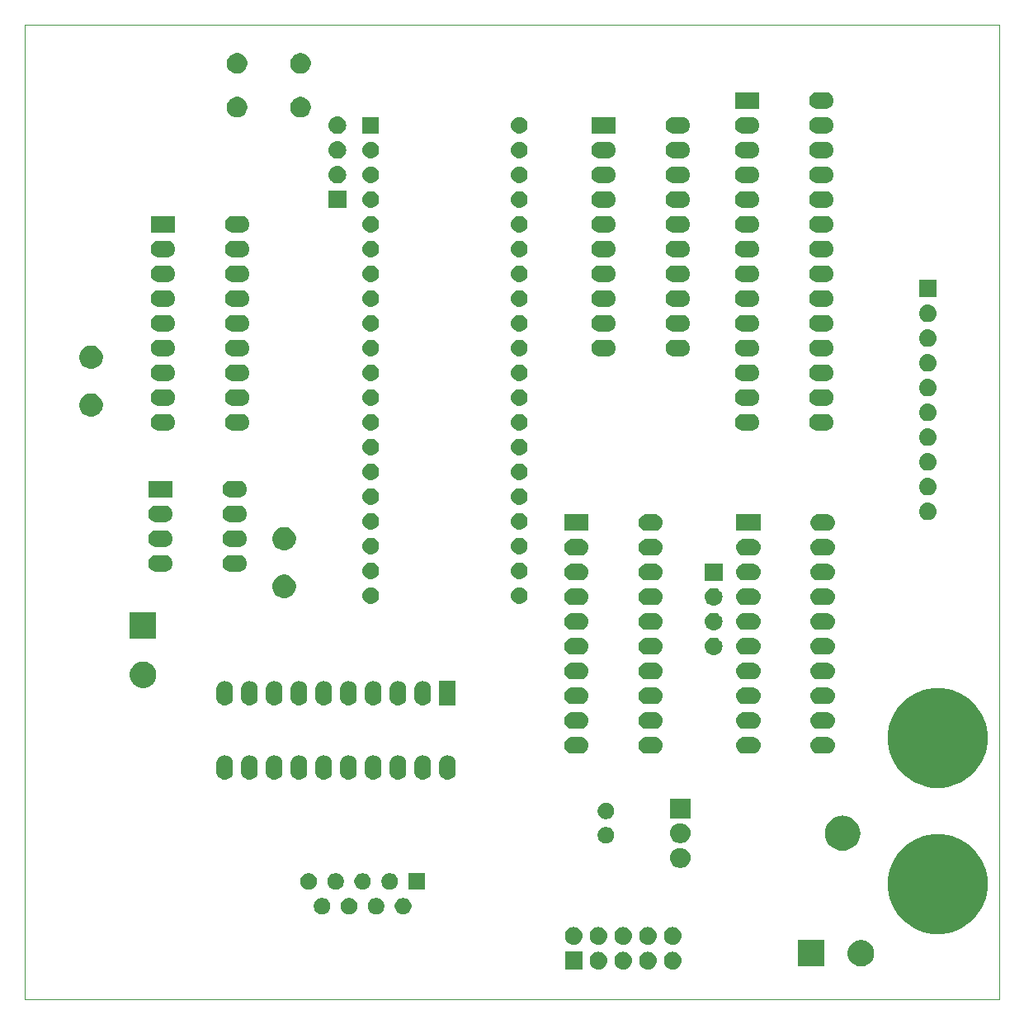
<source format=gbr>
G04 #@! TF.GenerationSoftware,KiCad,Pcbnew,(5.1.2)-1*
G04 #@! TF.CreationDate,2019-10-25T14:55:43+02:00*
G04 #@! TF.ProjectId,TTK4155-Embedded-PCB,54544b34-3135-4352-9d45-6d6265646465,rev?*
G04 #@! TF.SameCoordinates,Original*
G04 #@! TF.FileFunction,Soldermask,Bot*
G04 #@! TF.FilePolarity,Negative*
%FSLAX46Y46*%
G04 Gerber Fmt 4.6, Leading zero omitted, Abs format (unit mm)*
G04 Created by KiCad (PCBNEW (5.1.2)-1) date 2019-10-25 14:55:43*
%MOMM*%
%LPD*%
G04 APERTURE LIST*
%ADD10C,0.120000*%
%ADD11C,0.100000*%
G04 APERTURE END LIST*
D10*
X42240000Y-31826000D02*
X142240000Y-31826000D01*
X42240000Y-31826000D02*
X42240000Y-131826000D01*
X142240000Y-31826000D02*
X142240000Y-131826000D01*
X42240000Y-131826000D02*
X142240000Y-131826000D01*
D11*
G36*
X108891294Y-126987633D02*
G01*
X109063695Y-127039931D01*
X109222583Y-127124858D01*
X109361849Y-127239151D01*
X109476142Y-127378417D01*
X109561069Y-127537305D01*
X109613367Y-127709706D01*
X109631025Y-127889000D01*
X109613367Y-128068294D01*
X109561069Y-128240695D01*
X109476142Y-128399583D01*
X109361849Y-128538849D01*
X109222583Y-128653142D01*
X109063695Y-128738069D01*
X108891294Y-128790367D01*
X108756931Y-128803600D01*
X108667069Y-128803600D01*
X108532706Y-128790367D01*
X108360305Y-128738069D01*
X108201417Y-128653142D01*
X108062151Y-128538849D01*
X107947858Y-128399583D01*
X107862931Y-128240695D01*
X107810633Y-128068294D01*
X107792975Y-127889000D01*
X107810633Y-127709706D01*
X107862931Y-127537305D01*
X107947858Y-127378417D01*
X108062151Y-127239151D01*
X108201417Y-127124858D01*
X108360305Y-127039931D01*
X108532706Y-126987633D01*
X108667069Y-126974400D01*
X108756931Y-126974400D01*
X108891294Y-126987633D01*
X108891294Y-126987633D01*
G37*
G36*
X99466600Y-128803600D02*
G01*
X97637400Y-128803600D01*
X97637400Y-126974400D01*
X99466600Y-126974400D01*
X99466600Y-128803600D01*
X99466600Y-128803600D01*
G37*
G36*
X101271294Y-126987633D02*
G01*
X101443695Y-127039931D01*
X101602583Y-127124858D01*
X101741849Y-127239151D01*
X101856142Y-127378417D01*
X101941069Y-127537305D01*
X101993367Y-127709706D01*
X102011025Y-127889000D01*
X101993367Y-128068294D01*
X101941069Y-128240695D01*
X101856142Y-128399583D01*
X101741849Y-128538849D01*
X101602583Y-128653142D01*
X101443695Y-128738069D01*
X101271294Y-128790367D01*
X101136931Y-128803600D01*
X101047069Y-128803600D01*
X100912706Y-128790367D01*
X100740305Y-128738069D01*
X100581417Y-128653142D01*
X100442151Y-128538849D01*
X100327858Y-128399583D01*
X100242931Y-128240695D01*
X100190633Y-128068294D01*
X100172975Y-127889000D01*
X100190633Y-127709706D01*
X100242931Y-127537305D01*
X100327858Y-127378417D01*
X100442151Y-127239151D01*
X100581417Y-127124858D01*
X100740305Y-127039931D01*
X100912706Y-126987633D01*
X101047069Y-126974400D01*
X101136931Y-126974400D01*
X101271294Y-126987633D01*
X101271294Y-126987633D01*
G37*
G36*
X106351294Y-126987633D02*
G01*
X106523695Y-127039931D01*
X106682583Y-127124858D01*
X106821849Y-127239151D01*
X106936142Y-127378417D01*
X107021069Y-127537305D01*
X107073367Y-127709706D01*
X107091025Y-127889000D01*
X107073367Y-128068294D01*
X107021069Y-128240695D01*
X106936142Y-128399583D01*
X106821849Y-128538849D01*
X106682583Y-128653142D01*
X106523695Y-128738069D01*
X106351294Y-128790367D01*
X106216931Y-128803600D01*
X106127069Y-128803600D01*
X105992706Y-128790367D01*
X105820305Y-128738069D01*
X105661417Y-128653142D01*
X105522151Y-128538849D01*
X105407858Y-128399583D01*
X105322931Y-128240695D01*
X105270633Y-128068294D01*
X105252975Y-127889000D01*
X105270633Y-127709706D01*
X105322931Y-127537305D01*
X105407858Y-127378417D01*
X105522151Y-127239151D01*
X105661417Y-127124858D01*
X105820305Y-127039931D01*
X105992706Y-126987633D01*
X106127069Y-126974400D01*
X106216931Y-126974400D01*
X106351294Y-126987633D01*
X106351294Y-126987633D01*
G37*
G36*
X103811294Y-126987633D02*
G01*
X103983695Y-127039931D01*
X104142583Y-127124858D01*
X104281849Y-127239151D01*
X104396142Y-127378417D01*
X104481069Y-127537305D01*
X104533367Y-127709706D01*
X104551025Y-127889000D01*
X104533367Y-128068294D01*
X104481069Y-128240695D01*
X104396142Y-128399583D01*
X104281849Y-128538849D01*
X104142583Y-128653142D01*
X103983695Y-128738069D01*
X103811294Y-128790367D01*
X103676931Y-128803600D01*
X103587069Y-128803600D01*
X103452706Y-128790367D01*
X103280305Y-128738069D01*
X103121417Y-128653142D01*
X102982151Y-128538849D01*
X102867858Y-128399583D01*
X102782931Y-128240695D01*
X102730633Y-128068294D01*
X102712975Y-127889000D01*
X102730633Y-127709706D01*
X102782931Y-127537305D01*
X102867858Y-127378417D01*
X102982151Y-127239151D01*
X103121417Y-127124858D01*
X103280305Y-127039931D01*
X103452706Y-126987633D01*
X103587069Y-126974400D01*
X103676931Y-126974400D01*
X103811294Y-126987633D01*
X103811294Y-126987633D01*
G37*
G36*
X124287000Y-128478000D02*
G01*
X121585000Y-128478000D01*
X121585000Y-125776000D01*
X124287000Y-125776000D01*
X124287000Y-128478000D01*
X124287000Y-128478000D01*
G37*
G36*
X128410072Y-125827918D02*
G01*
X128486519Y-125859583D01*
X128655939Y-125929759D01*
X128759339Y-125998849D01*
X128877211Y-126077609D01*
X129065391Y-126265789D01*
X129213242Y-126487063D01*
X129315082Y-126732928D01*
X129367000Y-126993937D01*
X129367000Y-127260063D01*
X129315082Y-127521072D01*
X129213242Y-127766937D01*
X129065391Y-127988211D01*
X128877211Y-128176391D01*
X128780972Y-128240696D01*
X128655939Y-128324241D01*
X128655938Y-128324242D01*
X128655937Y-128324242D01*
X128410072Y-128426082D01*
X128149063Y-128478000D01*
X127882937Y-128478000D01*
X127621928Y-128426082D01*
X127376063Y-128324242D01*
X127376062Y-128324242D01*
X127376061Y-128324241D01*
X127251028Y-128240696D01*
X127154789Y-128176391D01*
X126966609Y-127988211D01*
X126818758Y-127766937D01*
X126716918Y-127521072D01*
X126665000Y-127260063D01*
X126665000Y-126993937D01*
X126716918Y-126732928D01*
X126818758Y-126487063D01*
X126966609Y-126265789D01*
X127154789Y-126077609D01*
X127272661Y-125998849D01*
X127376061Y-125929759D01*
X127545482Y-125859583D01*
X127621928Y-125827918D01*
X127882937Y-125776000D01*
X128149063Y-125776000D01*
X128410072Y-125827918D01*
X128410072Y-125827918D01*
G37*
G36*
X101271294Y-124447633D02*
G01*
X101443695Y-124499931D01*
X101602583Y-124584858D01*
X101741849Y-124699151D01*
X101856142Y-124838417D01*
X101941069Y-124997305D01*
X101993367Y-125169706D01*
X102011025Y-125349000D01*
X101993367Y-125528294D01*
X101941069Y-125700695D01*
X101856142Y-125859583D01*
X101741849Y-125998849D01*
X101602583Y-126113142D01*
X101443695Y-126198069D01*
X101271294Y-126250367D01*
X101136931Y-126263600D01*
X101047069Y-126263600D01*
X100912706Y-126250367D01*
X100740305Y-126198069D01*
X100581417Y-126113142D01*
X100442151Y-125998849D01*
X100327858Y-125859583D01*
X100242931Y-125700695D01*
X100190633Y-125528294D01*
X100172975Y-125349000D01*
X100190633Y-125169706D01*
X100242931Y-124997305D01*
X100327858Y-124838417D01*
X100442151Y-124699151D01*
X100581417Y-124584858D01*
X100740305Y-124499931D01*
X100912706Y-124447633D01*
X101047069Y-124434400D01*
X101136931Y-124434400D01*
X101271294Y-124447633D01*
X101271294Y-124447633D01*
G37*
G36*
X108891294Y-124447633D02*
G01*
X109063695Y-124499931D01*
X109222583Y-124584858D01*
X109361849Y-124699151D01*
X109476142Y-124838417D01*
X109561069Y-124997305D01*
X109613367Y-125169706D01*
X109631025Y-125349000D01*
X109613367Y-125528294D01*
X109561069Y-125700695D01*
X109476142Y-125859583D01*
X109361849Y-125998849D01*
X109222583Y-126113142D01*
X109063695Y-126198069D01*
X108891294Y-126250367D01*
X108756931Y-126263600D01*
X108667069Y-126263600D01*
X108532706Y-126250367D01*
X108360305Y-126198069D01*
X108201417Y-126113142D01*
X108062151Y-125998849D01*
X107947858Y-125859583D01*
X107862931Y-125700695D01*
X107810633Y-125528294D01*
X107792975Y-125349000D01*
X107810633Y-125169706D01*
X107862931Y-124997305D01*
X107947858Y-124838417D01*
X108062151Y-124699151D01*
X108201417Y-124584858D01*
X108360305Y-124499931D01*
X108532706Y-124447633D01*
X108667069Y-124434400D01*
X108756931Y-124434400D01*
X108891294Y-124447633D01*
X108891294Y-124447633D01*
G37*
G36*
X106351294Y-124447633D02*
G01*
X106523695Y-124499931D01*
X106682583Y-124584858D01*
X106821849Y-124699151D01*
X106936142Y-124838417D01*
X107021069Y-124997305D01*
X107073367Y-125169706D01*
X107091025Y-125349000D01*
X107073367Y-125528294D01*
X107021069Y-125700695D01*
X106936142Y-125859583D01*
X106821849Y-125998849D01*
X106682583Y-126113142D01*
X106523695Y-126198069D01*
X106351294Y-126250367D01*
X106216931Y-126263600D01*
X106127069Y-126263600D01*
X105992706Y-126250367D01*
X105820305Y-126198069D01*
X105661417Y-126113142D01*
X105522151Y-125998849D01*
X105407858Y-125859583D01*
X105322931Y-125700695D01*
X105270633Y-125528294D01*
X105252975Y-125349000D01*
X105270633Y-125169706D01*
X105322931Y-124997305D01*
X105407858Y-124838417D01*
X105522151Y-124699151D01*
X105661417Y-124584858D01*
X105820305Y-124499931D01*
X105992706Y-124447633D01*
X106127069Y-124434400D01*
X106216931Y-124434400D01*
X106351294Y-124447633D01*
X106351294Y-124447633D01*
G37*
G36*
X103811294Y-124447633D02*
G01*
X103983695Y-124499931D01*
X104142583Y-124584858D01*
X104281849Y-124699151D01*
X104396142Y-124838417D01*
X104481069Y-124997305D01*
X104533367Y-125169706D01*
X104551025Y-125349000D01*
X104533367Y-125528294D01*
X104481069Y-125700695D01*
X104396142Y-125859583D01*
X104281849Y-125998849D01*
X104142583Y-126113142D01*
X103983695Y-126198069D01*
X103811294Y-126250367D01*
X103676931Y-126263600D01*
X103587069Y-126263600D01*
X103452706Y-126250367D01*
X103280305Y-126198069D01*
X103121417Y-126113142D01*
X102982151Y-125998849D01*
X102867858Y-125859583D01*
X102782931Y-125700695D01*
X102730633Y-125528294D01*
X102712975Y-125349000D01*
X102730633Y-125169706D01*
X102782931Y-124997305D01*
X102867858Y-124838417D01*
X102982151Y-124699151D01*
X103121417Y-124584858D01*
X103280305Y-124499931D01*
X103452706Y-124447633D01*
X103587069Y-124434400D01*
X103676931Y-124434400D01*
X103811294Y-124447633D01*
X103811294Y-124447633D01*
G37*
G36*
X98731294Y-124447633D02*
G01*
X98903695Y-124499931D01*
X99062583Y-124584858D01*
X99201849Y-124699151D01*
X99316142Y-124838417D01*
X99401069Y-124997305D01*
X99453367Y-125169706D01*
X99471025Y-125349000D01*
X99453367Y-125528294D01*
X99401069Y-125700695D01*
X99316142Y-125859583D01*
X99201849Y-125998849D01*
X99062583Y-126113142D01*
X98903695Y-126198069D01*
X98731294Y-126250367D01*
X98596931Y-126263600D01*
X98507069Y-126263600D01*
X98372706Y-126250367D01*
X98200305Y-126198069D01*
X98041417Y-126113142D01*
X97902151Y-125998849D01*
X97787858Y-125859583D01*
X97702931Y-125700695D01*
X97650633Y-125528294D01*
X97632975Y-125349000D01*
X97650633Y-125169706D01*
X97702931Y-124997305D01*
X97787858Y-124838417D01*
X97902151Y-124699151D01*
X98041417Y-124584858D01*
X98200305Y-124499931D01*
X98372706Y-124447633D01*
X98507069Y-124434400D01*
X98596931Y-124434400D01*
X98731294Y-124447633D01*
X98731294Y-124447633D01*
G37*
G36*
X136891009Y-114996591D02*
G01*
X137386658Y-115095181D01*
X138320440Y-115481967D01*
X139160822Y-116043492D01*
X139875508Y-116758178D01*
X140437033Y-117598560D01*
X140823819Y-118532342D01*
X140823819Y-118532344D01*
X141021000Y-119523639D01*
X141021000Y-120534361D01*
X140922409Y-121030009D01*
X140823819Y-121525658D01*
X140437033Y-122459440D01*
X139875508Y-123299822D01*
X139160822Y-124014508D01*
X138320440Y-124576033D01*
X138320439Y-124576034D01*
X138320438Y-124576034D01*
X138160228Y-124642395D01*
X137386658Y-124962819D01*
X136891009Y-125061409D01*
X136395361Y-125160000D01*
X135384639Y-125160000D01*
X134888991Y-125061409D01*
X134393342Y-124962819D01*
X133619772Y-124642395D01*
X133459562Y-124576034D01*
X133459561Y-124576034D01*
X133459560Y-124576033D01*
X132619178Y-124014508D01*
X131904492Y-123299822D01*
X131342967Y-122459440D01*
X130956181Y-121525658D01*
X130857591Y-121030009D01*
X130759000Y-120534361D01*
X130759000Y-119523639D01*
X130956181Y-118532344D01*
X130956181Y-118532342D01*
X131342967Y-117598560D01*
X131904492Y-116758178D01*
X132619178Y-116043492D01*
X133459560Y-115481967D01*
X134393342Y-115095181D01*
X134888991Y-114996591D01*
X135384639Y-114898000D01*
X136395361Y-114898000D01*
X136891009Y-114996591D01*
X136891009Y-114996591D01*
G37*
G36*
X72976228Y-121482703D02*
G01*
X73131100Y-121546853D01*
X73270481Y-121639985D01*
X73389015Y-121758519D01*
X73482147Y-121897900D01*
X73546297Y-122052772D01*
X73579000Y-122217184D01*
X73579000Y-122384816D01*
X73546297Y-122549228D01*
X73482147Y-122704100D01*
X73389015Y-122843481D01*
X73270481Y-122962015D01*
X73131100Y-123055147D01*
X72976228Y-123119297D01*
X72811816Y-123152000D01*
X72644184Y-123152000D01*
X72479772Y-123119297D01*
X72324900Y-123055147D01*
X72185519Y-122962015D01*
X72066985Y-122843481D01*
X71973853Y-122704100D01*
X71909703Y-122549228D01*
X71877000Y-122384816D01*
X71877000Y-122217184D01*
X71909703Y-122052772D01*
X71973853Y-121897900D01*
X72066985Y-121758519D01*
X72185519Y-121639985D01*
X72324900Y-121546853D01*
X72479772Y-121482703D01*
X72644184Y-121450000D01*
X72811816Y-121450000D01*
X72976228Y-121482703D01*
X72976228Y-121482703D01*
G37*
G36*
X75746228Y-121482703D02*
G01*
X75901100Y-121546853D01*
X76040481Y-121639985D01*
X76159015Y-121758519D01*
X76252147Y-121897900D01*
X76316297Y-122052772D01*
X76349000Y-122217184D01*
X76349000Y-122384816D01*
X76316297Y-122549228D01*
X76252147Y-122704100D01*
X76159015Y-122843481D01*
X76040481Y-122962015D01*
X75901100Y-123055147D01*
X75746228Y-123119297D01*
X75581816Y-123152000D01*
X75414184Y-123152000D01*
X75249772Y-123119297D01*
X75094900Y-123055147D01*
X74955519Y-122962015D01*
X74836985Y-122843481D01*
X74743853Y-122704100D01*
X74679703Y-122549228D01*
X74647000Y-122384816D01*
X74647000Y-122217184D01*
X74679703Y-122052772D01*
X74743853Y-121897900D01*
X74836985Y-121758519D01*
X74955519Y-121639985D01*
X75094900Y-121546853D01*
X75249772Y-121482703D01*
X75414184Y-121450000D01*
X75581816Y-121450000D01*
X75746228Y-121482703D01*
X75746228Y-121482703D01*
G37*
G36*
X78516228Y-121482703D02*
G01*
X78671100Y-121546853D01*
X78810481Y-121639985D01*
X78929015Y-121758519D01*
X79022147Y-121897900D01*
X79086297Y-122052772D01*
X79119000Y-122217184D01*
X79119000Y-122384816D01*
X79086297Y-122549228D01*
X79022147Y-122704100D01*
X78929015Y-122843481D01*
X78810481Y-122962015D01*
X78671100Y-123055147D01*
X78516228Y-123119297D01*
X78351816Y-123152000D01*
X78184184Y-123152000D01*
X78019772Y-123119297D01*
X77864900Y-123055147D01*
X77725519Y-122962015D01*
X77606985Y-122843481D01*
X77513853Y-122704100D01*
X77449703Y-122549228D01*
X77417000Y-122384816D01*
X77417000Y-122217184D01*
X77449703Y-122052772D01*
X77513853Y-121897900D01*
X77606985Y-121758519D01*
X77725519Y-121639985D01*
X77864900Y-121546853D01*
X78019772Y-121482703D01*
X78184184Y-121450000D01*
X78351816Y-121450000D01*
X78516228Y-121482703D01*
X78516228Y-121482703D01*
G37*
G36*
X81286228Y-121482703D02*
G01*
X81441100Y-121546853D01*
X81580481Y-121639985D01*
X81699015Y-121758519D01*
X81792147Y-121897900D01*
X81856297Y-122052772D01*
X81889000Y-122217184D01*
X81889000Y-122384816D01*
X81856297Y-122549228D01*
X81792147Y-122704100D01*
X81699015Y-122843481D01*
X81580481Y-122962015D01*
X81441100Y-123055147D01*
X81286228Y-123119297D01*
X81121816Y-123152000D01*
X80954184Y-123152000D01*
X80789772Y-123119297D01*
X80634900Y-123055147D01*
X80495519Y-122962015D01*
X80376985Y-122843481D01*
X80283853Y-122704100D01*
X80219703Y-122549228D01*
X80187000Y-122384816D01*
X80187000Y-122217184D01*
X80219703Y-122052772D01*
X80283853Y-121897900D01*
X80376985Y-121758519D01*
X80495519Y-121639985D01*
X80634900Y-121546853D01*
X80789772Y-121482703D01*
X80954184Y-121450000D01*
X81121816Y-121450000D01*
X81286228Y-121482703D01*
X81286228Y-121482703D01*
G37*
G36*
X77131228Y-118942703D02*
G01*
X77286100Y-119006853D01*
X77425481Y-119099985D01*
X77544015Y-119218519D01*
X77637147Y-119357900D01*
X77701297Y-119512772D01*
X77734000Y-119677184D01*
X77734000Y-119844816D01*
X77701297Y-120009228D01*
X77637147Y-120164100D01*
X77544015Y-120303481D01*
X77425481Y-120422015D01*
X77286100Y-120515147D01*
X77131228Y-120579297D01*
X76966816Y-120612000D01*
X76799184Y-120612000D01*
X76634772Y-120579297D01*
X76479900Y-120515147D01*
X76340519Y-120422015D01*
X76221985Y-120303481D01*
X76128853Y-120164100D01*
X76064703Y-120009228D01*
X76032000Y-119844816D01*
X76032000Y-119677184D01*
X76064703Y-119512772D01*
X76128853Y-119357900D01*
X76221985Y-119218519D01*
X76340519Y-119099985D01*
X76479900Y-119006853D01*
X76634772Y-118942703D01*
X76799184Y-118910000D01*
X76966816Y-118910000D01*
X77131228Y-118942703D01*
X77131228Y-118942703D01*
G37*
G36*
X71591228Y-118942703D02*
G01*
X71746100Y-119006853D01*
X71885481Y-119099985D01*
X72004015Y-119218519D01*
X72097147Y-119357900D01*
X72161297Y-119512772D01*
X72194000Y-119677184D01*
X72194000Y-119844816D01*
X72161297Y-120009228D01*
X72097147Y-120164100D01*
X72004015Y-120303481D01*
X71885481Y-120422015D01*
X71746100Y-120515147D01*
X71591228Y-120579297D01*
X71426816Y-120612000D01*
X71259184Y-120612000D01*
X71094772Y-120579297D01*
X70939900Y-120515147D01*
X70800519Y-120422015D01*
X70681985Y-120303481D01*
X70588853Y-120164100D01*
X70524703Y-120009228D01*
X70492000Y-119844816D01*
X70492000Y-119677184D01*
X70524703Y-119512772D01*
X70588853Y-119357900D01*
X70681985Y-119218519D01*
X70800519Y-119099985D01*
X70939900Y-119006853D01*
X71094772Y-118942703D01*
X71259184Y-118910000D01*
X71426816Y-118910000D01*
X71591228Y-118942703D01*
X71591228Y-118942703D01*
G37*
G36*
X74361228Y-118942703D02*
G01*
X74516100Y-119006853D01*
X74655481Y-119099985D01*
X74774015Y-119218519D01*
X74867147Y-119357900D01*
X74931297Y-119512772D01*
X74964000Y-119677184D01*
X74964000Y-119844816D01*
X74931297Y-120009228D01*
X74867147Y-120164100D01*
X74774015Y-120303481D01*
X74655481Y-120422015D01*
X74516100Y-120515147D01*
X74361228Y-120579297D01*
X74196816Y-120612000D01*
X74029184Y-120612000D01*
X73864772Y-120579297D01*
X73709900Y-120515147D01*
X73570519Y-120422015D01*
X73451985Y-120303481D01*
X73358853Y-120164100D01*
X73294703Y-120009228D01*
X73262000Y-119844816D01*
X73262000Y-119677184D01*
X73294703Y-119512772D01*
X73358853Y-119357900D01*
X73451985Y-119218519D01*
X73570519Y-119099985D01*
X73709900Y-119006853D01*
X73864772Y-118942703D01*
X74029184Y-118910000D01*
X74196816Y-118910000D01*
X74361228Y-118942703D01*
X74361228Y-118942703D01*
G37*
G36*
X79901228Y-118942703D02*
G01*
X80056100Y-119006853D01*
X80195481Y-119099985D01*
X80314015Y-119218519D01*
X80407147Y-119357900D01*
X80471297Y-119512772D01*
X80504000Y-119677184D01*
X80504000Y-119844816D01*
X80471297Y-120009228D01*
X80407147Y-120164100D01*
X80314015Y-120303481D01*
X80195481Y-120422015D01*
X80056100Y-120515147D01*
X79901228Y-120579297D01*
X79736816Y-120612000D01*
X79569184Y-120612000D01*
X79404772Y-120579297D01*
X79249900Y-120515147D01*
X79110519Y-120422015D01*
X78991985Y-120303481D01*
X78898853Y-120164100D01*
X78834703Y-120009228D01*
X78802000Y-119844816D01*
X78802000Y-119677184D01*
X78834703Y-119512772D01*
X78898853Y-119357900D01*
X78991985Y-119218519D01*
X79110519Y-119099985D01*
X79249900Y-119006853D01*
X79404772Y-118942703D01*
X79569184Y-118910000D01*
X79736816Y-118910000D01*
X79901228Y-118942703D01*
X79901228Y-118942703D01*
G37*
G36*
X83274000Y-120612000D02*
G01*
X81572000Y-120612000D01*
X81572000Y-118910000D01*
X83274000Y-118910000D01*
X83274000Y-120612000D01*
X83274000Y-120612000D01*
G37*
G36*
X109619936Y-116349340D02*
G01*
X109718220Y-116359020D01*
X109907381Y-116416401D01*
X110081712Y-116509583D01*
X110234515Y-116634985D01*
X110359917Y-116787788D01*
X110453099Y-116962119D01*
X110510480Y-117151280D01*
X110529855Y-117348000D01*
X110510480Y-117544720D01*
X110453099Y-117733881D01*
X110359917Y-117908212D01*
X110234515Y-118061015D01*
X110081712Y-118186417D01*
X109907381Y-118279599D01*
X109718220Y-118336980D01*
X109619936Y-118346660D01*
X109570795Y-118351500D01*
X109377205Y-118351500D01*
X109328064Y-118346660D01*
X109229780Y-118336980D01*
X109040619Y-118279599D01*
X108866288Y-118186417D01*
X108713485Y-118061015D01*
X108588083Y-117908212D01*
X108494901Y-117733881D01*
X108437520Y-117544720D01*
X108418145Y-117348000D01*
X108437520Y-117151280D01*
X108494901Y-116962119D01*
X108588083Y-116787788D01*
X108713485Y-116634985D01*
X108866288Y-116509583D01*
X109040619Y-116416401D01*
X109229780Y-116359020D01*
X109328064Y-116349340D01*
X109377205Y-116344500D01*
X109570795Y-116344500D01*
X109619936Y-116349340D01*
X109619936Y-116349340D01*
G37*
G36*
X126310669Y-113015686D02*
G01*
X126487058Y-113033059D01*
X126826548Y-113136042D01*
X126826550Y-113136043D01*
X127139422Y-113303277D01*
X127413661Y-113528339D01*
X127638723Y-113802578D01*
X127727989Y-113969583D01*
X127805958Y-114115452D01*
X127908941Y-114454942D01*
X127943714Y-114808000D01*
X127908941Y-115161058D01*
X127811594Y-115481967D01*
X127805957Y-115500550D01*
X127638723Y-115813422D01*
X127413661Y-116087661D01*
X127139422Y-116312723D01*
X126826550Y-116479957D01*
X126826548Y-116479958D01*
X126487058Y-116582941D01*
X126310669Y-116600314D01*
X126222476Y-116609000D01*
X126045524Y-116609000D01*
X125957331Y-116600314D01*
X125780942Y-116582941D01*
X125441452Y-116479958D01*
X125441450Y-116479957D01*
X125128578Y-116312723D01*
X124854339Y-116087661D01*
X124629277Y-115813422D01*
X124462043Y-115500550D01*
X124456406Y-115481967D01*
X124359059Y-115161058D01*
X124324286Y-114808000D01*
X124359059Y-114454942D01*
X124462042Y-114115452D01*
X124540011Y-113969583D01*
X124629277Y-113802578D01*
X124854339Y-113528339D01*
X125128578Y-113303277D01*
X125441450Y-113136043D01*
X125441452Y-113136042D01*
X125780942Y-113033059D01*
X125957331Y-113015686D01*
X126045524Y-113007000D01*
X126222476Y-113007000D01*
X126310669Y-113015686D01*
X126310669Y-113015686D01*
G37*
G36*
X102102228Y-114203703D02*
G01*
X102257100Y-114267853D01*
X102396481Y-114360985D01*
X102515015Y-114479519D01*
X102608147Y-114618900D01*
X102672297Y-114773772D01*
X102705000Y-114938184D01*
X102705000Y-115105816D01*
X102672297Y-115270228D01*
X102608147Y-115425100D01*
X102515015Y-115564481D01*
X102396481Y-115683015D01*
X102257100Y-115776147D01*
X102102228Y-115840297D01*
X101937816Y-115873000D01*
X101770184Y-115873000D01*
X101605772Y-115840297D01*
X101450900Y-115776147D01*
X101311519Y-115683015D01*
X101192985Y-115564481D01*
X101099853Y-115425100D01*
X101035703Y-115270228D01*
X101003000Y-115105816D01*
X101003000Y-114938184D01*
X101035703Y-114773772D01*
X101099853Y-114618900D01*
X101192985Y-114479519D01*
X101311519Y-114360985D01*
X101450900Y-114267853D01*
X101605772Y-114203703D01*
X101770184Y-114171000D01*
X101937816Y-114171000D01*
X102102228Y-114203703D01*
X102102228Y-114203703D01*
G37*
G36*
X109619936Y-113809340D02*
G01*
X109718220Y-113819020D01*
X109907381Y-113876401D01*
X110081712Y-113969583D01*
X110234515Y-114094985D01*
X110359917Y-114247788D01*
X110453099Y-114422119D01*
X110510480Y-114611280D01*
X110529855Y-114808000D01*
X110510480Y-115004720D01*
X110453099Y-115193881D01*
X110359917Y-115368212D01*
X110234515Y-115521015D01*
X110081712Y-115646417D01*
X109907381Y-115739599D01*
X109718220Y-115796980D01*
X109619936Y-115806660D01*
X109570795Y-115811500D01*
X109377205Y-115811500D01*
X109328064Y-115806660D01*
X109229780Y-115796980D01*
X109040619Y-115739599D01*
X108866288Y-115646417D01*
X108713485Y-115521015D01*
X108588083Y-115368212D01*
X108494901Y-115193881D01*
X108437520Y-115004720D01*
X108418145Y-114808000D01*
X108437520Y-114611280D01*
X108494901Y-114422119D01*
X108588083Y-114247788D01*
X108713485Y-114094985D01*
X108866288Y-113969583D01*
X109040619Y-113876401D01*
X109229780Y-113819020D01*
X109328064Y-113809340D01*
X109377205Y-113804500D01*
X109570795Y-113804500D01*
X109619936Y-113809340D01*
X109619936Y-113809340D01*
G37*
G36*
X102102228Y-111703703D02*
G01*
X102257100Y-111767853D01*
X102396481Y-111860985D01*
X102515015Y-111979519D01*
X102608147Y-112118900D01*
X102672297Y-112273772D01*
X102705000Y-112438184D01*
X102705000Y-112605816D01*
X102672297Y-112770228D01*
X102608147Y-112925100D01*
X102515015Y-113064481D01*
X102396481Y-113183015D01*
X102257100Y-113276147D01*
X102102228Y-113340297D01*
X101937816Y-113373000D01*
X101770184Y-113373000D01*
X101605772Y-113340297D01*
X101450900Y-113276147D01*
X101311519Y-113183015D01*
X101192985Y-113064481D01*
X101099853Y-112925100D01*
X101035703Y-112770228D01*
X101003000Y-112605816D01*
X101003000Y-112438184D01*
X101035703Y-112273772D01*
X101099853Y-112118900D01*
X101192985Y-111979519D01*
X101311519Y-111860985D01*
X101450900Y-111767853D01*
X101605772Y-111703703D01*
X101770184Y-111671000D01*
X101937816Y-111671000D01*
X102102228Y-111703703D01*
X102102228Y-111703703D01*
G37*
G36*
X110525000Y-113271500D02*
G01*
X108423000Y-113271500D01*
X108423000Y-111264500D01*
X110525000Y-111264500D01*
X110525000Y-113271500D01*
X110525000Y-113271500D01*
G37*
G36*
X136891008Y-99996590D02*
G01*
X137386658Y-100095181D01*
X138320440Y-100481967D01*
X139160822Y-101043492D01*
X139875508Y-101758178D01*
X140437033Y-102598560D01*
X140823819Y-103532342D01*
X140909284Y-103962004D01*
X140934682Y-104089687D01*
X141021000Y-104523641D01*
X141021000Y-105534359D01*
X140823819Y-106525658D01*
X140437033Y-107459440D01*
X139875508Y-108299822D01*
X139160822Y-109014508D01*
X138320440Y-109576033D01*
X137386658Y-109962819D01*
X136891009Y-110061409D01*
X136395361Y-110160000D01*
X135384639Y-110160000D01*
X134888991Y-110061409D01*
X134393342Y-109962819D01*
X133459560Y-109576033D01*
X132619178Y-109014508D01*
X131904492Y-108299822D01*
X131342967Y-107459440D01*
X130956181Y-106525658D01*
X130759000Y-105534359D01*
X130759000Y-104523641D01*
X130845319Y-104089687D01*
X130870716Y-103962004D01*
X130956181Y-103532342D01*
X131342967Y-102598560D01*
X131904492Y-101758178D01*
X132619178Y-101043492D01*
X133459560Y-100481967D01*
X134393342Y-100095181D01*
X134888992Y-99996590D01*
X135384639Y-99898000D01*
X136395361Y-99898000D01*
X136891008Y-99996590D01*
X136891008Y-99996590D01*
G37*
G36*
X73064823Y-106838313D02*
G01*
X73225242Y-106886976D01*
X73357906Y-106957886D01*
X73373078Y-106965996D01*
X73502659Y-107072341D01*
X73609004Y-107201922D01*
X73609005Y-107201924D01*
X73688024Y-107349758D01*
X73736687Y-107510178D01*
X73749000Y-107635197D01*
X73749000Y-108518804D01*
X73736687Y-108643823D01*
X73688024Y-108804242D01*
X73617114Y-108936906D01*
X73609004Y-108952078D01*
X73502659Y-109081659D01*
X73373077Y-109188005D01*
X73225241Y-109267024D01*
X73064822Y-109315687D01*
X72898000Y-109332117D01*
X72731177Y-109315687D01*
X72570758Y-109267024D01*
X72422924Y-109188005D01*
X72422922Y-109188004D01*
X72293341Y-109081659D01*
X72186995Y-108952077D01*
X72107976Y-108804241D01*
X72059313Y-108643822D01*
X72047000Y-108518803D01*
X72047000Y-107635197D01*
X72059314Y-107510177D01*
X72107977Y-107349758D01*
X72186996Y-107201924D01*
X72186997Y-107201922D01*
X72293342Y-107072341D01*
X72422923Y-106965996D01*
X72438095Y-106957886D01*
X72570759Y-106886976D01*
X72731178Y-106838313D01*
X72898000Y-106821883D01*
X73064823Y-106838313D01*
X73064823Y-106838313D01*
G37*
G36*
X85764823Y-106838313D02*
G01*
X85925242Y-106886976D01*
X86057906Y-106957886D01*
X86073078Y-106965996D01*
X86202659Y-107072341D01*
X86309004Y-107201922D01*
X86309005Y-107201924D01*
X86388024Y-107349758D01*
X86436687Y-107510178D01*
X86449000Y-107635197D01*
X86449000Y-108518804D01*
X86436687Y-108643823D01*
X86388024Y-108804242D01*
X86317114Y-108936906D01*
X86309004Y-108952078D01*
X86202659Y-109081659D01*
X86073077Y-109188005D01*
X85925241Y-109267024D01*
X85764822Y-109315687D01*
X85598000Y-109332117D01*
X85431177Y-109315687D01*
X85270758Y-109267024D01*
X85122924Y-109188005D01*
X85122922Y-109188004D01*
X84993341Y-109081659D01*
X84886995Y-108952077D01*
X84807976Y-108804241D01*
X84759313Y-108643822D01*
X84747000Y-108518803D01*
X84747000Y-107635197D01*
X84759314Y-107510177D01*
X84807977Y-107349758D01*
X84886996Y-107201924D01*
X84886997Y-107201922D01*
X84993342Y-107072341D01*
X85122923Y-106965996D01*
X85138095Y-106957886D01*
X85270759Y-106886976D01*
X85431178Y-106838313D01*
X85598000Y-106821883D01*
X85764823Y-106838313D01*
X85764823Y-106838313D01*
G37*
G36*
X83224823Y-106838313D02*
G01*
X83385242Y-106886976D01*
X83517906Y-106957886D01*
X83533078Y-106965996D01*
X83662659Y-107072341D01*
X83769004Y-107201922D01*
X83769005Y-107201924D01*
X83848024Y-107349758D01*
X83896687Y-107510178D01*
X83909000Y-107635197D01*
X83909000Y-108518804D01*
X83896687Y-108643823D01*
X83848024Y-108804242D01*
X83777114Y-108936906D01*
X83769004Y-108952078D01*
X83662659Y-109081659D01*
X83533077Y-109188005D01*
X83385241Y-109267024D01*
X83224822Y-109315687D01*
X83058000Y-109332117D01*
X82891177Y-109315687D01*
X82730758Y-109267024D01*
X82582924Y-109188005D01*
X82582922Y-109188004D01*
X82453341Y-109081659D01*
X82346995Y-108952077D01*
X82267976Y-108804241D01*
X82219313Y-108643822D01*
X82207000Y-108518803D01*
X82207000Y-107635197D01*
X82219314Y-107510177D01*
X82267977Y-107349758D01*
X82346996Y-107201924D01*
X82346997Y-107201922D01*
X82453342Y-107072341D01*
X82582923Y-106965996D01*
X82598095Y-106957886D01*
X82730759Y-106886976D01*
X82891178Y-106838313D01*
X83058000Y-106821883D01*
X83224823Y-106838313D01*
X83224823Y-106838313D01*
G37*
G36*
X80684823Y-106838313D02*
G01*
X80845242Y-106886976D01*
X80977906Y-106957886D01*
X80993078Y-106965996D01*
X81122659Y-107072341D01*
X81229004Y-107201922D01*
X81229005Y-107201924D01*
X81308024Y-107349758D01*
X81356687Y-107510178D01*
X81369000Y-107635197D01*
X81369000Y-108518804D01*
X81356687Y-108643823D01*
X81308024Y-108804242D01*
X81237114Y-108936906D01*
X81229004Y-108952078D01*
X81122659Y-109081659D01*
X80993077Y-109188005D01*
X80845241Y-109267024D01*
X80684822Y-109315687D01*
X80518000Y-109332117D01*
X80351177Y-109315687D01*
X80190758Y-109267024D01*
X80042924Y-109188005D01*
X80042922Y-109188004D01*
X79913341Y-109081659D01*
X79806995Y-108952077D01*
X79727976Y-108804241D01*
X79679313Y-108643822D01*
X79667000Y-108518803D01*
X79667000Y-107635197D01*
X79679314Y-107510177D01*
X79727977Y-107349758D01*
X79806996Y-107201924D01*
X79806997Y-107201922D01*
X79913342Y-107072341D01*
X80042923Y-106965996D01*
X80058095Y-106957886D01*
X80190759Y-106886976D01*
X80351178Y-106838313D01*
X80518000Y-106821883D01*
X80684823Y-106838313D01*
X80684823Y-106838313D01*
G37*
G36*
X78144823Y-106838313D02*
G01*
X78305242Y-106886976D01*
X78437906Y-106957886D01*
X78453078Y-106965996D01*
X78582659Y-107072341D01*
X78689004Y-107201922D01*
X78689005Y-107201924D01*
X78768024Y-107349758D01*
X78816687Y-107510178D01*
X78829000Y-107635197D01*
X78829000Y-108518804D01*
X78816687Y-108643823D01*
X78768024Y-108804242D01*
X78697114Y-108936906D01*
X78689004Y-108952078D01*
X78582659Y-109081659D01*
X78453077Y-109188005D01*
X78305241Y-109267024D01*
X78144822Y-109315687D01*
X77978000Y-109332117D01*
X77811177Y-109315687D01*
X77650758Y-109267024D01*
X77502924Y-109188005D01*
X77502922Y-109188004D01*
X77373341Y-109081659D01*
X77266995Y-108952077D01*
X77187976Y-108804241D01*
X77139313Y-108643822D01*
X77127000Y-108518803D01*
X77127000Y-107635197D01*
X77139314Y-107510177D01*
X77187977Y-107349758D01*
X77266996Y-107201924D01*
X77266997Y-107201922D01*
X77373342Y-107072341D01*
X77502923Y-106965996D01*
X77518095Y-106957886D01*
X77650759Y-106886976D01*
X77811178Y-106838313D01*
X77978000Y-106821883D01*
X78144823Y-106838313D01*
X78144823Y-106838313D01*
G37*
G36*
X62904823Y-106838313D02*
G01*
X63065242Y-106886976D01*
X63197906Y-106957886D01*
X63213078Y-106965996D01*
X63342659Y-107072341D01*
X63449004Y-107201922D01*
X63449005Y-107201924D01*
X63528024Y-107349758D01*
X63576687Y-107510178D01*
X63589000Y-107635197D01*
X63589000Y-108518804D01*
X63576687Y-108643823D01*
X63528024Y-108804242D01*
X63457114Y-108936906D01*
X63449004Y-108952078D01*
X63342659Y-109081659D01*
X63213077Y-109188005D01*
X63065241Y-109267024D01*
X62904822Y-109315687D01*
X62738000Y-109332117D01*
X62571177Y-109315687D01*
X62410758Y-109267024D01*
X62262924Y-109188005D01*
X62262922Y-109188004D01*
X62133341Y-109081659D01*
X62026995Y-108952077D01*
X61947976Y-108804241D01*
X61899313Y-108643822D01*
X61887000Y-108518803D01*
X61887000Y-107635197D01*
X61899314Y-107510177D01*
X61947977Y-107349758D01*
X62026996Y-107201924D01*
X62026997Y-107201922D01*
X62133342Y-107072341D01*
X62262923Y-106965996D01*
X62278095Y-106957886D01*
X62410759Y-106886976D01*
X62571178Y-106838313D01*
X62738000Y-106821883D01*
X62904823Y-106838313D01*
X62904823Y-106838313D01*
G37*
G36*
X70524823Y-106838313D02*
G01*
X70685242Y-106886976D01*
X70817906Y-106957886D01*
X70833078Y-106965996D01*
X70962659Y-107072341D01*
X71069004Y-107201922D01*
X71069005Y-107201924D01*
X71148024Y-107349758D01*
X71196687Y-107510178D01*
X71209000Y-107635197D01*
X71209000Y-108518804D01*
X71196687Y-108643823D01*
X71148024Y-108804242D01*
X71077114Y-108936906D01*
X71069004Y-108952078D01*
X70962659Y-109081659D01*
X70833077Y-109188005D01*
X70685241Y-109267024D01*
X70524822Y-109315687D01*
X70358000Y-109332117D01*
X70191177Y-109315687D01*
X70030758Y-109267024D01*
X69882924Y-109188005D01*
X69882922Y-109188004D01*
X69753341Y-109081659D01*
X69646995Y-108952077D01*
X69567976Y-108804241D01*
X69519313Y-108643822D01*
X69507000Y-108518803D01*
X69507000Y-107635197D01*
X69519314Y-107510177D01*
X69567977Y-107349758D01*
X69646996Y-107201924D01*
X69646997Y-107201922D01*
X69753342Y-107072341D01*
X69882923Y-106965996D01*
X69898095Y-106957886D01*
X70030759Y-106886976D01*
X70191178Y-106838313D01*
X70358000Y-106821883D01*
X70524823Y-106838313D01*
X70524823Y-106838313D01*
G37*
G36*
X67984823Y-106838313D02*
G01*
X68145242Y-106886976D01*
X68277906Y-106957886D01*
X68293078Y-106965996D01*
X68422659Y-107072341D01*
X68529004Y-107201922D01*
X68529005Y-107201924D01*
X68608024Y-107349758D01*
X68656687Y-107510178D01*
X68669000Y-107635197D01*
X68669000Y-108518804D01*
X68656687Y-108643823D01*
X68608024Y-108804242D01*
X68537114Y-108936906D01*
X68529004Y-108952078D01*
X68422659Y-109081659D01*
X68293077Y-109188005D01*
X68145241Y-109267024D01*
X67984822Y-109315687D01*
X67818000Y-109332117D01*
X67651177Y-109315687D01*
X67490758Y-109267024D01*
X67342924Y-109188005D01*
X67342922Y-109188004D01*
X67213341Y-109081659D01*
X67106995Y-108952077D01*
X67027976Y-108804241D01*
X66979313Y-108643822D01*
X66967000Y-108518803D01*
X66967000Y-107635197D01*
X66979314Y-107510177D01*
X67027977Y-107349758D01*
X67106996Y-107201924D01*
X67106997Y-107201922D01*
X67213342Y-107072341D01*
X67342923Y-106965996D01*
X67358095Y-106957886D01*
X67490759Y-106886976D01*
X67651178Y-106838313D01*
X67818000Y-106821883D01*
X67984823Y-106838313D01*
X67984823Y-106838313D01*
G37*
G36*
X65444823Y-106838313D02*
G01*
X65605242Y-106886976D01*
X65737906Y-106957886D01*
X65753078Y-106965996D01*
X65882659Y-107072341D01*
X65989004Y-107201922D01*
X65989005Y-107201924D01*
X66068024Y-107349758D01*
X66116687Y-107510178D01*
X66129000Y-107635197D01*
X66129000Y-108518804D01*
X66116687Y-108643823D01*
X66068024Y-108804242D01*
X65997114Y-108936906D01*
X65989004Y-108952078D01*
X65882659Y-109081659D01*
X65753077Y-109188005D01*
X65605241Y-109267024D01*
X65444822Y-109315687D01*
X65278000Y-109332117D01*
X65111177Y-109315687D01*
X64950758Y-109267024D01*
X64802924Y-109188005D01*
X64802922Y-109188004D01*
X64673341Y-109081659D01*
X64566995Y-108952077D01*
X64487976Y-108804241D01*
X64439313Y-108643822D01*
X64427000Y-108518803D01*
X64427000Y-107635197D01*
X64439314Y-107510177D01*
X64487977Y-107349758D01*
X64566996Y-107201924D01*
X64566997Y-107201922D01*
X64673342Y-107072341D01*
X64802923Y-106965996D01*
X64818095Y-106957886D01*
X64950759Y-106886976D01*
X65111178Y-106838313D01*
X65278000Y-106821883D01*
X65444823Y-106838313D01*
X65444823Y-106838313D01*
G37*
G36*
X75604823Y-106838313D02*
G01*
X75765242Y-106886976D01*
X75897906Y-106957886D01*
X75913078Y-106965996D01*
X76042659Y-107072341D01*
X76149004Y-107201922D01*
X76149005Y-107201924D01*
X76228024Y-107349758D01*
X76276687Y-107510178D01*
X76289000Y-107635197D01*
X76289000Y-108518804D01*
X76276687Y-108643823D01*
X76228024Y-108804242D01*
X76157114Y-108936906D01*
X76149004Y-108952078D01*
X76042659Y-109081659D01*
X75913077Y-109188005D01*
X75765241Y-109267024D01*
X75604822Y-109315687D01*
X75438000Y-109332117D01*
X75271177Y-109315687D01*
X75110758Y-109267024D01*
X74962924Y-109188005D01*
X74962922Y-109188004D01*
X74833341Y-109081659D01*
X74726995Y-108952077D01*
X74647976Y-108804241D01*
X74599313Y-108643822D01*
X74587000Y-108518803D01*
X74587000Y-107635197D01*
X74599314Y-107510177D01*
X74647977Y-107349758D01*
X74726996Y-107201924D01*
X74726997Y-107201922D01*
X74833342Y-107072341D01*
X74962923Y-106965996D01*
X74978095Y-106957886D01*
X75110759Y-106886976D01*
X75271178Y-106838313D01*
X75438000Y-106821883D01*
X75604823Y-106838313D01*
X75604823Y-106838313D01*
G37*
G36*
X124645823Y-104952313D02*
G01*
X124806242Y-105000976D01*
X124938906Y-105071886D01*
X124954078Y-105079996D01*
X125083659Y-105186341D01*
X125190004Y-105315922D01*
X125190005Y-105315924D01*
X125269024Y-105463758D01*
X125317687Y-105624177D01*
X125334117Y-105791000D01*
X125317687Y-105957823D01*
X125269024Y-106118242D01*
X125198114Y-106250906D01*
X125190004Y-106266078D01*
X125083659Y-106395659D01*
X124954078Y-106502004D01*
X124954076Y-106502005D01*
X124806242Y-106581024D01*
X124645823Y-106629687D01*
X124520804Y-106642000D01*
X123637196Y-106642000D01*
X123512177Y-106629687D01*
X123351758Y-106581024D01*
X123203924Y-106502005D01*
X123203922Y-106502004D01*
X123074341Y-106395659D01*
X122967996Y-106266078D01*
X122959886Y-106250906D01*
X122888976Y-106118242D01*
X122840313Y-105957823D01*
X122823883Y-105791000D01*
X122840313Y-105624177D01*
X122888976Y-105463758D01*
X122967995Y-105315924D01*
X122967996Y-105315922D01*
X123074341Y-105186341D01*
X123203922Y-105079996D01*
X123219094Y-105071886D01*
X123351758Y-105000976D01*
X123512177Y-104952313D01*
X123637196Y-104940000D01*
X124520804Y-104940000D01*
X124645823Y-104952313D01*
X124645823Y-104952313D01*
G37*
G36*
X106992823Y-104952313D02*
G01*
X107153242Y-105000976D01*
X107285906Y-105071886D01*
X107301078Y-105079996D01*
X107430659Y-105186341D01*
X107537004Y-105315922D01*
X107537005Y-105315924D01*
X107616024Y-105463758D01*
X107664687Y-105624177D01*
X107681117Y-105791000D01*
X107664687Y-105957823D01*
X107616024Y-106118242D01*
X107545114Y-106250906D01*
X107537004Y-106266078D01*
X107430659Y-106395659D01*
X107301078Y-106502004D01*
X107301076Y-106502005D01*
X107153242Y-106581024D01*
X106992823Y-106629687D01*
X106867804Y-106642000D01*
X105984196Y-106642000D01*
X105859177Y-106629687D01*
X105698758Y-106581024D01*
X105550924Y-106502005D01*
X105550922Y-106502004D01*
X105421341Y-106395659D01*
X105314996Y-106266078D01*
X105306886Y-106250906D01*
X105235976Y-106118242D01*
X105187313Y-105957823D01*
X105170883Y-105791000D01*
X105187313Y-105624177D01*
X105235976Y-105463758D01*
X105314995Y-105315924D01*
X105314996Y-105315922D01*
X105421341Y-105186341D01*
X105550922Y-105079996D01*
X105566094Y-105071886D01*
X105698758Y-105000976D01*
X105859177Y-104952313D01*
X105984196Y-104940000D01*
X106867804Y-104940000D01*
X106992823Y-104952313D01*
X106992823Y-104952313D01*
G37*
G36*
X117025823Y-104952313D02*
G01*
X117186242Y-105000976D01*
X117318906Y-105071886D01*
X117334078Y-105079996D01*
X117463659Y-105186341D01*
X117570004Y-105315922D01*
X117570005Y-105315924D01*
X117649024Y-105463758D01*
X117697687Y-105624177D01*
X117714117Y-105791000D01*
X117697687Y-105957823D01*
X117649024Y-106118242D01*
X117578114Y-106250906D01*
X117570004Y-106266078D01*
X117463659Y-106395659D01*
X117334078Y-106502004D01*
X117334076Y-106502005D01*
X117186242Y-106581024D01*
X117025823Y-106629687D01*
X116900804Y-106642000D01*
X116017196Y-106642000D01*
X115892177Y-106629687D01*
X115731758Y-106581024D01*
X115583924Y-106502005D01*
X115583922Y-106502004D01*
X115454341Y-106395659D01*
X115347996Y-106266078D01*
X115339886Y-106250906D01*
X115268976Y-106118242D01*
X115220313Y-105957823D01*
X115203883Y-105791000D01*
X115220313Y-105624177D01*
X115268976Y-105463758D01*
X115347995Y-105315924D01*
X115347996Y-105315922D01*
X115454341Y-105186341D01*
X115583922Y-105079996D01*
X115599094Y-105071886D01*
X115731758Y-105000976D01*
X115892177Y-104952313D01*
X116017196Y-104940000D01*
X116900804Y-104940000D01*
X117025823Y-104952313D01*
X117025823Y-104952313D01*
G37*
G36*
X99372823Y-104952313D02*
G01*
X99533242Y-105000976D01*
X99665906Y-105071886D01*
X99681078Y-105079996D01*
X99810659Y-105186341D01*
X99917004Y-105315922D01*
X99917005Y-105315924D01*
X99996024Y-105463758D01*
X100044687Y-105624177D01*
X100061117Y-105791000D01*
X100044687Y-105957823D01*
X99996024Y-106118242D01*
X99925114Y-106250906D01*
X99917004Y-106266078D01*
X99810659Y-106395659D01*
X99681078Y-106502004D01*
X99681076Y-106502005D01*
X99533242Y-106581024D01*
X99372823Y-106629687D01*
X99247804Y-106642000D01*
X98364196Y-106642000D01*
X98239177Y-106629687D01*
X98078758Y-106581024D01*
X97930924Y-106502005D01*
X97930922Y-106502004D01*
X97801341Y-106395659D01*
X97694996Y-106266078D01*
X97686886Y-106250906D01*
X97615976Y-106118242D01*
X97567313Y-105957823D01*
X97550883Y-105791000D01*
X97567313Y-105624177D01*
X97615976Y-105463758D01*
X97694995Y-105315924D01*
X97694996Y-105315922D01*
X97801341Y-105186341D01*
X97930922Y-105079996D01*
X97946094Y-105071886D01*
X98078758Y-105000976D01*
X98239177Y-104952313D01*
X98364196Y-104940000D01*
X99247804Y-104940000D01*
X99372823Y-104952313D01*
X99372823Y-104952313D01*
G37*
G36*
X106992823Y-102412313D02*
G01*
X107153242Y-102460976D01*
X107285906Y-102531886D01*
X107301078Y-102539996D01*
X107430659Y-102646341D01*
X107537004Y-102775922D01*
X107537005Y-102775924D01*
X107616024Y-102923758D01*
X107664687Y-103084177D01*
X107681117Y-103251000D01*
X107664687Y-103417823D01*
X107616024Y-103578242D01*
X107545114Y-103710906D01*
X107537004Y-103726078D01*
X107430659Y-103855659D01*
X107301078Y-103962004D01*
X107301076Y-103962005D01*
X107153242Y-104041024D01*
X106992823Y-104089687D01*
X106867804Y-104102000D01*
X105984196Y-104102000D01*
X105859177Y-104089687D01*
X105698758Y-104041024D01*
X105550924Y-103962005D01*
X105550922Y-103962004D01*
X105421341Y-103855659D01*
X105314996Y-103726078D01*
X105306886Y-103710906D01*
X105235976Y-103578242D01*
X105187313Y-103417823D01*
X105170883Y-103251000D01*
X105187313Y-103084177D01*
X105235976Y-102923758D01*
X105314995Y-102775924D01*
X105314996Y-102775922D01*
X105421341Y-102646341D01*
X105550922Y-102539996D01*
X105566094Y-102531886D01*
X105698758Y-102460976D01*
X105859177Y-102412313D01*
X105984196Y-102400000D01*
X106867804Y-102400000D01*
X106992823Y-102412313D01*
X106992823Y-102412313D01*
G37*
G36*
X99372823Y-102412313D02*
G01*
X99533242Y-102460976D01*
X99665906Y-102531886D01*
X99681078Y-102539996D01*
X99810659Y-102646341D01*
X99917004Y-102775922D01*
X99917005Y-102775924D01*
X99996024Y-102923758D01*
X100044687Y-103084177D01*
X100061117Y-103251000D01*
X100044687Y-103417823D01*
X99996024Y-103578242D01*
X99925114Y-103710906D01*
X99917004Y-103726078D01*
X99810659Y-103855659D01*
X99681078Y-103962004D01*
X99681076Y-103962005D01*
X99533242Y-104041024D01*
X99372823Y-104089687D01*
X99247804Y-104102000D01*
X98364196Y-104102000D01*
X98239177Y-104089687D01*
X98078758Y-104041024D01*
X97930924Y-103962005D01*
X97930922Y-103962004D01*
X97801341Y-103855659D01*
X97694996Y-103726078D01*
X97686886Y-103710906D01*
X97615976Y-103578242D01*
X97567313Y-103417823D01*
X97550883Y-103251000D01*
X97567313Y-103084177D01*
X97615976Y-102923758D01*
X97694995Y-102775924D01*
X97694996Y-102775922D01*
X97801341Y-102646341D01*
X97930922Y-102539996D01*
X97946094Y-102531886D01*
X98078758Y-102460976D01*
X98239177Y-102412313D01*
X98364196Y-102400000D01*
X99247804Y-102400000D01*
X99372823Y-102412313D01*
X99372823Y-102412313D01*
G37*
G36*
X117025823Y-102412313D02*
G01*
X117186242Y-102460976D01*
X117318906Y-102531886D01*
X117334078Y-102539996D01*
X117463659Y-102646341D01*
X117570004Y-102775922D01*
X117570005Y-102775924D01*
X117649024Y-102923758D01*
X117697687Y-103084177D01*
X117714117Y-103251000D01*
X117697687Y-103417823D01*
X117649024Y-103578242D01*
X117578114Y-103710906D01*
X117570004Y-103726078D01*
X117463659Y-103855659D01*
X117334078Y-103962004D01*
X117334076Y-103962005D01*
X117186242Y-104041024D01*
X117025823Y-104089687D01*
X116900804Y-104102000D01*
X116017196Y-104102000D01*
X115892177Y-104089687D01*
X115731758Y-104041024D01*
X115583924Y-103962005D01*
X115583922Y-103962004D01*
X115454341Y-103855659D01*
X115347996Y-103726078D01*
X115339886Y-103710906D01*
X115268976Y-103578242D01*
X115220313Y-103417823D01*
X115203883Y-103251000D01*
X115220313Y-103084177D01*
X115268976Y-102923758D01*
X115347995Y-102775924D01*
X115347996Y-102775922D01*
X115454341Y-102646341D01*
X115583922Y-102539996D01*
X115599094Y-102531886D01*
X115731758Y-102460976D01*
X115892177Y-102412313D01*
X116017196Y-102400000D01*
X116900804Y-102400000D01*
X117025823Y-102412313D01*
X117025823Y-102412313D01*
G37*
G36*
X124645823Y-102412313D02*
G01*
X124806242Y-102460976D01*
X124938906Y-102531886D01*
X124954078Y-102539996D01*
X125083659Y-102646341D01*
X125190004Y-102775922D01*
X125190005Y-102775924D01*
X125269024Y-102923758D01*
X125317687Y-103084177D01*
X125334117Y-103251000D01*
X125317687Y-103417823D01*
X125269024Y-103578242D01*
X125198114Y-103710906D01*
X125190004Y-103726078D01*
X125083659Y-103855659D01*
X124954078Y-103962004D01*
X124954076Y-103962005D01*
X124806242Y-104041024D01*
X124645823Y-104089687D01*
X124520804Y-104102000D01*
X123637196Y-104102000D01*
X123512177Y-104089687D01*
X123351758Y-104041024D01*
X123203924Y-103962005D01*
X123203922Y-103962004D01*
X123074341Y-103855659D01*
X122967996Y-103726078D01*
X122959886Y-103710906D01*
X122888976Y-103578242D01*
X122840313Y-103417823D01*
X122823883Y-103251000D01*
X122840313Y-103084177D01*
X122888976Y-102923758D01*
X122967995Y-102775924D01*
X122967996Y-102775922D01*
X123074341Y-102646341D01*
X123203922Y-102539996D01*
X123219094Y-102531886D01*
X123351758Y-102460976D01*
X123512177Y-102412313D01*
X123637196Y-102400000D01*
X124520804Y-102400000D01*
X124645823Y-102412313D01*
X124645823Y-102412313D01*
G37*
G36*
X67984823Y-99218313D02*
G01*
X68145242Y-99266976D01*
X68277906Y-99337886D01*
X68293078Y-99345996D01*
X68422659Y-99452341D01*
X68529004Y-99581922D01*
X68529005Y-99581924D01*
X68608024Y-99729758D01*
X68656687Y-99890178D01*
X68669000Y-100015197D01*
X68669000Y-100898804D01*
X68656687Y-101023823D01*
X68608024Y-101184242D01*
X68537780Y-101315659D01*
X68529004Y-101332078D01*
X68455203Y-101422004D01*
X68422659Y-101461659D01*
X68293077Y-101568005D01*
X68145241Y-101647024D01*
X67984822Y-101695687D01*
X67818000Y-101712117D01*
X67651177Y-101695687D01*
X67490758Y-101647024D01*
X67342924Y-101568005D01*
X67342922Y-101568004D01*
X67213341Y-101461659D01*
X67180797Y-101422004D01*
X67106995Y-101332077D01*
X67027976Y-101184241D01*
X66979313Y-101023822D01*
X66967000Y-100898803D01*
X66967000Y-100015197D01*
X66979314Y-99890177D01*
X67027977Y-99729758D01*
X67106996Y-99581924D01*
X67106997Y-99581922D01*
X67213342Y-99452341D01*
X67342923Y-99345996D01*
X67358095Y-99337886D01*
X67490759Y-99266976D01*
X67651178Y-99218313D01*
X67818000Y-99201883D01*
X67984823Y-99218313D01*
X67984823Y-99218313D01*
G37*
G36*
X78144823Y-99218313D02*
G01*
X78305242Y-99266976D01*
X78437906Y-99337886D01*
X78453078Y-99345996D01*
X78582659Y-99452341D01*
X78689004Y-99581922D01*
X78689005Y-99581924D01*
X78768024Y-99729758D01*
X78816687Y-99890178D01*
X78829000Y-100015197D01*
X78829000Y-100898804D01*
X78816687Y-101023823D01*
X78768024Y-101184242D01*
X78697780Y-101315659D01*
X78689004Y-101332078D01*
X78615203Y-101422004D01*
X78582659Y-101461659D01*
X78453077Y-101568005D01*
X78305241Y-101647024D01*
X78144822Y-101695687D01*
X77978000Y-101712117D01*
X77811177Y-101695687D01*
X77650758Y-101647024D01*
X77502924Y-101568005D01*
X77502922Y-101568004D01*
X77373341Y-101461659D01*
X77340797Y-101422004D01*
X77266995Y-101332077D01*
X77187976Y-101184241D01*
X77139313Y-101023822D01*
X77127000Y-100898803D01*
X77127000Y-100015197D01*
X77139314Y-99890177D01*
X77187977Y-99729758D01*
X77266996Y-99581924D01*
X77266997Y-99581922D01*
X77373342Y-99452341D01*
X77502923Y-99345996D01*
X77518095Y-99337886D01*
X77650759Y-99266976D01*
X77811178Y-99218313D01*
X77978000Y-99201883D01*
X78144823Y-99218313D01*
X78144823Y-99218313D01*
G37*
G36*
X75604823Y-99218313D02*
G01*
X75765242Y-99266976D01*
X75897906Y-99337886D01*
X75913078Y-99345996D01*
X76042659Y-99452341D01*
X76149004Y-99581922D01*
X76149005Y-99581924D01*
X76228024Y-99729758D01*
X76276687Y-99890178D01*
X76289000Y-100015197D01*
X76289000Y-100898804D01*
X76276687Y-101023823D01*
X76228024Y-101184242D01*
X76157780Y-101315659D01*
X76149004Y-101332078D01*
X76075203Y-101422004D01*
X76042659Y-101461659D01*
X75913077Y-101568005D01*
X75765241Y-101647024D01*
X75604822Y-101695687D01*
X75438000Y-101712117D01*
X75271177Y-101695687D01*
X75110758Y-101647024D01*
X74962924Y-101568005D01*
X74962922Y-101568004D01*
X74833341Y-101461659D01*
X74800797Y-101422004D01*
X74726995Y-101332077D01*
X74647976Y-101184241D01*
X74599313Y-101023822D01*
X74587000Y-100898803D01*
X74587000Y-100015197D01*
X74599314Y-99890177D01*
X74647977Y-99729758D01*
X74726996Y-99581924D01*
X74726997Y-99581922D01*
X74833342Y-99452341D01*
X74962923Y-99345996D01*
X74978095Y-99337886D01*
X75110759Y-99266976D01*
X75271178Y-99218313D01*
X75438000Y-99201883D01*
X75604823Y-99218313D01*
X75604823Y-99218313D01*
G37*
G36*
X73064823Y-99218313D02*
G01*
X73225242Y-99266976D01*
X73357906Y-99337886D01*
X73373078Y-99345996D01*
X73502659Y-99452341D01*
X73609004Y-99581922D01*
X73609005Y-99581924D01*
X73688024Y-99729758D01*
X73736687Y-99890178D01*
X73749000Y-100015197D01*
X73749000Y-100898804D01*
X73736687Y-101023823D01*
X73688024Y-101184242D01*
X73617780Y-101315659D01*
X73609004Y-101332078D01*
X73535203Y-101422004D01*
X73502659Y-101461659D01*
X73373077Y-101568005D01*
X73225241Y-101647024D01*
X73064822Y-101695687D01*
X72898000Y-101712117D01*
X72731177Y-101695687D01*
X72570758Y-101647024D01*
X72422924Y-101568005D01*
X72422922Y-101568004D01*
X72293341Y-101461659D01*
X72260797Y-101422004D01*
X72186995Y-101332077D01*
X72107976Y-101184241D01*
X72059313Y-101023822D01*
X72047000Y-100898803D01*
X72047000Y-100015197D01*
X72059314Y-99890177D01*
X72107977Y-99729758D01*
X72186996Y-99581924D01*
X72186997Y-99581922D01*
X72293342Y-99452341D01*
X72422923Y-99345996D01*
X72438095Y-99337886D01*
X72570759Y-99266976D01*
X72731178Y-99218313D01*
X72898000Y-99201883D01*
X73064823Y-99218313D01*
X73064823Y-99218313D01*
G37*
G36*
X62904823Y-99218313D02*
G01*
X63065242Y-99266976D01*
X63197906Y-99337886D01*
X63213078Y-99345996D01*
X63342659Y-99452341D01*
X63449004Y-99581922D01*
X63449005Y-99581924D01*
X63528024Y-99729758D01*
X63576687Y-99890178D01*
X63589000Y-100015197D01*
X63589000Y-100898804D01*
X63576687Y-101023823D01*
X63528024Y-101184242D01*
X63457780Y-101315659D01*
X63449004Y-101332078D01*
X63375203Y-101422004D01*
X63342659Y-101461659D01*
X63213077Y-101568005D01*
X63065241Y-101647024D01*
X62904822Y-101695687D01*
X62738000Y-101712117D01*
X62571177Y-101695687D01*
X62410758Y-101647024D01*
X62262924Y-101568005D01*
X62262922Y-101568004D01*
X62133341Y-101461659D01*
X62100797Y-101422004D01*
X62026995Y-101332077D01*
X61947976Y-101184241D01*
X61899313Y-101023822D01*
X61887000Y-100898803D01*
X61887000Y-100015197D01*
X61899314Y-99890177D01*
X61947977Y-99729758D01*
X62026996Y-99581924D01*
X62026997Y-99581922D01*
X62133342Y-99452341D01*
X62262923Y-99345996D01*
X62278095Y-99337886D01*
X62410759Y-99266976D01*
X62571178Y-99218313D01*
X62738000Y-99201883D01*
X62904823Y-99218313D01*
X62904823Y-99218313D01*
G37*
G36*
X65444823Y-99218313D02*
G01*
X65605242Y-99266976D01*
X65737906Y-99337886D01*
X65753078Y-99345996D01*
X65882659Y-99452341D01*
X65989004Y-99581922D01*
X65989005Y-99581924D01*
X66068024Y-99729758D01*
X66116687Y-99890178D01*
X66129000Y-100015197D01*
X66129000Y-100898804D01*
X66116687Y-101023823D01*
X66068024Y-101184242D01*
X65997780Y-101315659D01*
X65989004Y-101332078D01*
X65915203Y-101422004D01*
X65882659Y-101461659D01*
X65753077Y-101568005D01*
X65605241Y-101647024D01*
X65444822Y-101695687D01*
X65278000Y-101712117D01*
X65111177Y-101695687D01*
X64950758Y-101647024D01*
X64802924Y-101568005D01*
X64802922Y-101568004D01*
X64673341Y-101461659D01*
X64640797Y-101422004D01*
X64566995Y-101332077D01*
X64487976Y-101184241D01*
X64439313Y-101023822D01*
X64427000Y-100898803D01*
X64427000Y-100015197D01*
X64439314Y-99890177D01*
X64487977Y-99729758D01*
X64566996Y-99581924D01*
X64566997Y-99581922D01*
X64673342Y-99452341D01*
X64802923Y-99345996D01*
X64818095Y-99337886D01*
X64950759Y-99266976D01*
X65111178Y-99218313D01*
X65278000Y-99201883D01*
X65444823Y-99218313D01*
X65444823Y-99218313D01*
G37*
G36*
X70524823Y-99218313D02*
G01*
X70685242Y-99266976D01*
X70817906Y-99337886D01*
X70833078Y-99345996D01*
X70962659Y-99452341D01*
X71069004Y-99581922D01*
X71069005Y-99581924D01*
X71148024Y-99729758D01*
X71196687Y-99890178D01*
X71209000Y-100015197D01*
X71209000Y-100898804D01*
X71196687Y-101023823D01*
X71148024Y-101184242D01*
X71077780Y-101315659D01*
X71069004Y-101332078D01*
X70995203Y-101422004D01*
X70962659Y-101461659D01*
X70833077Y-101568005D01*
X70685241Y-101647024D01*
X70524822Y-101695687D01*
X70358000Y-101712117D01*
X70191177Y-101695687D01*
X70030758Y-101647024D01*
X69882924Y-101568005D01*
X69882922Y-101568004D01*
X69753341Y-101461659D01*
X69720797Y-101422004D01*
X69646995Y-101332077D01*
X69567976Y-101184241D01*
X69519313Y-101023822D01*
X69507000Y-100898803D01*
X69507000Y-100015197D01*
X69519314Y-99890177D01*
X69567977Y-99729758D01*
X69646996Y-99581924D01*
X69646997Y-99581922D01*
X69753342Y-99452341D01*
X69882923Y-99345996D01*
X69898095Y-99337886D01*
X70030759Y-99266976D01*
X70191178Y-99218313D01*
X70358000Y-99201883D01*
X70524823Y-99218313D01*
X70524823Y-99218313D01*
G37*
G36*
X83224823Y-99218313D02*
G01*
X83385242Y-99266976D01*
X83517906Y-99337886D01*
X83533078Y-99345996D01*
X83662659Y-99452341D01*
X83769004Y-99581922D01*
X83769005Y-99581924D01*
X83848024Y-99729758D01*
X83896687Y-99890178D01*
X83909000Y-100015197D01*
X83909000Y-100898804D01*
X83896687Y-101023823D01*
X83848024Y-101184242D01*
X83777780Y-101315659D01*
X83769004Y-101332078D01*
X83695203Y-101422004D01*
X83662659Y-101461659D01*
X83533077Y-101568005D01*
X83385241Y-101647024D01*
X83224822Y-101695687D01*
X83058000Y-101712117D01*
X82891177Y-101695687D01*
X82730758Y-101647024D01*
X82582924Y-101568005D01*
X82582922Y-101568004D01*
X82453341Y-101461659D01*
X82420797Y-101422004D01*
X82346995Y-101332077D01*
X82267976Y-101184241D01*
X82219313Y-101023822D01*
X82207000Y-100898803D01*
X82207000Y-100015197D01*
X82219314Y-99890177D01*
X82267977Y-99729758D01*
X82346996Y-99581924D01*
X82346997Y-99581922D01*
X82453342Y-99452341D01*
X82582923Y-99345996D01*
X82598095Y-99337886D01*
X82730759Y-99266976D01*
X82891178Y-99218313D01*
X83058000Y-99201883D01*
X83224823Y-99218313D01*
X83224823Y-99218313D01*
G37*
G36*
X80684823Y-99218313D02*
G01*
X80845242Y-99266976D01*
X80977906Y-99337886D01*
X80993078Y-99345996D01*
X81122659Y-99452341D01*
X81229004Y-99581922D01*
X81229005Y-99581924D01*
X81308024Y-99729758D01*
X81356687Y-99890178D01*
X81369000Y-100015197D01*
X81369000Y-100898804D01*
X81356687Y-101023823D01*
X81308024Y-101184242D01*
X81237780Y-101315659D01*
X81229004Y-101332078D01*
X81155203Y-101422004D01*
X81122659Y-101461659D01*
X80993077Y-101568005D01*
X80845241Y-101647024D01*
X80684822Y-101695687D01*
X80518000Y-101712117D01*
X80351177Y-101695687D01*
X80190758Y-101647024D01*
X80042924Y-101568005D01*
X80042922Y-101568004D01*
X79913341Y-101461659D01*
X79880797Y-101422004D01*
X79806995Y-101332077D01*
X79727976Y-101184241D01*
X79679313Y-101023822D01*
X79667000Y-100898803D01*
X79667000Y-100015197D01*
X79679314Y-99890177D01*
X79727977Y-99729758D01*
X79806996Y-99581924D01*
X79806997Y-99581922D01*
X79913342Y-99452341D01*
X80042923Y-99345996D01*
X80058095Y-99337886D01*
X80190759Y-99266976D01*
X80351178Y-99218313D01*
X80518000Y-99201883D01*
X80684823Y-99218313D01*
X80684823Y-99218313D01*
G37*
G36*
X86449000Y-101708000D02*
G01*
X84747000Y-101708000D01*
X84747000Y-99206000D01*
X86449000Y-99206000D01*
X86449000Y-101708000D01*
X86449000Y-101708000D01*
G37*
G36*
X99372823Y-99872313D02*
G01*
X99533242Y-99920976D01*
X99665906Y-99991886D01*
X99681078Y-99999996D01*
X99810659Y-100106341D01*
X99917004Y-100235922D01*
X99917005Y-100235924D01*
X99996024Y-100383758D01*
X100044687Y-100544177D01*
X100061117Y-100711000D01*
X100044687Y-100877823D01*
X99996024Y-101038242D01*
X99925114Y-101170906D01*
X99917004Y-101186078D01*
X99810659Y-101315659D01*
X99681078Y-101422004D01*
X99681076Y-101422005D01*
X99533242Y-101501024D01*
X99372823Y-101549687D01*
X99247804Y-101562000D01*
X98364196Y-101562000D01*
X98239177Y-101549687D01*
X98078758Y-101501024D01*
X97930924Y-101422005D01*
X97930922Y-101422004D01*
X97801341Y-101315659D01*
X97694996Y-101186078D01*
X97686886Y-101170906D01*
X97615976Y-101038242D01*
X97567313Y-100877823D01*
X97550883Y-100711000D01*
X97567313Y-100544177D01*
X97615976Y-100383758D01*
X97694995Y-100235924D01*
X97694996Y-100235922D01*
X97801341Y-100106341D01*
X97930922Y-99999996D01*
X97946094Y-99991886D01*
X98078758Y-99920976D01*
X98239177Y-99872313D01*
X98364196Y-99860000D01*
X99247804Y-99860000D01*
X99372823Y-99872313D01*
X99372823Y-99872313D01*
G37*
G36*
X106992823Y-99872313D02*
G01*
X107153242Y-99920976D01*
X107285906Y-99991886D01*
X107301078Y-99999996D01*
X107430659Y-100106341D01*
X107537004Y-100235922D01*
X107537005Y-100235924D01*
X107616024Y-100383758D01*
X107664687Y-100544177D01*
X107681117Y-100711000D01*
X107664687Y-100877823D01*
X107616024Y-101038242D01*
X107545114Y-101170906D01*
X107537004Y-101186078D01*
X107430659Y-101315659D01*
X107301078Y-101422004D01*
X107301076Y-101422005D01*
X107153242Y-101501024D01*
X106992823Y-101549687D01*
X106867804Y-101562000D01*
X105984196Y-101562000D01*
X105859177Y-101549687D01*
X105698758Y-101501024D01*
X105550924Y-101422005D01*
X105550922Y-101422004D01*
X105421341Y-101315659D01*
X105314996Y-101186078D01*
X105306886Y-101170906D01*
X105235976Y-101038242D01*
X105187313Y-100877823D01*
X105170883Y-100711000D01*
X105187313Y-100544177D01*
X105235976Y-100383758D01*
X105314995Y-100235924D01*
X105314996Y-100235922D01*
X105421341Y-100106341D01*
X105550922Y-99999996D01*
X105566094Y-99991886D01*
X105698758Y-99920976D01*
X105859177Y-99872313D01*
X105984196Y-99860000D01*
X106867804Y-99860000D01*
X106992823Y-99872313D01*
X106992823Y-99872313D01*
G37*
G36*
X117025823Y-99872313D02*
G01*
X117186242Y-99920976D01*
X117318906Y-99991886D01*
X117334078Y-99999996D01*
X117463659Y-100106341D01*
X117570004Y-100235922D01*
X117570005Y-100235924D01*
X117649024Y-100383758D01*
X117697687Y-100544177D01*
X117714117Y-100711000D01*
X117697687Y-100877823D01*
X117649024Y-101038242D01*
X117578114Y-101170906D01*
X117570004Y-101186078D01*
X117463659Y-101315659D01*
X117334078Y-101422004D01*
X117334076Y-101422005D01*
X117186242Y-101501024D01*
X117025823Y-101549687D01*
X116900804Y-101562000D01*
X116017196Y-101562000D01*
X115892177Y-101549687D01*
X115731758Y-101501024D01*
X115583924Y-101422005D01*
X115583922Y-101422004D01*
X115454341Y-101315659D01*
X115347996Y-101186078D01*
X115339886Y-101170906D01*
X115268976Y-101038242D01*
X115220313Y-100877823D01*
X115203883Y-100711000D01*
X115220313Y-100544177D01*
X115268976Y-100383758D01*
X115347995Y-100235924D01*
X115347996Y-100235922D01*
X115454341Y-100106341D01*
X115583922Y-99999996D01*
X115599094Y-99991886D01*
X115731758Y-99920976D01*
X115892177Y-99872313D01*
X116017196Y-99860000D01*
X116900804Y-99860000D01*
X117025823Y-99872313D01*
X117025823Y-99872313D01*
G37*
G36*
X124645823Y-99872313D02*
G01*
X124806242Y-99920976D01*
X124938906Y-99991886D01*
X124954078Y-99999996D01*
X125083659Y-100106341D01*
X125190004Y-100235922D01*
X125190005Y-100235924D01*
X125269024Y-100383758D01*
X125317687Y-100544177D01*
X125334117Y-100711000D01*
X125317687Y-100877823D01*
X125269024Y-101038242D01*
X125198114Y-101170906D01*
X125190004Y-101186078D01*
X125083659Y-101315659D01*
X124954078Y-101422004D01*
X124954076Y-101422005D01*
X124806242Y-101501024D01*
X124645823Y-101549687D01*
X124520804Y-101562000D01*
X123637196Y-101562000D01*
X123512177Y-101549687D01*
X123351758Y-101501024D01*
X123203924Y-101422005D01*
X123203922Y-101422004D01*
X123074341Y-101315659D01*
X122967996Y-101186078D01*
X122959886Y-101170906D01*
X122888976Y-101038242D01*
X122840313Y-100877823D01*
X122823883Y-100711000D01*
X122840313Y-100544177D01*
X122888976Y-100383758D01*
X122967995Y-100235924D01*
X122967996Y-100235922D01*
X123074341Y-100106341D01*
X123203922Y-99999996D01*
X123219094Y-99991886D01*
X123351758Y-99920976D01*
X123512177Y-99872313D01*
X123637196Y-99860000D01*
X124520804Y-99860000D01*
X124645823Y-99872313D01*
X124645823Y-99872313D01*
G37*
G36*
X54750072Y-97252918D02*
G01*
X54941750Y-97332313D01*
X54995939Y-97354759D01*
X55035175Y-97380976D01*
X55217211Y-97502609D01*
X55405391Y-97690789D01*
X55408822Y-97695924D01*
X55553241Y-97912061D01*
X55655082Y-98157928D01*
X55707000Y-98418938D01*
X55707000Y-98685062D01*
X55655082Y-98946072D01*
X55553241Y-99191939D01*
X55405390Y-99413212D01*
X55217212Y-99601390D01*
X54995939Y-99749241D01*
X54995938Y-99749242D01*
X54995937Y-99749242D01*
X54750072Y-99851082D01*
X54489063Y-99903000D01*
X54222937Y-99903000D01*
X53961928Y-99851082D01*
X53716063Y-99749242D01*
X53716062Y-99749242D01*
X53716061Y-99749241D01*
X53494788Y-99601390D01*
X53306610Y-99413212D01*
X53158759Y-99191939D01*
X53056918Y-98946072D01*
X53005000Y-98685062D01*
X53005000Y-98418938D01*
X53056918Y-98157928D01*
X53158759Y-97912061D01*
X53303178Y-97695924D01*
X53306609Y-97690789D01*
X53494789Y-97502609D01*
X53676825Y-97380976D01*
X53716061Y-97354759D01*
X53770251Y-97332313D01*
X53961928Y-97252918D01*
X54222937Y-97201000D01*
X54489063Y-97201000D01*
X54750072Y-97252918D01*
X54750072Y-97252918D01*
G37*
G36*
X99372823Y-97332313D02*
G01*
X99533242Y-97380976D01*
X99665906Y-97451886D01*
X99681078Y-97459996D01*
X99810659Y-97566341D01*
X99917004Y-97695922D01*
X99917005Y-97695924D01*
X99996024Y-97843758D01*
X100044687Y-98004177D01*
X100061117Y-98171000D01*
X100044687Y-98337823D01*
X99996024Y-98498242D01*
X99925114Y-98630906D01*
X99917004Y-98646078D01*
X99810659Y-98775659D01*
X99681078Y-98882004D01*
X99681076Y-98882005D01*
X99533242Y-98961024D01*
X99372823Y-99009687D01*
X99247804Y-99022000D01*
X98364196Y-99022000D01*
X98239177Y-99009687D01*
X98078758Y-98961024D01*
X97930924Y-98882005D01*
X97930922Y-98882004D01*
X97801341Y-98775659D01*
X97694996Y-98646078D01*
X97686886Y-98630906D01*
X97615976Y-98498242D01*
X97567313Y-98337823D01*
X97550883Y-98171000D01*
X97567313Y-98004177D01*
X97615976Y-97843758D01*
X97694995Y-97695924D01*
X97694996Y-97695922D01*
X97801341Y-97566341D01*
X97930922Y-97459996D01*
X97946094Y-97451886D01*
X98078758Y-97380976D01*
X98239177Y-97332313D01*
X98364196Y-97320000D01*
X99247804Y-97320000D01*
X99372823Y-97332313D01*
X99372823Y-97332313D01*
G37*
G36*
X106992823Y-97332313D02*
G01*
X107153242Y-97380976D01*
X107285906Y-97451886D01*
X107301078Y-97459996D01*
X107430659Y-97566341D01*
X107537004Y-97695922D01*
X107537005Y-97695924D01*
X107616024Y-97843758D01*
X107664687Y-98004177D01*
X107681117Y-98171000D01*
X107664687Y-98337823D01*
X107616024Y-98498242D01*
X107545114Y-98630906D01*
X107537004Y-98646078D01*
X107430659Y-98775659D01*
X107301078Y-98882004D01*
X107301076Y-98882005D01*
X107153242Y-98961024D01*
X106992823Y-99009687D01*
X106867804Y-99022000D01*
X105984196Y-99022000D01*
X105859177Y-99009687D01*
X105698758Y-98961024D01*
X105550924Y-98882005D01*
X105550922Y-98882004D01*
X105421341Y-98775659D01*
X105314996Y-98646078D01*
X105306886Y-98630906D01*
X105235976Y-98498242D01*
X105187313Y-98337823D01*
X105170883Y-98171000D01*
X105187313Y-98004177D01*
X105235976Y-97843758D01*
X105314995Y-97695924D01*
X105314996Y-97695922D01*
X105421341Y-97566341D01*
X105550922Y-97459996D01*
X105566094Y-97451886D01*
X105698758Y-97380976D01*
X105859177Y-97332313D01*
X105984196Y-97320000D01*
X106867804Y-97320000D01*
X106992823Y-97332313D01*
X106992823Y-97332313D01*
G37*
G36*
X117025823Y-97332313D02*
G01*
X117186242Y-97380976D01*
X117318906Y-97451886D01*
X117334078Y-97459996D01*
X117463659Y-97566341D01*
X117570004Y-97695922D01*
X117570005Y-97695924D01*
X117649024Y-97843758D01*
X117697687Y-98004177D01*
X117714117Y-98171000D01*
X117697687Y-98337823D01*
X117649024Y-98498242D01*
X117578114Y-98630906D01*
X117570004Y-98646078D01*
X117463659Y-98775659D01*
X117334078Y-98882004D01*
X117334076Y-98882005D01*
X117186242Y-98961024D01*
X117025823Y-99009687D01*
X116900804Y-99022000D01*
X116017196Y-99022000D01*
X115892177Y-99009687D01*
X115731758Y-98961024D01*
X115583924Y-98882005D01*
X115583922Y-98882004D01*
X115454341Y-98775659D01*
X115347996Y-98646078D01*
X115339886Y-98630906D01*
X115268976Y-98498242D01*
X115220313Y-98337823D01*
X115203883Y-98171000D01*
X115220313Y-98004177D01*
X115268976Y-97843758D01*
X115347995Y-97695924D01*
X115347996Y-97695922D01*
X115454341Y-97566341D01*
X115583922Y-97459996D01*
X115599094Y-97451886D01*
X115731758Y-97380976D01*
X115892177Y-97332313D01*
X116017196Y-97320000D01*
X116900804Y-97320000D01*
X117025823Y-97332313D01*
X117025823Y-97332313D01*
G37*
G36*
X124645823Y-97332313D02*
G01*
X124806242Y-97380976D01*
X124938906Y-97451886D01*
X124954078Y-97459996D01*
X125083659Y-97566341D01*
X125190004Y-97695922D01*
X125190005Y-97695924D01*
X125269024Y-97843758D01*
X125317687Y-98004177D01*
X125334117Y-98171000D01*
X125317687Y-98337823D01*
X125269024Y-98498242D01*
X125198114Y-98630906D01*
X125190004Y-98646078D01*
X125083659Y-98775659D01*
X124954078Y-98882004D01*
X124954076Y-98882005D01*
X124806242Y-98961024D01*
X124645823Y-99009687D01*
X124520804Y-99022000D01*
X123637196Y-99022000D01*
X123512177Y-99009687D01*
X123351758Y-98961024D01*
X123203924Y-98882005D01*
X123203922Y-98882004D01*
X123074341Y-98775659D01*
X122967996Y-98646078D01*
X122959886Y-98630906D01*
X122888976Y-98498242D01*
X122840313Y-98337823D01*
X122823883Y-98171000D01*
X122840313Y-98004177D01*
X122888976Y-97843758D01*
X122967995Y-97695924D01*
X122967996Y-97695922D01*
X123074341Y-97566341D01*
X123203922Y-97459996D01*
X123219094Y-97451886D01*
X123351758Y-97380976D01*
X123512177Y-97332313D01*
X123637196Y-97320000D01*
X124520804Y-97320000D01*
X124645823Y-97332313D01*
X124645823Y-97332313D01*
G37*
G36*
X113013442Y-94736518D02*
G01*
X113079627Y-94743037D01*
X113249466Y-94794557D01*
X113405991Y-94878222D01*
X113441729Y-94907552D01*
X113543186Y-94990814D01*
X113626448Y-95092271D01*
X113655778Y-95128009D01*
X113739443Y-95284534D01*
X113790963Y-95454373D01*
X113808359Y-95631000D01*
X113790963Y-95807627D01*
X113739443Y-95977466D01*
X113655778Y-96133991D01*
X113626448Y-96169729D01*
X113543186Y-96271186D01*
X113441729Y-96354448D01*
X113405991Y-96383778D01*
X113249466Y-96467443D01*
X113079627Y-96518963D01*
X113013443Y-96525481D01*
X112947260Y-96532000D01*
X112858740Y-96532000D01*
X112792557Y-96525481D01*
X112726373Y-96518963D01*
X112556534Y-96467443D01*
X112400009Y-96383778D01*
X112364271Y-96354448D01*
X112262814Y-96271186D01*
X112179552Y-96169729D01*
X112150222Y-96133991D01*
X112066557Y-95977466D01*
X112015037Y-95807627D01*
X111997641Y-95631000D01*
X112015037Y-95454373D01*
X112066557Y-95284534D01*
X112150222Y-95128009D01*
X112179552Y-95092271D01*
X112262814Y-94990814D01*
X112364271Y-94907552D01*
X112400009Y-94878222D01*
X112556534Y-94794557D01*
X112726373Y-94743037D01*
X112792557Y-94736519D01*
X112858740Y-94730000D01*
X112947260Y-94730000D01*
X113013442Y-94736518D01*
X113013442Y-94736518D01*
G37*
G36*
X124645823Y-94792313D02*
G01*
X124806242Y-94840976D01*
X124875922Y-94878221D01*
X124954078Y-94919996D01*
X125083659Y-95026341D01*
X125190004Y-95155922D01*
X125190005Y-95155924D01*
X125269024Y-95303758D01*
X125317687Y-95464177D01*
X125334117Y-95631000D01*
X125317687Y-95797823D01*
X125269024Y-95958242D01*
X125258747Y-95977468D01*
X125190004Y-96106078D01*
X125083659Y-96235659D01*
X124954078Y-96342004D01*
X124954076Y-96342005D01*
X124806242Y-96421024D01*
X124645823Y-96469687D01*
X124520804Y-96482000D01*
X123637196Y-96482000D01*
X123512177Y-96469687D01*
X123351758Y-96421024D01*
X123203924Y-96342005D01*
X123203922Y-96342004D01*
X123074341Y-96235659D01*
X122967996Y-96106078D01*
X122899253Y-95977468D01*
X122888976Y-95958242D01*
X122840313Y-95797823D01*
X122823883Y-95631000D01*
X122840313Y-95464177D01*
X122888976Y-95303758D01*
X122967995Y-95155924D01*
X122967996Y-95155922D01*
X123074341Y-95026341D01*
X123203922Y-94919996D01*
X123282078Y-94878221D01*
X123351758Y-94840976D01*
X123512177Y-94792313D01*
X123637196Y-94780000D01*
X124520804Y-94780000D01*
X124645823Y-94792313D01*
X124645823Y-94792313D01*
G37*
G36*
X117025823Y-94792313D02*
G01*
X117186242Y-94840976D01*
X117255922Y-94878221D01*
X117334078Y-94919996D01*
X117463659Y-95026341D01*
X117570004Y-95155922D01*
X117570005Y-95155924D01*
X117649024Y-95303758D01*
X117697687Y-95464177D01*
X117714117Y-95631000D01*
X117697687Y-95797823D01*
X117649024Y-95958242D01*
X117638747Y-95977468D01*
X117570004Y-96106078D01*
X117463659Y-96235659D01*
X117334078Y-96342004D01*
X117334076Y-96342005D01*
X117186242Y-96421024D01*
X117025823Y-96469687D01*
X116900804Y-96482000D01*
X116017196Y-96482000D01*
X115892177Y-96469687D01*
X115731758Y-96421024D01*
X115583924Y-96342005D01*
X115583922Y-96342004D01*
X115454341Y-96235659D01*
X115347996Y-96106078D01*
X115279253Y-95977468D01*
X115268976Y-95958242D01*
X115220313Y-95797823D01*
X115203883Y-95631000D01*
X115220313Y-95464177D01*
X115268976Y-95303758D01*
X115347995Y-95155924D01*
X115347996Y-95155922D01*
X115454341Y-95026341D01*
X115583922Y-94919996D01*
X115662078Y-94878221D01*
X115731758Y-94840976D01*
X115892177Y-94792313D01*
X116017196Y-94780000D01*
X116900804Y-94780000D01*
X117025823Y-94792313D01*
X117025823Y-94792313D01*
G37*
G36*
X99372823Y-94792313D02*
G01*
X99533242Y-94840976D01*
X99602922Y-94878221D01*
X99681078Y-94919996D01*
X99810659Y-95026341D01*
X99917004Y-95155922D01*
X99917005Y-95155924D01*
X99996024Y-95303758D01*
X100044687Y-95464177D01*
X100061117Y-95631000D01*
X100044687Y-95797823D01*
X99996024Y-95958242D01*
X99985747Y-95977468D01*
X99917004Y-96106078D01*
X99810659Y-96235659D01*
X99681078Y-96342004D01*
X99681076Y-96342005D01*
X99533242Y-96421024D01*
X99372823Y-96469687D01*
X99247804Y-96482000D01*
X98364196Y-96482000D01*
X98239177Y-96469687D01*
X98078758Y-96421024D01*
X97930924Y-96342005D01*
X97930922Y-96342004D01*
X97801341Y-96235659D01*
X97694996Y-96106078D01*
X97626253Y-95977468D01*
X97615976Y-95958242D01*
X97567313Y-95797823D01*
X97550883Y-95631000D01*
X97567313Y-95464177D01*
X97615976Y-95303758D01*
X97694995Y-95155924D01*
X97694996Y-95155922D01*
X97801341Y-95026341D01*
X97930922Y-94919996D01*
X98009078Y-94878221D01*
X98078758Y-94840976D01*
X98239177Y-94792313D01*
X98364196Y-94780000D01*
X99247804Y-94780000D01*
X99372823Y-94792313D01*
X99372823Y-94792313D01*
G37*
G36*
X106992823Y-94792313D02*
G01*
X107153242Y-94840976D01*
X107222922Y-94878221D01*
X107301078Y-94919996D01*
X107430659Y-95026341D01*
X107537004Y-95155922D01*
X107537005Y-95155924D01*
X107616024Y-95303758D01*
X107664687Y-95464177D01*
X107681117Y-95631000D01*
X107664687Y-95797823D01*
X107616024Y-95958242D01*
X107605747Y-95977468D01*
X107537004Y-96106078D01*
X107430659Y-96235659D01*
X107301078Y-96342004D01*
X107301076Y-96342005D01*
X107153242Y-96421024D01*
X106992823Y-96469687D01*
X106867804Y-96482000D01*
X105984196Y-96482000D01*
X105859177Y-96469687D01*
X105698758Y-96421024D01*
X105550924Y-96342005D01*
X105550922Y-96342004D01*
X105421341Y-96235659D01*
X105314996Y-96106078D01*
X105246253Y-95977468D01*
X105235976Y-95958242D01*
X105187313Y-95797823D01*
X105170883Y-95631000D01*
X105187313Y-95464177D01*
X105235976Y-95303758D01*
X105314995Y-95155924D01*
X105314996Y-95155922D01*
X105421341Y-95026341D01*
X105550922Y-94919996D01*
X105629078Y-94878221D01*
X105698758Y-94840976D01*
X105859177Y-94792313D01*
X105984196Y-94780000D01*
X106867804Y-94780000D01*
X106992823Y-94792313D01*
X106992823Y-94792313D01*
G37*
G36*
X55707000Y-94823000D02*
G01*
X53005000Y-94823000D01*
X53005000Y-92121000D01*
X55707000Y-92121000D01*
X55707000Y-94823000D01*
X55707000Y-94823000D01*
G37*
G36*
X113013442Y-92196518D02*
G01*
X113079627Y-92203037D01*
X113249466Y-92254557D01*
X113405991Y-92338222D01*
X113441729Y-92367552D01*
X113543186Y-92450814D01*
X113626448Y-92552271D01*
X113655778Y-92588009D01*
X113739443Y-92744534D01*
X113790963Y-92914373D01*
X113808359Y-93091000D01*
X113790963Y-93267627D01*
X113739443Y-93437466D01*
X113655778Y-93593991D01*
X113626448Y-93629729D01*
X113543186Y-93731186D01*
X113441729Y-93814448D01*
X113405991Y-93843778D01*
X113249466Y-93927443D01*
X113079627Y-93978963D01*
X113013442Y-93985482D01*
X112947260Y-93992000D01*
X112858740Y-93992000D01*
X112792558Y-93985482D01*
X112726373Y-93978963D01*
X112556534Y-93927443D01*
X112400009Y-93843778D01*
X112364271Y-93814448D01*
X112262814Y-93731186D01*
X112179552Y-93629729D01*
X112150222Y-93593991D01*
X112066557Y-93437466D01*
X112015037Y-93267627D01*
X111997641Y-93091000D01*
X112015037Y-92914373D01*
X112066557Y-92744534D01*
X112150222Y-92588009D01*
X112179552Y-92552271D01*
X112262814Y-92450814D01*
X112364271Y-92367552D01*
X112400009Y-92338222D01*
X112556534Y-92254557D01*
X112726373Y-92203037D01*
X112792558Y-92196518D01*
X112858740Y-92190000D01*
X112947260Y-92190000D01*
X113013442Y-92196518D01*
X113013442Y-92196518D01*
G37*
G36*
X106992823Y-92252313D02*
G01*
X107153242Y-92300976D01*
X107222922Y-92338221D01*
X107301078Y-92379996D01*
X107430659Y-92486341D01*
X107537004Y-92615922D01*
X107537005Y-92615924D01*
X107616024Y-92763758D01*
X107664687Y-92924177D01*
X107681117Y-93091000D01*
X107664687Y-93257823D01*
X107616024Y-93418242D01*
X107605747Y-93437468D01*
X107537004Y-93566078D01*
X107430659Y-93695659D01*
X107301078Y-93802004D01*
X107301076Y-93802005D01*
X107153242Y-93881024D01*
X106992823Y-93929687D01*
X106867804Y-93942000D01*
X105984196Y-93942000D01*
X105859177Y-93929687D01*
X105698758Y-93881024D01*
X105550924Y-93802005D01*
X105550922Y-93802004D01*
X105421341Y-93695659D01*
X105314996Y-93566078D01*
X105246253Y-93437468D01*
X105235976Y-93418242D01*
X105187313Y-93257823D01*
X105170883Y-93091000D01*
X105187313Y-92924177D01*
X105235976Y-92763758D01*
X105314995Y-92615924D01*
X105314996Y-92615922D01*
X105421341Y-92486341D01*
X105550922Y-92379996D01*
X105629078Y-92338221D01*
X105698758Y-92300976D01*
X105859177Y-92252313D01*
X105984196Y-92240000D01*
X106867804Y-92240000D01*
X106992823Y-92252313D01*
X106992823Y-92252313D01*
G37*
G36*
X124645823Y-92252313D02*
G01*
X124806242Y-92300976D01*
X124875922Y-92338221D01*
X124954078Y-92379996D01*
X125083659Y-92486341D01*
X125190004Y-92615922D01*
X125190005Y-92615924D01*
X125269024Y-92763758D01*
X125317687Y-92924177D01*
X125334117Y-93091000D01*
X125317687Y-93257823D01*
X125269024Y-93418242D01*
X125258747Y-93437468D01*
X125190004Y-93566078D01*
X125083659Y-93695659D01*
X124954078Y-93802004D01*
X124954076Y-93802005D01*
X124806242Y-93881024D01*
X124645823Y-93929687D01*
X124520804Y-93942000D01*
X123637196Y-93942000D01*
X123512177Y-93929687D01*
X123351758Y-93881024D01*
X123203924Y-93802005D01*
X123203922Y-93802004D01*
X123074341Y-93695659D01*
X122967996Y-93566078D01*
X122899253Y-93437468D01*
X122888976Y-93418242D01*
X122840313Y-93257823D01*
X122823883Y-93091000D01*
X122840313Y-92924177D01*
X122888976Y-92763758D01*
X122967995Y-92615924D01*
X122967996Y-92615922D01*
X123074341Y-92486341D01*
X123203922Y-92379996D01*
X123282078Y-92338221D01*
X123351758Y-92300976D01*
X123512177Y-92252313D01*
X123637196Y-92240000D01*
X124520804Y-92240000D01*
X124645823Y-92252313D01*
X124645823Y-92252313D01*
G37*
G36*
X117025823Y-92252313D02*
G01*
X117186242Y-92300976D01*
X117255922Y-92338221D01*
X117334078Y-92379996D01*
X117463659Y-92486341D01*
X117570004Y-92615922D01*
X117570005Y-92615924D01*
X117649024Y-92763758D01*
X117697687Y-92924177D01*
X117714117Y-93091000D01*
X117697687Y-93257823D01*
X117649024Y-93418242D01*
X117638747Y-93437468D01*
X117570004Y-93566078D01*
X117463659Y-93695659D01*
X117334078Y-93802004D01*
X117334076Y-93802005D01*
X117186242Y-93881024D01*
X117025823Y-93929687D01*
X116900804Y-93942000D01*
X116017196Y-93942000D01*
X115892177Y-93929687D01*
X115731758Y-93881024D01*
X115583924Y-93802005D01*
X115583922Y-93802004D01*
X115454341Y-93695659D01*
X115347996Y-93566078D01*
X115279253Y-93437468D01*
X115268976Y-93418242D01*
X115220313Y-93257823D01*
X115203883Y-93091000D01*
X115220313Y-92924177D01*
X115268976Y-92763758D01*
X115347995Y-92615924D01*
X115347996Y-92615922D01*
X115454341Y-92486341D01*
X115583922Y-92379996D01*
X115662078Y-92338221D01*
X115731758Y-92300976D01*
X115892177Y-92252313D01*
X116017196Y-92240000D01*
X116900804Y-92240000D01*
X117025823Y-92252313D01*
X117025823Y-92252313D01*
G37*
G36*
X99372823Y-92252313D02*
G01*
X99533242Y-92300976D01*
X99602922Y-92338221D01*
X99681078Y-92379996D01*
X99810659Y-92486341D01*
X99917004Y-92615922D01*
X99917005Y-92615924D01*
X99996024Y-92763758D01*
X100044687Y-92924177D01*
X100061117Y-93091000D01*
X100044687Y-93257823D01*
X99996024Y-93418242D01*
X99985747Y-93437468D01*
X99917004Y-93566078D01*
X99810659Y-93695659D01*
X99681078Y-93802004D01*
X99681076Y-93802005D01*
X99533242Y-93881024D01*
X99372823Y-93929687D01*
X99247804Y-93942000D01*
X98364196Y-93942000D01*
X98239177Y-93929687D01*
X98078758Y-93881024D01*
X97930924Y-93802005D01*
X97930922Y-93802004D01*
X97801341Y-93695659D01*
X97694996Y-93566078D01*
X97626253Y-93437468D01*
X97615976Y-93418242D01*
X97567313Y-93257823D01*
X97550883Y-93091000D01*
X97567313Y-92924177D01*
X97615976Y-92763758D01*
X97694995Y-92615924D01*
X97694996Y-92615922D01*
X97801341Y-92486341D01*
X97930922Y-92379996D01*
X98009078Y-92338221D01*
X98078758Y-92300976D01*
X98239177Y-92252313D01*
X98364196Y-92240000D01*
X99247804Y-92240000D01*
X99372823Y-92252313D01*
X99372823Y-92252313D01*
G37*
G36*
X113013443Y-89656519D02*
G01*
X113079627Y-89663037D01*
X113249466Y-89714557D01*
X113405991Y-89798222D01*
X113431724Y-89819341D01*
X113543186Y-89910814D01*
X113626448Y-90012271D01*
X113655778Y-90048009D01*
X113739443Y-90204534D01*
X113790963Y-90374373D01*
X113808359Y-90551000D01*
X113790963Y-90727627D01*
X113739443Y-90897466D01*
X113655778Y-91053991D01*
X113626448Y-91089729D01*
X113543186Y-91191186D01*
X113456060Y-91262687D01*
X113405991Y-91303778D01*
X113249466Y-91387443D01*
X113079627Y-91438963D01*
X113013443Y-91445481D01*
X112947260Y-91452000D01*
X112858740Y-91452000D01*
X112792557Y-91445481D01*
X112726373Y-91438963D01*
X112556534Y-91387443D01*
X112400009Y-91303778D01*
X112349940Y-91262687D01*
X112262814Y-91191186D01*
X112179552Y-91089729D01*
X112150222Y-91053991D01*
X112066557Y-90897466D01*
X112015037Y-90727627D01*
X111997641Y-90551000D01*
X112015037Y-90374373D01*
X112066557Y-90204534D01*
X112150222Y-90048009D01*
X112179552Y-90012271D01*
X112262814Y-89910814D01*
X112374276Y-89819341D01*
X112400009Y-89798222D01*
X112556534Y-89714557D01*
X112726373Y-89663037D01*
X112792557Y-89656519D01*
X112858740Y-89650000D01*
X112947260Y-89650000D01*
X113013443Y-89656519D01*
X113013443Y-89656519D01*
G37*
G36*
X106992823Y-89712313D02*
G01*
X107153242Y-89760976D01*
X107222922Y-89798221D01*
X107301078Y-89839996D01*
X107430659Y-89946341D01*
X107537004Y-90075922D01*
X107537005Y-90075924D01*
X107616024Y-90223758D01*
X107664687Y-90384177D01*
X107681117Y-90551000D01*
X107664687Y-90717823D01*
X107616024Y-90878242D01*
X107545114Y-91010906D01*
X107537004Y-91026078D01*
X107430659Y-91155659D01*
X107301078Y-91262004D01*
X107301076Y-91262005D01*
X107153242Y-91341024D01*
X106992823Y-91389687D01*
X106867804Y-91402000D01*
X105984196Y-91402000D01*
X105859177Y-91389687D01*
X105698758Y-91341024D01*
X105550924Y-91262005D01*
X105550922Y-91262004D01*
X105421341Y-91155659D01*
X105314996Y-91026078D01*
X105306886Y-91010906D01*
X105235976Y-90878242D01*
X105187313Y-90717823D01*
X105170883Y-90551000D01*
X105187313Y-90384177D01*
X105235976Y-90223758D01*
X105314995Y-90075924D01*
X105314996Y-90075922D01*
X105421341Y-89946341D01*
X105550922Y-89839996D01*
X105629078Y-89798221D01*
X105698758Y-89760976D01*
X105859177Y-89712313D01*
X105984196Y-89700000D01*
X106867804Y-89700000D01*
X106992823Y-89712313D01*
X106992823Y-89712313D01*
G37*
G36*
X117025823Y-89712313D02*
G01*
X117186242Y-89760976D01*
X117255922Y-89798221D01*
X117334078Y-89839996D01*
X117463659Y-89946341D01*
X117570004Y-90075922D01*
X117570005Y-90075924D01*
X117649024Y-90223758D01*
X117697687Y-90384177D01*
X117714117Y-90551000D01*
X117697687Y-90717823D01*
X117649024Y-90878242D01*
X117578114Y-91010906D01*
X117570004Y-91026078D01*
X117463659Y-91155659D01*
X117334078Y-91262004D01*
X117334076Y-91262005D01*
X117186242Y-91341024D01*
X117025823Y-91389687D01*
X116900804Y-91402000D01*
X116017196Y-91402000D01*
X115892177Y-91389687D01*
X115731758Y-91341024D01*
X115583924Y-91262005D01*
X115583922Y-91262004D01*
X115454341Y-91155659D01*
X115347996Y-91026078D01*
X115339886Y-91010906D01*
X115268976Y-90878242D01*
X115220313Y-90717823D01*
X115203883Y-90551000D01*
X115220313Y-90384177D01*
X115268976Y-90223758D01*
X115347995Y-90075924D01*
X115347996Y-90075922D01*
X115454341Y-89946341D01*
X115583922Y-89839996D01*
X115662078Y-89798221D01*
X115731758Y-89760976D01*
X115892177Y-89712313D01*
X116017196Y-89700000D01*
X116900804Y-89700000D01*
X117025823Y-89712313D01*
X117025823Y-89712313D01*
G37*
G36*
X99372823Y-89712313D02*
G01*
X99533242Y-89760976D01*
X99602922Y-89798221D01*
X99681078Y-89839996D01*
X99810659Y-89946341D01*
X99917004Y-90075922D01*
X99917005Y-90075924D01*
X99996024Y-90223758D01*
X100044687Y-90384177D01*
X100061117Y-90551000D01*
X100044687Y-90717823D01*
X99996024Y-90878242D01*
X99925114Y-91010906D01*
X99917004Y-91026078D01*
X99810659Y-91155659D01*
X99681078Y-91262004D01*
X99681076Y-91262005D01*
X99533242Y-91341024D01*
X99372823Y-91389687D01*
X99247804Y-91402000D01*
X98364196Y-91402000D01*
X98239177Y-91389687D01*
X98078758Y-91341024D01*
X97930924Y-91262005D01*
X97930922Y-91262004D01*
X97801341Y-91155659D01*
X97694996Y-91026078D01*
X97686886Y-91010906D01*
X97615976Y-90878242D01*
X97567313Y-90717823D01*
X97550883Y-90551000D01*
X97567313Y-90384177D01*
X97615976Y-90223758D01*
X97694995Y-90075924D01*
X97694996Y-90075922D01*
X97801341Y-89946341D01*
X97930922Y-89839996D01*
X98009078Y-89798221D01*
X98078758Y-89760976D01*
X98239177Y-89712313D01*
X98364196Y-89700000D01*
X99247804Y-89700000D01*
X99372823Y-89712313D01*
X99372823Y-89712313D01*
G37*
G36*
X124645823Y-89712313D02*
G01*
X124806242Y-89760976D01*
X124875922Y-89798221D01*
X124954078Y-89839996D01*
X125083659Y-89946341D01*
X125190004Y-90075922D01*
X125190005Y-90075924D01*
X125269024Y-90223758D01*
X125317687Y-90384177D01*
X125334117Y-90551000D01*
X125317687Y-90717823D01*
X125269024Y-90878242D01*
X125198114Y-91010906D01*
X125190004Y-91026078D01*
X125083659Y-91155659D01*
X124954078Y-91262004D01*
X124954076Y-91262005D01*
X124806242Y-91341024D01*
X124645823Y-91389687D01*
X124520804Y-91402000D01*
X123637196Y-91402000D01*
X123512177Y-91389687D01*
X123351758Y-91341024D01*
X123203924Y-91262005D01*
X123203922Y-91262004D01*
X123074341Y-91155659D01*
X122967996Y-91026078D01*
X122959886Y-91010906D01*
X122888976Y-90878242D01*
X122840313Y-90717823D01*
X122823883Y-90551000D01*
X122840313Y-90384177D01*
X122888976Y-90223758D01*
X122967995Y-90075924D01*
X122967996Y-90075922D01*
X123074341Y-89946341D01*
X123203922Y-89839996D01*
X123282078Y-89798221D01*
X123351758Y-89760976D01*
X123512177Y-89712313D01*
X123637196Y-89700000D01*
X124520804Y-89700000D01*
X124645823Y-89712313D01*
X124645823Y-89712313D01*
G37*
G36*
X77890823Y-89585313D02*
G01*
X78051242Y-89633976D01*
X78105611Y-89663037D01*
X78199078Y-89712996D01*
X78328659Y-89819341D01*
X78435004Y-89948922D01*
X78435005Y-89948924D01*
X78514024Y-90096758D01*
X78562687Y-90257177D01*
X78579117Y-90424000D01*
X78562687Y-90590823D01*
X78514024Y-90751242D01*
X78446143Y-90878239D01*
X78435004Y-90899078D01*
X78328659Y-91028659D01*
X78199078Y-91135004D01*
X78199076Y-91135005D01*
X78051242Y-91214024D01*
X77890823Y-91262687D01*
X77765804Y-91275000D01*
X77682196Y-91275000D01*
X77557177Y-91262687D01*
X77396758Y-91214024D01*
X77248924Y-91135005D01*
X77248922Y-91135004D01*
X77119341Y-91028659D01*
X77012996Y-90899078D01*
X77001857Y-90878239D01*
X76933976Y-90751242D01*
X76885313Y-90590823D01*
X76868883Y-90424000D01*
X76885313Y-90257177D01*
X76933976Y-90096758D01*
X77012995Y-89948924D01*
X77012996Y-89948922D01*
X77119341Y-89819341D01*
X77248922Y-89712996D01*
X77342389Y-89663037D01*
X77396758Y-89633976D01*
X77557177Y-89585313D01*
X77682196Y-89573000D01*
X77765804Y-89573000D01*
X77890823Y-89585313D01*
X77890823Y-89585313D01*
G37*
G36*
X93130823Y-89585313D02*
G01*
X93291242Y-89633976D01*
X93345611Y-89663037D01*
X93439078Y-89712996D01*
X93568659Y-89819341D01*
X93675004Y-89948922D01*
X93675005Y-89948924D01*
X93754024Y-90096758D01*
X93802687Y-90257177D01*
X93819117Y-90424000D01*
X93802687Y-90590823D01*
X93754024Y-90751242D01*
X93686143Y-90878239D01*
X93675004Y-90899078D01*
X93568659Y-91028659D01*
X93439078Y-91135004D01*
X93439076Y-91135005D01*
X93291242Y-91214024D01*
X93130823Y-91262687D01*
X93005804Y-91275000D01*
X92922196Y-91275000D01*
X92797177Y-91262687D01*
X92636758Y-91214024D01*
X92488924Y-91135005D01*
X92488922Y-91135004D01*
X92359341Y-91028659D01*
X92252996Y-90899078D01*
X92241857Y-90878239D01*
X92173976Y-90751242D01*
X92125313Y-90590823D01*
X92108883Y-90424000D01*
X92125313Y-90257177D01*
X92173976Y-90096758D01*
X92252995Y-89948924D01*
X92252996Y-89948922D01*
X92359341Y-89819341D01*
X92488922Y-89712996D01*
X92582389Y-89663037D01*
X92636758Y-89633976D01*
X92797177Y-89585313D01*
X92922196Y-89573000D01*
X93005804Y-89573000D01*
X93130823Y-89585313D01*
X93130823Y-89585313D01*
G37*
G36*
X69184318Y-88327153D02*
G01*
X69402885Y-88417687D01*
X69402887Y-88417688D01*
X69599593Y-88549122D01*
X69766878Y-88716407D01*
X69897568Y-88912000D01*
X69898313Y-88913115D01*
X69988847Y-89131682D01*
X70035000Y-89363710D01*
X70035000Y-89600290D01*
X69988847Y-89832318D01*
X69940547Y-89948924D01*
X69898312Y-90050887D01*
X69766878Y-90247593D01*
X69599593Y-90414878D01*
X69402887Y-90546312D01*
X69402886Y-90546313D01*
X69402885Y-90546313D01*
X69184318Y-90636847D01*
X68952290Y-90683000D01*
X68715710Y-90683000D01*
X68483682Y-90636847D01*
X68265115Y-90546313D01*
X68265114Y-90546313D01*
X68265113Y-90546312D01*
X68068407Y-90414878D01*
X67901122Y-90247593D01*
X67769688Y-90050887D01*
X67727453Y-89948924D01*
X67679153Y-89832318D01*
X67633000Y-89600290D01*
X67633000Y-89363710D01*
X67679153Y-89131682D01*
X67769687Y-88913115D01*
X67770432Y-88912000D01*
X67901122Y-88716407D01*
X68068407Y-88549122D01*
X68265113Y-88417688D01*
X68265115Y-88417687D01*
X68483682Y-88327153D01*
X68715710Y-88281000D01*
X68952290Y-88281000D01*
X69184318Y-88327153D01*
X69184318Y-88327153D01*
G37*
G36*
X113804000Y-88912000D02*
G01*
X112002000Y-88912000D01*
X112002000Y-87110000D01*
X113804000Y-87110000D01*
X113804000Y-88912000D01*
X113804000Y-88912000D01*
G37*
G36*
X124645823Y-87172313D02*
G01*
X124806242Y-87220976D01*
X124915435Y-87279341D01*
X124954078Y-87299996D01*
X125083659Y-87406341D01*
X125190004Y-87535922D01*
X125190005Y-87535924D01*
X125269024Y-87683758D01*
X125317687Y-87844177D01*
X125334117Y-88011000D01*
X125317687Y-88177823D01*
X125269024Y-88338242D01*
X125226559Y-88417688D01*
X125190004Y-88486078D01*
X125083659Y-88615659D01*
X124954078Y-88722004D01*
X124954076Y-88722005D01*
X124806242Y-88801024D01*
X124645823Y-88849687D01*
X124520804Y-88862000D01*
X123637196Y-88862000D01*
X123512177Y-88849687D01*
X123351758Y-88801024D01*
X123203924Y-88722005D01*
X123203922Y-88722004D01*
X123074341Y-88615659D01*
X122967996Y-88486078D01*
X122931441Y-88417688D01*
X122888976Y-88338242D01*
X122840313Y-88177823D01*
X122823883Y-88011000D01*
X122840313Y-87844177D01*
X122888976Y-87683758D01*
X122967995Y-87535924D01*
X122967996Y-87535922D01*
X123074341Y-87406341D01*
X123203922Y-87299996D01*
X123242565Y-87279341D01*
X123351758Y-87220976D01*
X123512177Y-87172313D01*
X123637196Y-87160000D01*
X124520804Y-87160000D01*
X124645823Y-87172313D01*
X124645823Y-87172313D01*
G37*
G36*
X99372823Y-87172313D02*
G01*
X99533242Y-87220976D01*
X99642435Y-87279341D01*
X99681078Y-87299996D01*
X99810659Y-87406341D01*
X99917004Y-87535922D01*
X99917005Y-87535924D01*
X99996024Y-87683758D01*
X100044687Y-87844177D01*
X100061117Y-88011000D01*
X100044687Y-88177823D01*
X99996024Y-88338242D01*
X99953559Y-88417688D01*
X99917004Y-88486078D01*
X99810659Y-88615659D01*
X99681078Y-88722004D01*
X99681076Y-88722005D01*
X99533242Y-88801024D01*
X99372823Y-88849687D01*
X99247804Y-88862000D01*
X98364196Y-88862000D01*
X98239177Y-88849687D01*
X98078758Y-88801024D01*
X97930924Y-88722005D01*
X97930922Y-88722004D01*
X97801341Y-88615659D01*
X97694996Y-88486078D01*
X97658441Y-88417688D01*
X97615976Y-88338242D01*
X97567313Y-88177823D01*
X97550883Y-88011000D01*
X97567313Y-87844177D01*
X97615976Y-87683758D01*
X97694995Y-87535924D01*
X97694996Y-87535922D01*
X97801341Y-87406341D01*
X97930922Y-87299996D01*
X97969565Y-87279341D01*
X98078758Y-87220976D01*
X98239177Y-87172313D01*
X98364196Y-87160000D01*
X99247804Y-87160000D01*
X99372823Y-87172313D01*
X99372823Y-87172313D01*
G37*
G36*
X117025823Y-87172313D02*
G01*
X117186242Y-87220976D01*
X117295435Y-87279341D01*
X117334078Y-87299996D01*
X117463659Y-87406341D01*
X117570004Y-87535922D01*
X117570005Y-87535924D01*
X117649024Y-87683758D01*
X117697687Y-87844177D01*
X117714117Y-88011000D01*
X117697687Y-88177823D01*
X117649024Y-88338242D01*
X117606559Y-88417688D01*
X117570004Y-88486078D01*
X117463659Y-88615659D01*
X117334078Y-88722004D01*
X117334076Y-88722005D01*
X117186242Y-88801024D01*
X117025823Y-88849687D01*
X116900804Y-88862000D01*
X116017196Y-88862000D01*
X115892177Y-88849687D01*
X115731758Y-88801024D01*
X115583924Y-88722005D01*
X115583922Y-88722004D01*
X115454341Y-88615659D01*
X115347996Y-88486078D01*
X115311441Y-88417688D01*
X115268976Y-88338242D01*
X115220313Y-88177823D01*
X115203883Y-88011000D01*
X115220313Y-87844177D01*
X115268976Y-87683758D01*
X115347995Y-87535924D01*
X115347996Y-87535922D01*
X115454341Y-87406341D01*
X115583922Y-87299996D01*
X115622565Y-87279341D01*
X115731758Y-87220976D01*
X115892177Y-87172313D01*
X116017196Y-87160000D01*
X116900804Y-87160000D01*
X117025823Y-87172313D01*
X117025823Y-87172313D01*
G37*
G36*
X106992823Y-87172313D02*
G01*
X107153242Y-87220976D01*
X107262435Y-87279341D01*
X107301078Y-87299996D01*
X107430659Y-87406341D01*
X107537004Y-87535922D01*
X107537005Y-87535924D01*
X107616024Y-87683758D01*
X107664687Y-87844177D01*
X107681117Y-88011000D01*
X107664687Y-88177823D01*
X107616024Y-88338242D01*
X107573559Y-88417688D01*
X107537004Y-88486078D01*
X107430659Y-88615659D01*
X107301078Y-88722004D01*
X107301076Y-88722005D01*
X107153242Y-88801024D01*
X106992823Y-88849687D01*
X106867804Y-88862000D01*
X105984196Y-88862000D01*
X105859177Y-88849687D01*
X105698758Y-88801024D01*
X105550924Y-88722005D01*
X105550922Y-88722004D01*
X105421341Y-88615659D01*
X105314996Y-88486078D01*
X105278441Y-88417688D01*
X105235976Y-88338242D01*
X105187313Y-88177823D01*
X105170883Y-88011000D01*
X105187313Y-87844177D01*
X105235976Y-87683758D01*
X105314995Y-87535924D01*
X105314996Y-87535922D01*
X105421341Y-87406341D01*
X105550922Y-87299996D01*
X105589565Y-87279341D01*
X105698758Y-87220976D01*
X105859177Y-87172313D01*
X105984196Y-87160000D01*
X106867804Y-87160000D01*
X106992823Y-87172313D01*
X106992823Y-87172313D01*
G37*
G36*
X77890823Y-87045313D02*
G01*
X78051242Y-87093976D01*
X78174764Y-87160000D01*
X78199078Y-87172996D01*
X78328659Y-87279341D01*
X78435004Y-87408922D01*
X78435005Y-87408924D01*
X78514024Y-87556758D01*
X78562687Y-87717177D01*
X78579117Y-87884000D01*
X78562687Y-88050823D01*
X78514024Y-88211242D01*
X78452068Y-88327153D01*
X78435004Y-88359078D01*
X78328659Y-88488659D01*
X78199078Y-88595004D01*
X78199076Y-88595005D01*
X78051242Y-88674024D01*
X77890823Y-88722687D01*
X77765804Y-88735000D01*
X77682196Y-88735000D01*
X77557177Y-88722687D01*
X77396758Y-88674024D01*
X77248924Y-88595005D01*
X77248922Y-88595004D01*
X77119341Y-88488659D01*
X77012996Y-88359078D01*
X76995932Y-88327153D01*
X76933976Y-88211242D01*
X76885313Y-88050823D01*
X76868883Y-87884000D01*
X76885313Y-87717177D01*
X76933976Y-87556758D01*
X77012995Y-87408924D01*
X77012996Y-87408922D01*
X77119341Y-87279341D01*
X77248922Y-87172996D01*
X77273236Y-87160000D01*
X77396758Y-87093976D01*
X77557177Y-87045313D01*
X77682196Y-87033000D01*
X77765804Y-87033000D01*
X77890823Y-87045313D01*
X77890823Y-87045313D01*
G37*
G36*
X93130823Y-87045313D02*
G01*
X93291242Y-87093976D01*
X93414764Y-87160000D01*
X93439078Y-87172996D01*
X93568659Y-87279341D01*
X93675004Y-87408922D01*
X93675005Y-87408924D01*
X93754024Y-87556758D01*
X93802687Y-87717177D01*
X93819117Y-87884000D01*
X93802687Y-88050823D01*
X93754024Y-88211242D01*
X93692068Y-88327153D01*
X93675004Y-88359078D01*
X93568659Y-88488659D01*
X93439078Y-88595004D01*
X93439076Y-88595005D01*
X93291242Y-88674024D01*
X93130823Y-88722687D01*
X93005804Y-88735000D01*
X92922196Y-88735000D01*
X92797177Y-88722687D01*
X92636758Y-88674024D01*
X92488924Y-88595005D01*
X92488922Y-88595004D01*
X92359341Y-88488659D01*
X92252996Y-88359078D01*
X92235932Y-88327153D01*
X92173976Y-88211242D01*
X92125313Y-88050823D01*
X92108883Y-87884000D01*
X92125313Y-87717177D01*
X92173976Y-87556758D01*
X92252995Y-87408924D01*
X92252996Y-87408922D01*
X92359341Y-87279341D01*
X92488922Y-87172996D01*
X92513236Y-87160000D01*
X92636758Y-87093976D01*
X92797177Y-87045313D01*
X92922196Y-87033000D01*
X93005804Y-87033000D01*
X93130823Y-87045313D01*
X93130823Y-87045313D01*
G37*
G36*
X64320823Y-86283313D02*
G01*
X64481242Y-86331976D01*
X64613906Y-86402886D01*
X64629078Y-86410996D01*
X64758659Y-86517341D01*
X64865004Y-86646922D01*
X64865005Y-86646924D01*
X64944024Y-86794758D01*
X64992687Y-86955177D01*
X65009117Y-87122000D01*
X64992687Y-87288823D01*
X64944024Y-87449242D01*
X64897691Y-87535924D01*
X64865004Y-87597078D01*
X64758659Y-87726659D01*
X64629078Y-87833004D01*
X64629076Y-87833005D01*
X64481242Y-87912024D01*
X64320823Y-87960687D01*
X64195804Y-87973000D01*
X63312196Y-87973000D01*
X63187177Y-87960687D01*
X63026758Y-87912024D01*
X62878924Y-87833005D01*
X62878922Y-87833004D01*
X62749341Y-87726659D01*
X62642996Y-87597078D01*
X62610309Y-87535924D01*
X62563976Y-87449242D01*
X62515313Y-87288823D01*
X62498883Y-87122000D01*
X62515313Y-86955177D01*
X62563976Y-86794758D01*
X62642995Y-86646924D01*
X62642996Y-86646922D01*
X62749341Y-86517341D01*
X62878922Y-86410996D01*
X62894094Y-86402886D01*
X63026758Y-86331976D01*
X63187177Y-86283313D01*
X63312196Y-86271000D01*
X64195804Y-86271000D01*
X64320823Y-86283313D01*
X64320823Y-86283313D01*
G37*
G36*
X56700823Y-86283313D02*
G01*
X56861242Y-86331976D01*
X56993906Y-86402886D01*
X57009078Y-86410996D01*
X57138659Y-86517341D01*
X57245004Y-86646922D01*
X57245005Y-86646924D01*
X57324024Y-86794758D01*
X57372687Y-86955177D01*
X57389117Y-87122000D01*
X57372687Y-87288823D01*
X57324024Y-87449242D01*
X57277691Y-87535924D01*
X57245004Y-87597078D01*
X57138659Y-87726659D01*
X57009078Y-87833004D01*
X57009076Y-87833005D01*
X56861242Y-87912024D01*
X56700823Y-87960687D01*
X56575804Y-87973000D01*
X55692196Y-87973000D01*
X55567177Y-87960687D01*
X55406758Y-87912024D01*
X55258924Y-87833005D01*
X55258922Y-87833004D01*
X55129341Y-87726659D01*
X55022996Y-87597078D01*
X54990309Y-87535924D01*
X54943976Y-87449242D01*
X54895313Y-87288823D01*
X54878883Y-87122000D01*
X54895313Y-86955177D01*
X54943976Y-86794758D01*
X55022995Y-86646924D01*
X55022996Y-86646922D01*
X55129341Y-86517341D01*
X55258922Y-86410996D01*
X55274094Y-86402886D01*
X55406758Y-86331976D01*
X55567177Y-86283313D01*
X55692196Y-86271000D01*
X56575804Y-86271000D01*
X56700823Y-86283313D01*
X56700823Y-86283313D01*
G37*
G36*
X124645823Y-84632313D02*
G01*
X124806242Y-84680976D01*
X124915435Y-84739341D01*
X124954078Y-84759996D01*
X125083659Y-84866341D01*
X125190004Y-84995922D01*
X125190005Y-84995924D01*
X125269024Y-85143758D01*
X125317687Y-85304177D01*
X125334117Y-85471000D01*
X125317687Y-85637823D01*
X125269024Y-85798242D01*
X125198114Y-85930906D01*
X125190004Y-85946078D01*
X125083659Y-86075659D01*
X124954078Y-86182004D01*
X124954076Y-86182005D01*
X124806242Y-86261024D01*
X124645823Y-86309687D01*
X124520804Y-86322000D01*
X123637196Y-86322000D01*
X123512177Y-86309687D01*
X123351758Y-86261024D01*
X123203924Y-86182005D01*
X123203922Y-86182004D01*
X123074341Y-86075659D01*
X122967996Y-85946078D01*
X122959886Y-85930906D01*
X122888976Y-85798242D01*
X122840313Y-85637823D01*
X122823883Y-85471000D01*
X122840313Y-85304177D01*
X122888976Y-85143758D01*
X122967995Y-84995924D01*
X122967996Y-84995922D01*
X123074341Y-84866341D01*
X123203922Y-84759996D01*
X123242565Y-84739341D01*
X123351758Y-84680976D01*
X123512177Y-84632313D01*
X123637196Y-84620000D01*
X124520804Y-84620000D01*
X124645823Y-84632313D01*
X124645823Y-84632313D01*
G37*
G36*
X99372823Y-84632313D02*
G01*
X99533242Y-84680976D01*
X99642435Y-84739341D01*
X99681078Y-84759996D01*
X99810659Y-84866341D01*
X99917004Y-84995922D01*
X99917005Y-84995924D01*
X99996024Y-85143758D01*
X100044687Y-85304177D01*
X100061117Y-85471000D01*
X100044687Y-85637823D01*
X99996024Y-85798242D01*
X99925114Y-85930906D01*
X99917004Y-85946078D01*
X99810659Y-86075659D01*
X99681078Y-86182004D01*
X99681076Y-86182005D01*
X99533242Y-86261024D01*
X99372823Y-86309687D01*
X99247804Y-86322000D01*
X98364196Y-86322000D01*
X98239177Y-86309687D01*
X98078758Y-86261024D01*
X97930924Y-86182005D01*
X97930922Y-86182004D01*
X97801341Y-86075659D01*
X97694996Y-85946078D01*
X97686886Y-85930906D01*
X97615976Y-85798242D01*
X97567313Y-85637823D01*
X97550883Y-85471000D01*
X97567313Y-85304177D01*
X97615976Y-85143758D01*
X97694995Y-84995924D01*
X97694996Y-84995922D01*
X97801341Y-84866341D01*
X97930922Y-84759996D01*
X97969565Y-84739341D01*
X98078758Y-84680976D01*
X98239177Y-84632313D01*
X98364196Y-84620000D01*
X99247804Y-84620000D01*
X99372823Y-84632313D01*
X99372823Y-84632313D01*
G37*
G36*
X106992823Y-84632313D02*
G01*
X107153242Y-84680976D01*
X107262435Y-84739341D01*
X107301078Y-84759996D01*
X107430659Y-84866341D01*
X107537004Y-84995922D01*
X107537005Y-84995924D01*
X107616024Y-85143758D01*
X107664687Y-85304177D01*
X107681117Y-85471000D01*
X107664687Y-85637823D01*
X107616024Y-85798242D01*
X107545114Y-85930906D01*
X107537004Y-85946078D01*
X107430659Y-86075659D01*
X107301078Y-86182004D01*
X107301076Y-86182005D01*
X107153242Y-86261024D01*
X106992823Y-86309687D01*
X106867804Y-86322000D01*
X105984196Y-86322000D01*
X105859177Y-86309687D01*
X105698758Y-86261024D01*
X105550924Y-86182005D01*
X105550922Y-86182004D01*
X105421341Y-86075659D01*
X105314996Y-85946078D01*
X105306886Y-85930906D01*
X105235976Y-85798242D01*
X105187313Y-85637823D01*
X105170883Y-85471000D01*
X105187313Y-85304177D01*
X105235976Y-85143758D01*
X105314995Y-84995924D01*
X105314996Y-84995922D01*
X105421341Y-84866341D01*
X105550922Y-84759996D01*
X105589565Y-84739341D01*
X105698758Y-84680976D01*
X105859177Y-84632313D01*
X105984196Y-84620000D01*
X106867804Y-84620000D01*
X106992823Y-84632313D01*
X106992823Y-84632313D01*
G37*
G36*
X117025823Y-84632313D02*
G01*
X117186242Y-84680976D01*
X117295435Y-84739341D01*
X117334078Y-84759996D01*
X117463659Y-84866341D01*
X117570004Y-84995922D01*
X117570005Y-84995924D01*
X117649024Y-85143758D01*
X117697687Y-85304177D01*
X117714117Y-85471000D01*
X117697687Y-85637823D01*
X117649024Y-85798242D01*
X117578114Y-85930906D01*
X117570004Y-85946078D01*
X117463659Y-86075659D01*
X117334078Y-86182004D01*
X117334076Y-86182005D01*
X117186242Y-86261024D01*
X117025823Y-86309687D01*
X116900804Y-86322000D01*
X116017196Y-86322000D01*
X115892177Y-86309687D01*
X115731758Y-86261024D01*
X115583924Y-86182005D01*
X115583922Y-86182004D01*
X115454341Y-86075659D01*
X115347996Y-85946078D01*
X115339886Y-85930906D01*
X115268976Y-85798242D01*
X115220313Y-85637823D01*
X115203883Y-85471000D01*
X115220313Y-85304177D01*
X115268976Y-85143758D01*
X115347995Y-84995924D01*
X115347996Y-84995922D01*
X115454341Y-84866341D01*
X115583922Y-84759996D01*
X115622565Y-84739341D01*
X115731758Y-84680976D01*
X115892177Y-84632313D01*
X116017196Y-84620000D01*
X116900804Y-84620000D01*
X117025823Y-84632313D01*
X117025823Y-84632313D01*
G37*
G36*
X93130823Y-84505313D02*
G01*
X93291242Y-84553976D01*
X93414764Y-84620000D01*
X93439078Y-84632996D01*
X93568659Y-84739341D01*
X93675004Y-84868922D01*
X93675005Y-84868924D01*
X93754024Y-85016758D01*
X93802687Y-85177177D01*
X93819117Y-85344000D01*
X93802687Y-85510823D01*
X93802686Y-85510825D01*
X93761587Y-85646312D01*
X93754024Y-85671242D01*
X93718958Y-85736846D01*
X93675004Y-85819078D01*
X93568659Y-85948659D01*
X93439078Y-86055004D01*
X93439076Y-86055005D01*
X93291242Y-86134024D01*
X93130823Y-86182687D01*
X93005804Y-86195000D01*
X92922196Y-86195000D01*
X92797177Y-86182687D01*
X92636758Y-86134024D01*
X92488924Y-86055005D01*
X92488922Y-86055004D01*
X92359341Y-85948659D01*
X92252996Y-85819078D01*
X92209042Y-85736846D01*
X92173976Y-85671242D01*
X92166414Y-85646312D01*
X92125314Y-85510825D01*
X92125313Y-85510823D01*
X92108883Y-85344000D01*
X92125313Y-85177177D01*
X92173976Y-85016758D01*
X92252995Y-84868924D01*
X92252996Y-84868922D01*
X92359341Y-84739341D01*
X92488922Y-84632996D01*
X92513236Y-84620000D01*
X92636758Y-84553976D01*
X92797177Y-84505313D01*
X92922196Y-84493000D01*
X93005804Y-84493000D01*
X93130823Y-84505313D01*
X93130823Y-84505313D01*
G37*
G36*
X77890823Y-84505313D02*
G01*
X78051242Y-84553976D01*
X78174764Y-84620000D01*
X78199078Y-84632996D01*
X78328659Y-84739341D01*
X78435004Y-84868922D01*
X78435005Y-84868924D01*
X78514024Y-85016758D01*
X78562687Y-85177177D01*
X78579117Y-85344000D01*
X78562687Y-85510823D01*
X78562686Y-85510825D01*
X78521587Y-85646312D01*
X78514024Y-85671242D01*
X78478958Y-85736846D01*
X78435004Y-85819078D01*
X78328659Y-85948659D01*
X78199078Y-86055004D01*
X78199076Y-86055005D01*
X78051242Y-86134024D01*
X77890823Y-86182687D01*
X77765804Y-86195000D01*
X77682196Y-86195000D01*
X77557177Y-86182687D01*
X77396758Y-86134024D01*
X77248924Y-86055005D01*
X77248922Y-86055004D01*
X77119341Y-85948659D01*
X77012996Y-85819078D01*
X76969042Y-85736846D01*
X76933976Y-85671242D01*
X76926414Y-85646312D01*
X76885314Y-85510825D01*
X76885313Y-85510823D01*
X76868883Y-85344000D01*
X76885313Y-85177177D01*
X76933976Y-85016758D01*
X77012995Y-84868924D01*
X77012996Y-84868922D01*
X77119341Y-84739341D01*
X77248922Y-84632996D01*
X77273236Y-84620000D01*
X77396758Y-84553976D01*
X77557177Y-84505313D01*
X77682196Y-84493000D01*
X77765804Y-84493000D01*
X77890823Y-84505313D01*
X77890823Y-84505313D01*
G37*
G36*
X69184318Y-83427153D02*
G01*
X69396410Y-83515005D01*
X69402887Y-83517688D01*
X69599593Y-83649122D01*
X69766878Y-83816407D01*
X69874410Y-83977341D01*
X69898313Y-84013115D01*
X69988847Y-84231682D01*
X70035000Y-84463710D01*
X70035000Y-84700290D01*
X69988847Y-84932318D01*
X69953869Y-85016761D01*
X69898312Y-85150887D01*
X69766878Y-85347593D01*
X69599593Y-85514878D01*
X69402887Y-85646312D01*
X69402886Y-85646313D01*
X69402885Y-85646313D01*
X69184318Y-85736847D01*
X68952290Y-85783000D01*
X68715710Y-85783000D01*
X68483682Y-85736847D01*
X68265115Y-85646313D01*
X68265114Y-85646313D01*
X68265113Y-85646312D01*
X68068407Y-85514878D01*
X67901122Y-85347593D01*
X67769688Y-85150887D01*
X67714131Y-85016761D01*
X67679153Y-84932318D01*
X67633000Y-84700290D01*
X67633000Y-84463710D01*
X67679153Y-84231682D01*
X67769687Y-84013115D01*
X67793590Y-83977341D01*
X67901122Y-83816407D01*
X68068407Y-83649122D01*
X68265113Y-83517688D01*
X68271590Y-83515005D01*
X68483682Y-83427153D01*
X68715710Y-83381000D01*
X68952290Y-83381000D01*
X69184318Y-83427153D01*
X69184318Y-83427153D01*
G37*
G36*
X64320823Y-83743313D02*
G01*
X64481242Y-83791976D01*
X64613906Y-83862886D01*
X64629078Y-83870996D01*
X64758659Y-83977341D01*
X64865004Y-84106922D01*
X64865005Y-84106924D01*
X64944024Y-84254758D01*
X64992687Y-84415177D01*
X65009117Y-84582000D01*
X64992687Y-84748823D01*
X64944024Y-84909242D01*
X64897691Y-84995924D01*
X64865004Y-85057078D01*
X64758659Y-85186659D01*
X64629078Y-85293004D01*
X64629076Y-85293005D01*
X64481242Y-85372024D01*
X64320823Y-85420687D01*
X64195804Y-85433000D01*
X63312196Y-85433000D01*
X63187177Y-85420687D01*
X63026758Y-85372024D01*
X62878924Y-85293005D01*
X62878922Y-85293004D01*
X62749341Y-85186659D01*
X62642996Y-85057078D01*
X62610309Y-84995924D01*
X62563976Y-84909242D01*
X62515313Y-84748823D01*
X62498883Y-84582000D01*
X62515313Y-84415177D01*
X62563976Y-84254758D01*
X62642995Y-84106924D01*
X62642996Y-84106922D01*
X62749341Y-83977341D01*
X62878922Y-83870996D01*
X62894094Y-83862886D01*
X63026758Y-83791976D01*
X63187177Y-83743313D01*
X63312196Y-83731000D01*
X64195804Y-83731000D01*
X64320823Y-83743313D01*
X64320823Y-83743313D01*
G37*
G36*
X56700823Y-83743313D02*
G01*
X56861242Y-83791976D01*
X56993906Y-83862886D01*
X57009078Y-83870996D01*
X57138659Y-83977341D01*
X57245004Y-84106922D01*
X57245005Y-84106924D01*
X57324024Y-84254758D01*
X57372687Y-84415177D01*
X57389117Y-84582000D01*
X57372687Y-84748823D01*
X57324024Y-84909242D01*
X57277691Y-84995924D01*
X57245004Y-85057078D01*
X57138659Y-85186659D01*
X57009078Y-85293004D01*
X57009076Y-85293005D01*
X56861242Y-85372024D01*
X56700823Y-85420687D01*
X56575804Y-85433000D01*
X55692196Y-85433000D01*
X55567177Y-85420687D01*
X55406758Y-85372024D01*
X55258924Y-85293005D01*
X55258922Y-85293004D01*
X55129341Y-85186659D01*
X55022996Y-85057078D01*
X54990309Y-84995924D01*
X54943976Y-84909242D01*
X54895313Y-84748823D01*
X54878883Y-84582000D01*
X54895313Y-84415177D01*
X54943976Y-84254758D01*
X55022995Y-84106924D01*
X55022996Y-84106922D01*
X55129341Y-83977341D01*
X55258922Y-83870996D01*
X55274094Y-83862886D01*
X55406758Y-83791976D01*
X55567177Y-83743313D01*
X55692196Y-83731000D01*
X56575804Y-83731000D01*
X56700823Y-83743313D01*
X56700823Y-83743313D01*
G37*
G36*
X100057000Y-83782000D02*
G01*
X97555000Y-83782000D01*
X97555000Y-82080000D01*
X100057000Y-82080000D01*
X100057000Y-83782000D01*
X100057000Y-83782000D01*
G37*
G36*
X117710000Y-83782000D02*
G01*
X115208000Y-83782000D01*
X115208000Y-82080000D01*
X117710000Y-82080000D01*
X117710000Y-83782000D01*
X117710000Y-83782000D01*
G37*
G36*
X124645823Y-82092313D02*
G01*
X124806242Y-82140976D01*
X124915435Y-82199341D01*
X124954078Y-82219996D01*
X125083659Y-82326341D01*
X125190004Y-82455922D01*
X125190005Y-82455924D01*
X125269024Y-82603758D01*
X125269025Y-82603761D01*
X125275299Y-82624443D01*
X125317687Y-82764177D01*
X125334117Y-82931000D01*
X125317687Y-83097823D01*
X125269024Y-83258242D01*
X125203408Y-83381000D01*
X125190004Y-83406078D01*
X125083659Y-83535659D01*
X124954078Y-83642004D01*
X124954076Y-83642005D01*
X124806242Y-83721024D01*
X124645823Y-83769687D01*
X124520804Y-83782000D01*
X123637196Y-83782000D01*
X123512177Y-83769687D01*
X123351758Y-83721024D01*
X123203924Y-83642005D01*
X123203922Y-83642004D01*
X123074341Y-83535659D01*
X122967996Y-83406078D01*
X122954592Y-83381000D01*
X122888976Y-83258242D01*
X122840313Y-83097823D01*
X122823883Y-82931000D01*
X122840313Y-82764177D01*
X122882701Y-82624443D01*
X122888975Y-82603761D01*
X122888976Y-82603758D01*
X122967995Y-82455924D01*
X122967996Y-82455922D01*
X123074341Y-82326341D01*
X123203922Y-82219996D01*
X123242565Y-82199341D01*
X123351758Y-82140976D01*
X123512177Y-82092313D01*
X123637196Y-82080000D01*
X124520804Y-82080000D01*
X124645823Y-82092313D01*
X124645823Y-82092313D01*
G37*
G36*
X106992823Y-82092313D02*
G01*
X107153242Y-82140976D01*
X107262435Y-82199341D01*
X107301078Y-82219996D01*
X107430659Y-82326341D01*
X107537004Y-82455922D01*
X107537005Y-82455924D01*
X107616024Y-82603758D01*
X107616025Y-82603761D01*
X107622299Y-82624443D01*
X107664687Y-82764177D01*
X107681117Y-82931000D01*
X107664687Y-83097823D01*
X107616024Y-83258242D01*
X107550408Y-83381000D01*
X107537004Y-83406078D01*
X107430659Y-83535659D01*
X107301078Y-83642004D01*
X107301076Y-83642005D01*
X107153242Y-83721024D01*
X106992823Y-83769687D01*
X106867804Y-83782000D01*
X105984196Y-83782000D01*
X105859177Y-83769687D01*
X105698758Y-83721024D01*
X105550924Y-83642005D01*
X105550922Y-83642004D01*
X105421341Y-83535659D01*
X105314996Y-83406078D01*
X105301592Y-83381000D01*
X105235976Y-83258242D01*
X105187313Y-83097823D01*
X105170883Y-82931000D01*
X105187313Y-82764177D01*
X105229701Y-82624443D01*
X105235975Y-82603761D01*
X105235976Y-82603758D01*
X105314995Y-82455924D01*
X105314996Y-82455922D01*
X105421341Y-82326341D01*
X105550922Y-82219996D01*
X105589565Y-82199341D01*
X105698758Y-82140976D01*
X105859177Y-82092313D01*
X105984196Y-82080000D01*
X106867804Y-82080000D01*
X106992823Y-82092313D01*
X106992823Y-82092313D01*
G37*
G36*
X77890823Y-81965313D02*
G01*
X78051242Y-82013976D01*
X78174764Y-82080000D01*
X78199078Y-82092996D01*
X78328659Y-82199341D01*
X78435004Y-82328922D01*
X78435005Y-82328924D01*
X78514024Y-82476758D01*
X78562687Y-82637177D01*
X78579117Y-82804000D01*
X78562687Y-82970823D01*
X78514024Y-83131242D01*
X78446143Y-83258239D01*
X78435004Y-83279078D01*
X78328659Y-83408659D01*
X78199078Y-83515004D01*
X78183906Y-83523114D01*
X78051242Y-83594024D01*
X77890823Y-83642687D01*
X77765804Y-83655000D01*
X77682196Y-83655000D01*
X77557177Y-83642687D01*
X77396758Y-83594024D01*
X77264094Y-83523114D01*
X77248922Y-83515004D01*
X77119341Y-83408659D01*
X77012996Y-83279078D01*
X77001857Y-83258239D01*
X76933976Y-83131242D01*
X76885313Y-82970823D01*
X76868883Y-82804000D01*
X76885313Y-82637177D01*
X76933976Y-82476758D01*
X77012995Y-82328924D01*
X77012996Y-82328922D01*
X77119341Y-82199341D01*
X77248922Y-82092996D01*
X77273236Y-82080000D01*
X77396758Y-82013976D01*
X77557177Y-81965313D01*
X77682196Y-81953000D01*
X77765804Y-81953000D01*
X77890823Y-81965313D01*
X77890823Y-81965313D01*
G37*
G36*
X93130823Y-81965313D02*
G01*
X93291242Y-82013976D01*
X93414764Y-82080000D01*
X93439078Y-82092996D01*
X93568659Y-82199341D01*
X93675004Y-82328922D01*
X93675005Y-82328924D01*
X93754024Y-82476758D01*
X93802687Y-82637177D01*
X93819117Y-82804000D01*
X93802687Y-82970823D01*
X93754024Y-83131242D01*
X93686143Y-83258239D01*
X93675004Y-83279078D01*
X93568659Y-83408659D01*
X93439078Y-83515004D01*
X93423906Y-83523114D01*
X93291242Y-83594024D01*
X93130823Y-83642687D01*
X93005804Y-83655000D01*
X92922196Y-83655000D01*
X92797177Y-83642687D01*
X92636758Y-83594024D01*
X92504094Y-83523114D01*
X92488922Y-83515004D01*
X92359341Y-83408659D01*
X92252996Y-83279078D01*
X92241857Y-83258239D01*
X92173976Y-83131242D01*
X92125313Y-82970823D01*
X92108883Y-82804000D01*
X92125313Y-82637177D01*
X92173976Y-82476758D01*
X92252995Y-82328924D01*
X92252996Y-82328922D01*
X92359341Y-82199341D01*
X92488922Y-82092996D01*
X92513236Y-82080000D01*
X92636758Y-82013976D01*
X92797177Y-81965313D01*
X92922196Y-81953000D01*
X93005804Y-81953000D01*
X93130823Y-81965313D01*
X93130823Y-81965313D01*
G37*
G36*
X56700823Y-81203313D02*
G01*
X56861242Y-81251976D01*
X56993906Y-81322886D01*
X57009078Y-81330996D01*
X57138659Y-81437341D01*
X57245004Y-81566922D01*
X57245005Y-81566924D01*
X57324024Y-81714758D01*
X57372687Y-81875177D01*
X57389117Y-82042000D01*
X57372687Y-82208823D01*
X57324024Y-82369242D01*
X57277691Y-82455924D01*
X57245004Y-82517078D01*
X57138659Y-82646659D01*
X57009078Y-82753004D01*
X57009076Y-82753005D01*
X56861242Y-82832024D01*
X56700823Y-82880687D01*
X56575804Y-82893000D01*
X55692196Y-82893000D01*
X55567177Y-82880687D01*
X55406758Y-82832024D01*
X55258924Y-82753005D01*
X55258922Y-82753004D01*
X55129341Y-82646659D01*
X55022996Y-82517078D01*
X54990309Y-82455924D01*
X54943976Y-82369242D01*
X54895313Y-82208823D01*
X54878883Y-82042000D01*
X54895313Y-81875177D01*
X54943976Y-81714758D01*
X55022995Y-81566924D01*
X55022996Y-81566922D01*
X55129341Y-81437341D01*
X55258922Y-81330996D01*
X55274094Y-81322886D01*
X55406758Y-81251976D01*
X55567177Y-81203313D01*
X55692196Y-81191000D01*
X56575804Y-81191000D01*
X56700823Y-81203313D01*
X56700823Y-81203313D01*
G37*
G36*
X64320823Y-81203313D02*
G01*
X64481242Y-81251976D01*
X64613906Y-81322886D01*
X64629078Y-81330996D01*
X64758659Y-81437341D01*
X64865004Y-81566922D01*
X64865005Y-81566924D01*
X64944024Y-81714758D01*
X64992687Y-81875177D01*
X65009117Y-82042000D01*
X64992687Y-82208823D01*
X64944024Y-82369242D01*
X64897691Y-82455924D01*
X64865004Y-82517078D01*
X64758659Y-82646659D01*
X64629078Y-82753004D01*
X64629076Y-82753005D01*
X64481242Y-82832024D01*
X64320823Y-82880687D01*
X64195804Y-82893000D01*
X63312196Y-82893000D01*
X63187177Y-82880687D01*
X63026758Y-82832024D01*
X62878924Y-82753005D01*
X62878922Y-82753004D01*
X62749341Y-82646659D01*
X62642996Y-82517078D01*
X62610309Y-82455924D01*
X62563976Y-82369242D01*
X62515313Y-82208823D01*
X62498883Y-82042000D01*
X62515313Y-81875177D01*
X62563976Y-81714758D01*
X62642995Y-81566924D01*
X62642996Y-81566922D01*
X62749341Y-81437341D01*
X62878922Y-81330996D01*
X62894094Y-81322886D01*
X63026758Y-81251976D01*
X63187177Y-81203313D01*
X63312196Y-81191000D01*
X64195804Y-81191000D01*
X64320823Y-81203313D01*
X64320823Y-81203313D01*
G37*
G36*
X134984442Y-80893518D02*
G01*
X135050627Y-80900037D01*
X135220466Y-80951557D01*
X135376991Y-81035222D01*
X135399901Y-81054024D01*
X135514186Y-81147814D01*
X135597448Y-81249271D01*
X135626778Y-81285009D01*
X135710443Y-81441534D01*
X135761963Y-81611373D01*
X135779359Y-81788000D01*
X135761963Y-81964627D01*
X135710443Y-82134466D01*
X135626778Y-82290991D01*
X135597767Y-82326341D01*
X135514186Y-82428186D01*
X135412729Y-82511448D01*
X135376991Y-82540778D01*
X135220466Y-82624443D01*
X135050627Y-82675963D01*
X134984442Y-82682482D01*
X134918260Y-82689000D01*
X134829740Y-82689000D01*
X134763558Y-82682482D01*
X134697373Y-82675963D01*
X134527534Y-82624443D01*
X134371009Y-82540778D01*
X134335271Y-82511448D01*
X134233814Y-82428186D01*
X134150233Y-82326341D01*
X134121222Y-82290991D01*
X134037557Y-82134466D01*
X133986037Y-81964627D01*
X133968641Y-81788000D01*
X133986037Y-81611373D01*
X134037557Y-81441534D01*
X134121222Y-81285009D01*
X134150552Y-81249271D01*
X134233814Y-81147814D01*
X134348099Y-81054024D01*
X134371009Y-81035222D01*
X134527534Y-80951557D01*
X134697373Y-80900037D01*
X134763558Y-80893518D01*
X134829740Y-80887000D01*
X134918260Y-80887000D01*
X134984442Y-80893518D01*
X134984442Y-80893518D01*
G37*
G36*
X93130823Y-79425313D02*
G01*
X93291242Y-79473976D01*
X93423906Y-79544886D01*
X93439078Y-79552996D01*
X93568659Y-79659341D01*
X93675004Y-79788922D01*
X93675005Y-79788924D01*
X93754024Y-79936758D01*
X93802687Y-80097177D01*
X93819117Y-80264000D01*
X93802687Y-80430823D01*
X93754024Y-80591242D01*
X93683114Y-80723906D01*
X93675004Y-80739078D01*
X93568659Y-80868659D01*
X93439078Y-80975004D01*
X93439076Y-80975005D01*
X93291242Y-81054024D01*
X93130823Y-81102687D01*
X93005804Y-81115000D01*
X92922196Y-81115000D01*
X92797177Y-81102687D01*
X92636758Y-81054024D01*
X92488924Y-80975005D01*
X92488922Y-80975004D01*
X92359341Y-80868659D01*
X92252996Y-80739078D01*
X92244886Y-80723906D01*
X92173976Y-80591242D01*
X92125313Y-80430823D01*
X92108883Y-80264000D01*
X92125313Y-80097177D01*
X92173976Y-79936758D01*
X92252995Y-79788924D01*
X92252996Y-79788922D01*
X92359341Y-79659341D01*
X92488922Y-79552996D01*
X92504094Y-79544886D01*
X92636758Y-79473976D01*
X92797177Y-79425313D01*
X92922196Y-79413000D01*
X93005804Y-79413000D01*
X93130823Y-79425313D01*
X93130823Y-79425313D01*
G37*
G36*
X77890823Y-79425313D02*
G01*
X78051242Y-79473976D01*
X78183906Y-79544886D01*
X78199078Y-79552996D01*
X78328659Y-79659341D01*
X78435004Y-79788922D01*
X78435005Y-79788924D01*
X78514024Y-79936758D01*
X78562687Y-80097177D01*
X78579117Y-80264000D01*
X78562687Y-80430823D01*
X78514024Y-80591242D01*
X78443114Y-80723906D01*
X78435004Y-80739078D01*
X78328659Y-80868659D01*
X78199078Y-80975004D01*
X78199076Y-80975005D01*
X78051242Y-81054024D01*
X77890823Y-81102687D01*
X77765804Y-81115000D01*
X77682196Y-81115000D01*
X77557177Y-81102687D01*
X77396758Y-81054024D01*
X77248924Y-80975005D01*
X77248922Y-80975004D01*
X77119341Y-80868659D01*
X77012996Y-80739078D01*
X77004886Y-80723906D01*
X76933976Y-80591242D01*
X76885313Y-80430823D01*
X76868883Y-80264000D01*
X76885313Y-80097177D01*
X76933976Y-79936758D01*
X77012995Y-79788924D01*
X77012996Y-79788922D01*
X77119341Y-79659341D01*
X77248922Y-79552996D01*
X77264094Y-79544886D01*
X77396758Y-79473976D01*
X77557177Y-79425313D01*
X77682196Y-79413000D01*
X77765804Y-79413000D01*
X77890823Y-79425313D01*
X77890823Y-79425313D01*
G37*
G36*
X57385000Y-80353000D02*
G01*
X54883000Y-80353000D01*
X54883000Y-78651000D01*
X57385000Y-78651000D01*
X57385000Y-80353000D01*
X57385000Y-80353000D01*
G37*
G36*
X64320823Y-78663313D02*
G01*
X64481242Y-78711976D01*
X64613906Y-78782886D01*
X64629078Y-78790996D01*
X64758659Y-78897341D01*
X64865004Y-79026922D01*
X64865005Y-79026924D01*
X64944024Y-79174758D01*
X64992687Y-79335177D01*
X65009117Y-79502000D01*
X64992687Y-79668823D01*
X64944024Y-79829242D01*
X64886555Y-79936758D01*
X64865004Y-79977078D01*
X64758659Y-80106659D01*
X64629078Y-80213004D01*
X64629076Y-80213005D01*
X64481242Y-80292024D01*
X64320823Y-80340687D01*
X64195804Y-80353000D01*
X63312196Y-80353000D01*
X63187177Y-80340687D01*
X63026758Y-80292024D01*
X62878924Y-80213005D01*
X62878922Y-80213004D01*
X62749341Y-80106659D01*
X62642996Y-79977078D01*
X62621445Y-79936758D01*
X62563976Y-79829242D01*
X62515313Y-79668823D01*
X62498883Y-79502000D01*
X62515313Y-79335177D01*
X62563976Y-79174758D01*
X62642995Y-79026924D01*
X62642996Y-79026922D01*
X62749341Y-78897341D01*
X62878922Y-78790996D01*
X62894094Y-78782886D01*
X63026758Y-78711976D01*
X63187177Y-78663313D01*
X63312196Y-78651000D01*
X64195804Y-78651000D01*
X64320823Y-78663313D01*
X64320823Y-78663313D01*
G37*
G36*
X134984443Y-78353519D02*
G01*
X135050627Y-78360037D01*
X135220466Y-78411557D01*
X135376991Y-78495222D01*
X135399901Y-78514024D01*
X135514186Y-78607814D01*
X135597448Y-78709271D01*
X135626778Y-78745009D01*
X135710443Y-78901534D01*
X135761963Y-79071373D01*
X135779359Y-79248000D01*
X135761963Y-79424627D01*
X135710443Y-79594466D01*
X135626778Y-79750991D01*
X135597448Y-79786729D01*
X135514186Y-79888186D01*
X135412729Y-79971448D01*
X135376991Y-80000778D01*
X135220466Y-80084443D01*
X135050627Y-80135963D01*
X134984443Y-80142481D01*
X134918260Y-80149000D01*
X134829740Y-80149000D01*
X134763557Y-80142481D01*
X134697373Y-80135963D01*
X134527534Y-80084443D01*
X134371009Y-80000778D01*
X134335271Y-79971448D01*
X134233814Y-79888186D01*
X134150552Y-79786729D01*
X134121222Y-79750991D01*
X134037557Y-79594466D01*
X133986037Y-79424627D01*
X133968641Y-79248000D01*
X133986037Y-79071373D01*
X134037557Y-78901534D01*
X134121222Y-78745009D01*
X134150552Y-78709271D01*
X134233814Y-78607814D01*
X134348099Y-78514024D01*
X134371009Y-78495222D01*
X134527534Y-78411557D01*
X134697373Y-78360037D01*
X134763557Y-78353519D01*
X134829740Y-78347000D01*
X134918260Y-78347000D01*
X134984443Y-78353519D01*
X134984443Y-78353519D01*
G37*
G36*
X77890823Y-76885313D02*
G01*
X78051242Y-76933976D01*
X78183906Y-77004886D01*
X78199078Y-77012996D01*
X78328659Y-77119341D01*
X78435004Y-77248922D01*
X78435005Y-77248924D01*
X78514024Y-77396758D01*
X78562687Y-77557177D01*
X78579117Y-77724000D01*
X78562687Y-77890823D01*
X78514024Y-78051242D01*
X78443114Y-78183906D01*
X78435004Y-78199078D01*
X78328659Y-78328659D01*
X78199078Y-78435004D01*
X78199076Y-78435005D01*
X78051242Y-78514024D01*
X77890823Y-78562687D01*
X77765804Y-78575000D01*
X77682196Y-78575000D01*
X77557177Y-78562687D01*
X77396758Y-78514024D01*
X77248924Y-78435005D01*
X77248922Y-78435004D01*
X77119341Y-78328659D01*
X77012996Y-78199078D01*
X77004886Y-78183906D01*
X76933976Y-78051242D01*
X76885313Y-77890823D01*
X76868883Y-77724000D01*
X76885313Y-77557177D01*
X76933976Y-77396758D01*
X77012995Y-77248924D01*
X77012996Y-77248922D01*
X77119341Y-77119341D01*
X77248922Y-77012996D01*
X77264094Y-77004886D01*
X77396758Y-76933976D01*
X77557177Y-76885313D01*
X77682196Y-76873000D01*
X77765804Y-76873000D01*
X77890823Y-76885313D01*
X77890823Y-76885313D01*
G37*
G36*
X93130823Y-76885313D02*
G01*
X93291242Y-76933976D01*
X93423906Y-77004886D01*
X93439078Y-77012996D01*
X93568659Y-77119341D01*
X93675004Y-77248922D01*
X93675005Y-77248924D01*
X93754024Y-77396758D01*
X93802687Y-77557177D01*
X93819117Y-77724000D01*
X93802687Y-77890823D01*
X93754024Y-78051242D01*
X93683114Y-78183906D01*
X93675004Y-78199078D01*
X93568659Y-78328659D01*
X93439078Y-78435004D01*
X93439076Y-78435005D01*
X93291242Y-78514024D01*
X93130823Y-78562687D01*
X93005804Y-78575000D01*
X92922196Y-78575000D01*
X92797177Y-78562687D01*
X92636758Y-78514024D01*
X92488924Y-78435005D01*
X92488922Y-78435004D01*
X92359341Y-78328659D01*
X92252996Y-78199078D01*
X92244886Y-78183906D01*
X92173976Y-78051242D01*
X92125313Y-77890823D01*
X92108883Y-77724000D01*
X92125313Y-77557177D01*
X92173976Y-77396758D01*
X92252995Y-77248924D01*
X92252996Y-77248922D01*
X92359341Y-77119341D01*
X92488922Y-77012996D01*
X92504094Y-77004886D01*
X92636758Y-76933976D01*
X92797177Y-76885313D01*
X92922196Y-76873000D01*
X93005804Y-76873000D01*
X93130823Y-76885313D01*
X93130823Y-76885313D01*
G37*
G36*
X134984442Y-75813518D02*
G01*
X135050627Y-75820037D01*
X135220466Y-75871557D01*
X135376991Y-75955222D01*
X135399901Y-75974024D01*
X135514186Y-76067814D01*
X135597448Y-76169271D01*
X135626778Y-76205009D01*
X135710443Y-76361534D01*
X135761963Y-76531373D01*
X135779359Y-76708000D01*
X135761963Y-76884627D01*
X135710443Y-77054466D01*
X135626778Y-77210991D01*
X135597448Y-77246729D01*
X135514186Y-77348186D01*
X135412729Y-77431448D01*
X135376991Y-77460778D01*
X135220466Y-77544443D01*
X135050627Y-77595963D01*
X134984443Y-77602481D01*
X134918260Y-77609000D01*
X134829740Y-77609000D01*
X134763557Y-77602481D01*
X134697373Y-77595963D01*
X134527534Y-77544443D01*
X134371009Y-77460778D01*
X134335271Y-77431448D01*
X134233814Y-77348186D01*
X134150552Y-77246729D01*
X134121222Y-77210991D01*
X134037557Y-77054466D01*
X133986037Y-76884627D01*
X133968641Y-76708000D01*
X133986037Y-76531373D01*
X134037557Y-76361534D01*
X134121222Y-76205009D01*
X134150552Y-76169271D01*
X134233814Y-76067814D01*
X134348099Y-75974024D01*
X134371009Y-75955222D01*
X134527534Y-75871557D01*
X134697373Y-75820037D01*
X134763558Y-75813518D01*
X134829740Y-75807000D01*
X134918260Y-75807000D01*
X134984442Y-75813518D01*
X134984442Y-75813518D01*
G37*
G36*
X77890823Y-74345313D02*
G01*
X78051242Y-74393976D01*
X78183906Y-74464886D01*
X78199078Y-74472996D01*
X78328659Y-74579341D01*
X78435004Y-74708922D01*
X78435005Y-74708924D01*
X78514024Y-74856758D01*
X78562687Y-75017177D01*
X78579117Y-75184000D01*
X78562687Y-75350823D01*
X78514024Y-75511242D01*
X78443114Y-75643906D01*
X78435004Y-75659078D01*
X78328659Y-75788659D01*
X78199078Y-75895004D01*
X78199076Y-75895005D01*
X78051242Y-75974024D01*
X77890823Y-76022687D01*
X77765804Y-76035000D01*
X77682196Y-76035000D01*
X77557177Y-76022687D01*
X77396758Y-75974024D01*
X77248924Y-75895005D01*
X77248922Y-75895004D01*
X77119341Y-75788659D01*
X77012996Y-75659078D01*
X77004886Y-75643906D01*
X76933976Y-75511242D01*
X76885313Y-75350823D01*
X76868883Y-75184000D01*
X76885313Y-75017177D01*
X76933976Y-74856758D01*
X77012995Y-74708924D01*
X77012996Y-74708922D01*
X77119341Y-74579341D01*
X77248922Y-74472996D01*
X77264094Y-74464886D01*
X77396758Y-74393976D01*
X77557177Y-74345313D01*
X77682196Y-74333000D01*
X77765804Y-74333000D01*
X77890823Y-74345313D01*
X77890823Y-74345313D01*
G37*
G36*
X93130823Y-74345313D02*
G01*
X93291242Y-74393976D01*
X93423906Y-74464886D01*
X93439078Y-74472996D01*
X93568659Y-74579341D01*
X93675004Y-74708922D01*
X93675005Y-74708924D01*
X93754024Y-74856758D01*
X93802687Y-75017177D01*
X93819117Y-75184000D01*
X93802687Y-75350823D01*
X93754024Y-75511242D01*
X93683114Y-75643906D01*
X93675004Y-75659078D01*
X93568659Y-75788659D01*
X93439078Y-75895004D01*
X93439076Y-75895005D01*
X93291242Y-75974024D01*
X93130823Y-76022687D01*
X93005804Y-76035000D01*
X92922196Y-76035000D01*
X92797177Y-76022687D01*
X92636758Y-75974024D01*
X92488924Y-75895005D01*
X92488922Y-75895004D01*
X92359341Y-75788659D01*
X92252996Y-75659078D01*
X92244886Y-75643906D01*
X92173976Y-75511242D01*
X92125313Y-75350823D01*
X92108883Y-75184000D01*
X92125313Y-75017177D01*
X92173976Y-74856758D01*
X92252995Y-74708924D01*
X92252996Y-74708922D01*
X92359341Y-74579341D01*
X92488922Y-74472996D01*
X92504094Y-74464886D01*
X92636758Y-74393976D01*
X92797177Y-74345313D01*
X92922196Y-74333000D01*
X93005804Y-74333000D01*
X93130823Y-74345313D01*
X93130823Y-74345313D01*
G37*
G36*
X134984443Y-73273519D02*
G01*
X135050627Y-73280037D01*
X135220466Y-73331557D01*
X135376991Y-73415222D01*
X135399901Y-73434024D01*
X135514186Y-73527814D01*
X135597448Y-73629271D01*
X135626778Y-73665009D01*
X135710443Y-73821534D01*
X135761963Y-73991373D01*
X135779359Y-74168000D01*
X135761963Y-74344627D01*
X135710443Y-74514466D01*
X135626778Y-74670991D01*
X135597448Y-74706729D01*
X135514186Y-74808186D01*
X135412729Y-74891448D01*
X135376991Y-74920778D01*
X135220466Y-75004443D01*
X135050627Y-75055963D01*
X134984443Y-75062481D01*
X134918260Y-75069000D01*
X134829740Y-75069000D01*
X134763557Y-75062481D01*
X134697373Y-75055963D01*
X134527534Y-75004443D01*
X134371009Y-74920778D01*
X134335271Y-74891448D01*
X134233814Y-74808186D01*
X134150552Y-74706729D01*
X134121222Y-74670991D01*
X134037557Y-74514466D01*
X133986037Y-74344627D01*
X133968641Y-74168000D01*
X133986037Y-73991373D01*
X134037557Y-73821534D01*
X134121222Y-73665009D01*
X134150552Y-73629271D01*
X134233814Y-73527814D01*
X134348099Y-73434024D01*
X134371009Y-73415222D01*
X134527534Y-73331557D01*
X134697373Y-73280037D01*
X134763557Y-73273519D01*
X134829740Y-73267000D01*
X134918260Y-73267000D01*
X134984443Y-73273519D01*
X134984443Y-73273519D01*
G37*
G36*
X93130823Y-71805313D02*
G01*
X93291242Y-71853976D01*
X93423906Y-71924886D01*
X93439078Y-71932996D01*
X93568659Y-72039341D01*
X93675004Y-72168922D01*
X93675005Y-72168924D01*
X93754024Y-72316758D01*
X93802687Y-72477177D01*
X93819117Y-72644000D01*
X93802687Y-72810823D01*
X93754024Y-72971242D01*
X93683114Y-73103906D01*
X93675004Y-73119078D01*
X93568659Y-73248659D01*
X93439078Y-73355004D01*
X93439076Y-73355005D01*
X93291242Y-73434024D01*
X93130823Y-73482687D01*
X93005804Y-73495000D01*
X92922196Y-73495000D01*
X92797177Y-73482687D01*
X92636758Y-73434024D01*
X92488924Y-73355005D01*
X92488922Y-73355004D01*
X92359341Y-73248659D01*
X92252996Y-73119078D01*
X92244886Y-73103906D01*
X92173976Y-72971242D01*
X92125313Y-72810823D01*
X92108883Y-72644000D01*
X92125313Y-72477177D01*
X92173976Y-72316758D01*
X92252995Y-72168924D01*
X92252996Y-72168922D01*
X92359341Y-72039341D01*
X92488922Y-71932996D01*
X92504094Y-71924886D01*
X92636758Y-71853976D01*
X92797177Y-71805313D01*
X92922196Y-71793000D01*
X93005804Y-71793000D01*
X93130823Y-71805313D01*
X93130823Y-71805313D01*
G37*
G36*
X64574823Y-71805313D02*
G01*
X64735242Y-71853976D01*
X64867906Y-71924886D01*
X64883078Y-71932996D01*
X65012659Y-72039341D01*
X65119004Y-72168922D01*
X65119005Y-72168924D01*
X65198024Y-72316758D01*
X65246687Y-72477177D01*
X65263117Y-72644000D01*
X65246687Y-72810823D01*
X65198024Y-72971242D01*
X65127114Y-73103906D01*
X65119004Y-73119078D01*
X65012659Y-73248659D01*
X64883078Y-73355004D01*
X64883076Y-73355005D01*
X64735242Y-73434024D01*
X64574823Y-73482687D01*
X64449804Y-73495000D01*
X63566196Y-73495000D01*
X63441177Y-73482687D01*
X63280758Y-73434024D01*
X63132924Y-73355005D01*
X63132922Y-73355004D01*
X63003341Y-73248659D01*
X62896996Y-73119078D01*
X62888886Y-73103906D01*
X62817976Y-72971242D01*
X62769313Y-72810823D01*
X62752883Y-72644000D01*
X62769313Y-72477177D01*
X62817976Y-72316758D01*
X62896995Y-72168924D01*
X62896996Y-72168922D01*
X63003341Y-72039341D01*
X63132922Y-71932996D01*
X63148094Y-71924886D01*
X63280758Y-71853976D01*
X63441177Y-71805313D01*
X63566196Y-71793000D01*
X64449804Y-71793000D01*
X64574823Y-71805313D01*
X64574823Y-71805313D01*
G37*
G36*
X56954823Y-71805313D02*
G01*
X57115242Y-71853976D01*
X57247906Y-71924886D01*
X57263078Y-71932996D01*
X57392659Y-72039341D01*
X57499004Y-72168922D01*
X57499005Y-72168924D01*
X57578024Y-72316758D01*
X57626687Y-72477177D01*
X57643117Y-72644000D01*
X57626687Y-72810823D01*
X57578024Y-72971242D01*
X57507114Y-73103906D01*
X57499004Y-73119078D01*
X57392659Y-73248659D01*
X57263078Y-73355004D01*
X57263076Y-73355005D01*
X57115242Y-73434024D01*
X56954823Y-73482687D01*
X56829804Y-73495000D01*
X55946196Y-73495000D01*
X55821177Y-73482687D01*
X55660758Y-73434024D01*
X55512924Y-73355005D01*
X55512922Y-73355004D01*
X55383341Y-73248659D01*
X55276996Y-73119078D01*
X55268886Y-73103906D01*
X55197976Y-72971242D01*
X55149313Y-72810823D01*
X55132883Y-72644000D01*
X55149313Y-72477177D01*
X55197976Y-72316758D01*
X55276995Y-72168924D01*
X55276996Y-72168922D01*
X55383341Y-72039341D01*
X55512922Y-71932996D01*
X55528094Y-71924886D01*
X55660758Y-71853976D01*
X55821177Y-71805313D01*
X55946196Y-71793000D01*
X56829804Y-71793000D01*
X56954823Y-71805313D01*
X56954823Y-71805313D01*
G37*
G36*
X116898823Y-71805313D02*
G01*
X117059242Y-71853976D01*
X117191906Y-71924886D01*
X117207078Y-71932996D01*
X117336659Y-72039341D01*
X117443004Y-72168922D01*
X117443005Y-72168924D01*
X117522024Y-72316758D01*
X117570687Y-72477177D01*
X117587117Y-72644000D01*
X117570687Y-72810823D01*
X117522024Y-72971242D01*
X117451114Y-73103906D01*
X117443004Y-73119078D01*
X117336659Y-73248659D01*
X117207078Y-73355004D01*
X117207076Y-73355005D01*
X117059242Y-73434024D01*
X116898823Y-73482687D01*
X116773804Y-73495000D01*
X115890196Y-73495000D01*
X115765177Y-73482687D01*
X115604758Y-73434024D01*
X115456924Y-73355005D01*
X115456922Y-73355004D01*
X115327341Y-73248659D01*
X115220996Y-73119078D01*
X115212886Y-73103906D01*
X115141976Y-72971242D01*
X115093313Y-72810823D01*
X115076883Y-72644000D01*
X115093313Y-72477177D01*
X115141976Y-72316758D01*
X115220995Y-72168924D01*
X115220996Y-72168922D01*
X115327341Y-72039341D01*
X115456922Y-71932996D01*
X115472094Y-71924886D01*
X115604758Y-71853976D01*
X115765177Y-71805313D01*
X115890196Y-71793000D01*
X116773804Y-71793000D01*
X116898823Y-71805313D01*
X116898823Y-71805313D01*
G37*
G36*
X124518823Y-71805313D02*
G01*
X124679242Y-71853976D01*
X124811906Y-71924886D01*
X124827078Y-71932996D01*
X124956659Y-72039341D01*
X125063004Y-72168922D01*
X125063005Y-72168924D01*
X125142024Y-72316758D01*
X125190687Y-72477177D01*
X125207117Y-72644000D01*
X125190687Y-72810823D01*
X125142024Y-72971242D01*
X125071114Y-73103906D01*
X125063004Y-73119078D01*
X124956659Y-73248659D01*
X124827078Y-73355004D01*
X124827076Y-73355005D01*
X124679242Y-73434024D01*
X124518823Y-73482687D01*
X124393804Y-73495000D01*
X123510196Y-73495000D01*
X123385177Y-73482687D01*
X123224758Y-73434024D01*
X123076924Y-73355005D01*
X123076922Y-73355004D01*
X122947341Y-73248659D01*
X122840996Y-73119078D01*
X122832886Y-73103906D01*
X122761976Y-72971242D01*
X122713313Y-72810823D01*
X122696883Y-72644000D01*
X122713313Y-72477177D01*
X122761976Y-72316758D01*
X122840995Y-72168924D01*
X122840996Y-72168922D01*
X122947341Y-72039341D01*
X123076922Y-71932996D01*
X123092094Y-71924886D01*
X123224758Y-71853976D01*
X123385177Y-71805313D01*
X123510196Y-71793000D01*
X124393804Y-71793000D01*
X124518823Y-71805313D01*
X124518823Y-71805313D01*
G37*
G36*
X77890823Y-71805313D02*
G01*
X78051242Y-71853976D01*
X78183906Y-71924886D01*
X78199078Y-71932996D01*
X78328659Y-72039341D01*
X78435004Y-72168922D01*
X78435005Y-72168924D01*
X78514024Y-72316758D01*
X78562687Y-72477177D01*
X78579117Y-72644000D01*
X78562687Y-72810823D01*
X78514024Y-72971242D01*
X78443114Y-73103906D01*
X78435004Y-73119078D01*
X78328659Y-73248659D01*
X78199078Y-73355004D01*
X78199076Y-73355005D01*
X78051242Y-73434024D01*
X77890823Y-73482687D01*
X77765804Y-73495000D01*
X77682196Y-73495000D01*
X77557177Y-73482687D01*
X77396758Y-73434024D01*
X77248924Y-73355005D01*
X77248922Y-73355004D01*
X77119341Y-73248659D01*
X77012996Y-73119078D01*
X77004886Y-73103906D01*
X76933976Y-72971242D01*
X76885313Y-72810823D01*
X76868883Y-72644000D01*
X76885313Y-72477177D01*
X76933976Y-72316758D01*
X77012995Y-72168924D01*
X77012996Y-72168922D01*
X77119341Y-72039341D01*
X77248922Y-71932996D01*
X77264094Y-71924886D01*
X77396758Y-71853976D01*
X77557177Y-71805313D01*
X77682196Y-71793000D01*
X77765804Y-71793000D01*
X77890823Y-71805313D01*
X77890823Y-71805313D01*
G37*
G36*
X134984442Y-70733518D02*
G01*
X135050627Y-70740037D01*
X135220466Y-70791557D01*
X135376991Y-70875222D01*
X135399901Y-70894024D01*
X135514186Y-70987814D01*
X135597448Y-71089271D01*
X135626778Y-71125009D01*
X135710443Y-71281534D01*
X135761963Y-71451373D01*
X135779359Y-71628000D01*
X135761963Y-71804627D01*
X135710443Y-71974466D01*
X135626778Y-72130991D01*
X135597448Y-72166729D01*
X135514186Y-72268186D01*
X135412729Y-72351448D01*
X135376991Y-72380778D01*
X135220466Y-72464443D01*
X135050627Y-72515963D01*
X134984442Y-72522482D01*
X134918260Y-72529000D01*
X134829740Y-72529000D01*
X134763558Y-72522482D01*
X134697373Y-72515963D01*
X134527534Y-72464443D01*
X134371009Y-72380778D01*
X134335271Y-72351448D01*
X134233814Y-72268186D01*
X134150552Y-72166729D01*
X134121222Y-72130991D01*
X134037557Y-71974466D01*
X133986037Y-71804627D01*
X133968641Y-71628000D01*
X133986037Y-71451373D01*
X134037557Y-71281534D01*
X134121222Y-71125009D01*
X134150552Y-71089271D01*
X134233814Y-70987814D01*
X134348099Y-70894024D01*
X134371009Y-70875222D01*
X134527534Y-70791557D01*
X134697373Y-70740037D01*
X134763558Y-70733518D01*
X134829740Y-70727000D01*
X134918260Y-70727000D01*
X134984442Y-70733518D01*
X134984442Y-70733518D01*
G37*
G36*
X49372318Y-69711153D02*
G01*
X49590885Y-69801687D01*
X49590887Y-69801688D01*
X49787593Y-69933122D01*
X49954878Y-70100407D01*
X50068747Y-70270825D01*
X50086313Y-70297115D01*
X50176847Y-70515682D01*
X50223000Y-70747710D01*
X50223000Y-70984290D01*
X50176847Y-71216318D01*
X50149834Y-71281532D01*
X50086312Y-71434887D01*
X49954878Y-71631593D01*
X49787593Y-71798878D01*
X49590887Y-71930312D01*
X49590886Y-71930313D01*
X49590885Y-71930313D01*
X49372318Y-72020847D01*
X49140290Y-72067000D01*
X48903710Y-72067000D01*
X48671682Y-72020847D01*
X48453115Y-71930313D01*
X48453114Y-71930313D01*
X48453113Y-71930312D01*
X48256407Y-71798878D01*
X48089122Y-71631593D01*
X47957688Y-71434887D01*
X47894166Y-71281532D01*
X47867153Y-71216318D01*
X47821000Y-70984290D01*
X47821000Y-70747710D01*
X47867153Y-70515682D01*
X47957687Y-70297115D01*
X47975253Y-70270825D01*
X48089122Y-70100407D01*
X48256407Y-69933122D01*
X48453113Y-69801688D01*
X48453115Y-69801687D01*
X48671682Y-69711153D01*
X48903710Y-69665000D01*
X49140290Y-69665000D01*
X49372318Y-69711153D01*
X49372318Y-69711153D01*
G37*
G36*
X93130823Y-69265313D02*
G01*
X93291242Y-69313976D01*
X93423906Y-69384886D01*
X93439078Y-69392996D01*
X93568659Y-69499341D01*
X93675004Y-69628922D01*
X93675005Y-69628924D01*
X93754024Y-69776758D01*
X93754025Y-69776761D01*
X93763083Y-69806620D01*
X93802687Y-69937177D01*
X93819117Y-70104000D01*
X93802687Y-70270823D01*
X93754024Y-70431242D01*
X93708890Y-70515681D01*
X93675004Y-70579078D01*
X93568659Y-70708659D01*
X93439078Y-70815004D01*
X93439076Y-70815005D01*
X93291242Y-70894024D01*
X93130823Y-70942687D01*
X93005804Y-70955000D01*
X92922196Y-70955000D01*
X92797177Y-70942687D01*
X92636758Y-70894024D01*
X92488924Y-70815005D01*
X92488922Y-70815004D01*
X92359341Y-70708659D01*
X92252996Y-70579078D01*
X92219110Y-70515681D01*
X92173976Y-70431242D01*
X92125313Y-70270823D01*
X92108883Y-70104000D01*
X92125313Y-69937177D01*
X92164917Y-69806620D01*
X92173975Y-69776761D01*
X92173976Y-69776758D01*
X92252995Y-69628924D01*
X92252996Y-69628922D01*
X92359341Y-69499341D01*
X92488922Y-69392996D01*
X92504094Y-69384886D01*
X92636758Y-69313976D01*
X92797177Y-69265313D01*
X92922196Y-69253000D01*
X93005804Y-69253000D01*
X93130823Y-69265313D01*
X93130823Y-69265313D01*
G37*
G36*
X116898823Y-69265313D02*
G01*
X117059242Y-69313976D01*
X117191906Y-69384886D01*
X117207078Y-69392996D01*
X117336659Y-69499341D01*
X117443004Y-69628922D01*
X117443005Y-69628924D01*
X117522024Y-69776758D01*
X117522025Y-69776761D01*
X117531083Y-69806620D01*
X117570687Y-69937177D01*
X117587117Y-70104000D01*
X117570687Y-70270823D01*
X117522024Y-70431242D01*
X117476890Y-70515681D01*
X117443004Y-70579078D01*
X117336659Y-70708659D01*
X117207078Y-70815004D01*
X117207076Y-70815005D01*
X117059242Y-70894024D01*
X116898823Y-70942687D01*
X116773804Y-70955000D01*
X115890196Y-70955000D01*
X115765177Y-70942687D01*
X115604758Y-70894024D01*
X115456924Y-70815005D01*
X115456922Y-70815004D01*
X115327341Y-70708659D01*
X115220996Y-70579078D01*
X115187110Y-70515681D01*
X115141976Y-70431242D01*
X115093313Y-70270823D01*
X115076883Y-70104000D01*
X115093313Y-69937177D01*
X115132917Y-69806620D01*
X115141975Y-69776761D01*
X115141976Y-69776758D01*
X115220995Y-69628924D01*
X115220996Y-69628922D01*
X115327341Y-69499341D01*
X115456922Y-69392996D01*
X115472094Y-69384886D01*
X115604758Y-69313976D01*
X115765177Y-69265313D01*
X115890196Y-69253000D01*
X116773804Y-69253000D01*
X116898823Y-69265313D01*
X116898823Y-69265313D01*
G37*
G36*
X56954823Y-69265313D02*
G01*
X57115242Y-69313976D01*
X57247906Y-69384886D01*
X57263078Y-69392996D01*
X57392659Y-69499341D01*
X57499004Y-69628922D01*
X57499005Y-69628924D01*
X57578024Y-69776758D01*
X57578025Y-69776761D01*
X57587083Y-69806620D01*
X57626687Y-69937177D01*
X57643117Y-70104000D01*
X57626687Y-70270823D01*
X57578024Y-70431242D01*
X57532890Y-70515681D01*
X57499004Y-70579078D01*
X57392659Y-70708659D01*
X57263078Y-70815004D01*
X57263076Y-70815005D01*
X57115242Y-70894024D01*
X56954823Y-70942687D01*
X56829804Y-70955000D01*
X55946196Y-70955000D01*
X55821177Y-70942687D01*
X55660758Y-70894024D01*
X55512924Y-70815005D01*
X55512922Y-70815004D01*
X55383341Y-70708659D01*
X55276996Y-70579078D01*
X55243110Y-70515681D01*
X55197976Y-70431242D01*
X55149313Y-70270823D01*
X55132883Y-70104000D01*
X55149313Y-69937177D01*
X55188917Y-69806620D01*
X55197975Y-69776761D01*
X55197976Y-69776758D01*
X55276995Y-69628924D01*
X55276996Y-69628922D01*
X55383341Y-69499341D01*
X55512922Y-69392996D01*
X55528094Y-69384886D01*
X55660758Y-69313976D01*
X55821177Y-69265313D01*
X55946196Y-69253000D01*
X56829804Y-69253000D01*
X56954823Y-69265313D01*
X56954823Y-69265313D01*
G37*
G36*
X124518823Y-69265313D02*
G01*
X124679242Y-69313976D01*
X124811906Y-69384886D01*
X124827078Y-69392996D01*
X124956659Y-69499341D01*
X125063004Y-69628922D01*
X125063005Y-69628924D01*
X125142024Y-69776758D01*
X125142025Y-69776761D01*
X125151083Y-69806620D01*
X125190687Y-69937177D01*
X125207117Y-70104000D01*
X125190687Y-70270823D01*
X125142024Y-70431242D01*
X125096890Y-70515681D01*
X125063004Y-70579078D01*
X124956659Y-70708659D01*
X124827078Y-70815004D01*
X124827076Y-70815005D01*
X124679242Y-70894024D01*
X124518823Y-70942687D01*
X124393804Y-70955000D01*
X123510196Y-70955000D01*
X123385177Y-70942687D01*
X123224758Y-70894024D01*
X123076924Y-70815005D01*
X123076922Y-70815004D01*
X122947341Y-70708659D01*
X122840996Y-70579078D01*
X122807110Y-70515681D01*
X122761976Y-70431242D01*
X122713313Y-70270823D01*
X122696883Y-70104000D01*
X122713313Y-69937177D01*
X122752917Y-69806620D01*
X122761975Y-69776761D01*
X122761976Y-69776758D01*
X122840995Y-69628924D01*
X122840996Y-69628922D01*
X122947341Y-69499341D01*
X123076922Y-69392996D01*
X123092094Y-69384886D01*
X123224758Y-69313976D01*
X123385177Y-69265313D01*
X123510196Y-69253000D01*
X124393804Y-69253000D01*
X124518823Y-69265313D01*
X124518823Y-69265313D01*
G37*
G36*
X77890823Y-69265313D02*
G01*
X78051242Y-69313976D01*
X78183906Y-69384886D01*
X78199078Y-69392996D01*
X78328659Y-69499341D01*
X78435004Y-69628922D01*
X78435005Y-69628924D01*
X78514024Y-69776758D01*
X78514025Y-69776761D01*
X78523083Y-69806620D01*
X78562687Y-69937177D01*
X78579117Y-70104000D01*
X78562687Y-70270823D01*
X78514024Y-70431242D01*
X78468890Y-70515681D01*
X78435004Y-70579078D01*
X78328659Y-70708659D01*
X78199078Y-70815004D01*
X78199076Y-70815005D01*
X78051242Y-70894024D01*
X77890823Y-70942687D01*
X77765804Y-70955000D01*
X77682196Y-70955000D01*
X77557177Y-70942687D01*
X77396758Y-70894024D01*
X77248924Y-70815005D01*
X77248922Y-70815004D01*
X77119341Y-70708659D01*
X77012996Y-70579078D01*
X76979110Y-70515681D01*
X76933976Y-70431242D01*
X76885313Y-70270823D01*
X76868883Y-70104000D01*
X76885313Y-69937177D01*
X76924917Y-69806620D01*
X76933975Y-69776761D01*
X76933976Y-69776758D01*
X77012995Y-69628924D01*
X77012996Y-69628922D01*
X77119341Y-69499341D01*
X77248922Y-69392996D01*
X77264094Y-69384886D01*
X77396758Y-69313976D01*
X77557177Y-69265313D01*
X77682196Y-69253000D01*
X77765804Y-69253000D01*
X77890823Y-69265313D01*
X77890823Y-69265313D01*
G37*
G36*
X64574823Y-69265313D02*
G01*
X64735242Y-69313976D01*
X64867906Y-69384886D01*
X64883078Y-69392996D01*
X65012659Y-69499341D01*
X65119004Y-69628922D01*
X65119005Y-69628924D01*
X65198024Y-69776758D01*
X65198025Y-69776761D01*
X65207083Y-69806620D01*
X65246687Y-69937177D01*
X65263117Y-70104000D01*
X65246687Y-70270823D01*
X65198024Y-70431242D01*
X65152890Y-70515681D01*
X65119004Y-70579078D01*
X65012659Y-70708659D01*
X64883078Y-70815004D01*
X64883076Y-70815005D01*
X64735242Y-70894024D01*
X64574823Y-70942687D01*
X64449804Y-70955000D01*
X63566196Y-70955000D01*
X63441177Y-70942687D01*
X63280758Y-70894024D01*
X63132924Y-70815005D01*
X63132922Y-70815004D01*
X63003341Y-70708659D01*
X62896996Y-70579078D01*
X62863110Y-70515681D01*
X62817976Y-70431242D01*
X62769313Y-70270823D01*
X62752883Y-70104000D01*
X62769313Y-69937177D01*
X62808917Y-69806620D01*
X62817975Y-69776761D01*
X62817976Y-69776758D01*
X62896995Y-69628924D01*
X62896996Y-69628922D01*
X63003341Y-69499341D01*
X63132922Y-69392996D01*
X63148094Y-69384886D01*
X63280758Y-69313976D01*
X63441177Y-69265313D01*
X63566196Y-69253000D01*
X64449804Y-69253000D01*
X64574823Y-69265313D01*
X64574823Y-69265313D01*
G37*
G36*
X134984443Y-68193519D02*
G01*
X135050627Y-68200037D01*
X135220466Y-68251557D01*
X135376991Y-68335222D01*
X135399901Y-68354024D01*
X135514186Y-68447814D01*
X135597448Y-68549271D01*
X135626778Y-68585009D01*
X135710443Y-68741534D01*
X135761963Y-68911373D01*
X135779359Y-69088000D01*
X135761963Y-69264627D01*
X135710443Y-69434466D01*
X135626778Y-69590991D01*
X135597448Y-69626729D01*
X135514186Y-69728186D01*
X135424623Y-69801687D01*
X135376991Y-69840778D01*
X135220466Y-69924443D01*
X135050627Y-69975963D01*
X134984443Y-69982481D01*
X134918260Y-69989000D01*
X134829740Y-69989000D01*
X134763557Y-69982481D01*
X134697373Y-69975963D01*
X134527534Y-69924443D01*
X134371009Y-69840778D01*
X134323377Y-69801687D01*
X134233814Y-69728186D01*
X134150552Y-69626729D01*
X134121222Y-69590991D01*
X134037557Y-69434466D01*
X133986037Y-69264627D01*
X133968641Y-69088000D01*
X133986037Y-68911373D01*
X134037557Y-68741534D01*
X134121222Y-68585009D01*
X134150552Y-68549271D01*
X134233814Y-68447814D01*
X134348099Y-68354024D01*
X134371009Y-68335222D01*
X134527534Y-68251557D01*
X134697373Y-68200037D01*
X134763557Y-68193519D01*
X134829740Y-68187000D01*
X134918260Y-68187000D01*
X134984443Y-68193519D01*
X134984443Y-68193519D01*
G37*
G36*
X77890823Y-66725313D02*
G01*
X78051242Y-66773976D01*
X78183906Y-66844886D01*
X78199078Y-66852996D01*
X78328659Y-66959341D01*
X78435004Y-67088922D01*
X78435005Y-67088924D01*
X78514024Y-67236758D01*
X78562687Y-67397177D01*
X78579117Y-67564000D01*
X78562687Y-67730823D01*
X78514024Y-67891242D01*
X78443114Y-68023906D01*
X78435004Y-68039078D01*
X78328659Y-68168659D01*
X78199078Y-68275004D01*
X78199076Y-68275005D01*
X78051242Y-68354024D01*
X77890823Y-68402687D01*
X77765804Y-68415000D01*
X77682196Y-68415000D01*
X77557177Y-68402687D01*
X77396758Y-68354024D01*
X77248924Y-68275005D01*
X77248922Y-68275004D01*
X77119341Y-68168659D01*
X77012996Y-68039078D01*
X77004886Y-68023906D01*
X76933976Y-67891242D01*
X76885313Y-67730823D01*
X76868883Y-67564000D01*
X76885313Y-67397177D01*
X76933976Y-67236758D01*
X77012995Y-67088924D01*
X77012996Y-67088922D01*
X77119341Y-66959341D01*
X77248922Y-66852996D01*
X77264094Y-66844886D01*
X77396758Y-66773976D01*
X77557177Y-66725313D01*
X77682196Y-66713000D01*
X77765804Y-66713000D01*
X77890823Y-66725313D01*
X77890823Y-66725313D01*
G37*
G36*
X93130823Y-66725313D02*
G01*
X93291242Y-66773976D01*
X93423906Y-66844886D01*
X93439078Y-66852996D01*
X93568659Y-66959341D01*
X93675004Y-67088922D01*
X93675005Y-67088924D01*
X93754024Y-67236758D01*
X93802687Y-67397177D01*
X93819117Y-67564000D01*
X93802687Y-67730823D01*
X93754024Y-67891242D01*
X93683114Y-68023906D01*
X93675004Y-68039078D01*
X93568659Y-68168659D01*
X93439078Y-68275004D01*
X93439076Y-68275005D01*
X93291242Y-68354024D01*
X93130823Y-68402687D01*
X93005804Y-68415000D01*
X92922196Y-68415000D01*
X92797177Y-68402687D01*
X92636758Y-68354024D01*
X92488924Y-68275005D01*
X92488922Y-68275004D01*
X92359341Y-68168659D01*
X92252996Y-68039078D01*
X92244886Y-68023906D01*
X92173976Y-67891242D01*
X92125313Y-67730823D01*
X92108883Y-67564000D01*
X92125313Y-67397177D01*
X92173976Y-67236758D01*
X92252995Y-67088924D01*
X92252996Y-67088922D01*
X92359341Y-66959341D01*
X92488922Y-66852996D01*
X92504094Y-66844886D01*
X92636758Y-66773976D01*
X92797177Y-66725313D01*
X92922196Y-66713000D01*
X93005804Y-66713000D01*
X93130823Y-66725313D01*
X93130823Y-66725313D01*
G37*
G36*
X56954823Y-66725313D02*
G01*
X57115242Y-66773976D01*
X57247906Y-66844886D01*
X57263078Y-66852996D01*
X57392659Y-66959341D01*
X57499004Y-67088922D01*
X57499005Y-67088924D01*
X57578024Y-67236758D01*
X57626687Y-67397177D01*
X57643117Y-67564000D01*
X57626687Y-67730823D01*
X57578024Y-67891242D01*
X57507114Y-68023906D01*
X57499004Y-68039078D01*
X57392659Y-68168659D01*
X57263078Y-68275004D01*
X57263076Y-68275005D01*
X57115242Y-68354024D01*
X56954823Y-68402687D01*
X56829804Y-68415000D01*
X55946196Y-68415000D01*
X55821177Y-68402687D01*
X55660758Y-68354024D01*
X55512924Y-68275005D01*
X55512922Y-68275004D01*
X55383341Y-68168659D01*
X55276996Y-68039078D01*
X55268886Y-68023906D01*
X55197976Y-67891242D01*
X55149313Y-67730823D01*
X55132883Y-67564000D01*
X55149313Y-67397177D01*
X55197976Y-67236758D01*
X55276995Y-67088924D01*
X55276996Y-67088922D01*
X55383341Y-66959341D01*
X55512922Y-66852996D01*
X55528094Y-66844886D01*
X55660758Y-66773976D01*
X55821177Y-66725313D01*
X55946196Y-66713000D01*
X56829804Y-66713000D01*
X56954823Y-66725313D01*
X56954823Y-66725313D01*
G37*
G36*
X116898823Y-66725313D02*
G01*
X117059242Y-66773976D01*
X117191906Y-66844886D01*
X117207078Y-66852996D01*
X117336659Y-66959341D01*
X117443004Y-67088922D01*
X117443005Y-67088924D01*
X117522024Y-67236758D01*
X117570687Y-67397177D01*
X117587117Y-67564000D01*
X117570687Y-67730823D01*
X117522024Y-67891242D01*
X117451114Y-68023906D01*
X117443004Y-68039078D01*
X117336659Y-68168659D01*
X117207078Y-68275004D01*
X117207076Y-68275005D01*
X117059242Y-68354024D01*
X116898823Y-68402687D01*
X116773804Y-68415000D01*
X115890196Y-68415000D01*
X115765177Y-68402687D01*
X115604758Y-68354024D01*
X115456924Y-68275005D01*
X115456922Y-68275004D01*
X115327341Y-68168659D01*
X115220996Y-68039078D01*
X115212886Y-68023906D01*
X115141976Y-67891242D01*
X115093313Y-67730823D01*
X115076883Y-67564000D01*
X115093313Y-67397177D01*
X115141976Y-67236758D01*
X115220995Y-67088924D01*
X115220996Y-67088922D01*
X115327341Y-66959341D01*
X115456922Y-66852996D01*
X115472094Y-66844886D01*
X115604758Y-66773976D01*
X115765177Y-66725313D01*
X115890196Y-66713000D01*
X116773804Y-66713000D01*
X116898823Y-66725313D01*
X116898823Y-66725313D01*
G37*
G36*
X64574823Y-66725313D02*
G01*
X64735242Y-66773976D01*
X64867906Y-66844886D01*
X64883078Y-66852996D01*
X65012659Y-66959341D01*
X65119004Y-67088922D01*
X65119005Y-67088924D01*
X65198024Y-67236758D01*
X65246687Y-67397177D01*
X65263117Y-67564000D01*
X65246687Y-67730823D01*
X65198024Y-67891242D01*
X65127114Y-68023906D01*
X65119004Y-68039078D01*
X65012659Y-68168659D01*
X64883078Y-68275004D01*
X64883076Y-68275005D01*
X64735242Y-68354024D01*
X64574823Y-68402687D01*
X64449804Y-68415000D01*
X63566196Y-68415000D01*
X63441177Y-68402687D01*
X63280758Y-68354024D01*
X63132924Y-68275005D01*
X63132922Y-68275004D01*
X63003341Y-68168659D01*
X62896996Y-68039078D01*
X62888886Y-68023906D01*
X62817976Y-67891242D01*
X62769313Y-67730823D01*
X62752883Y-67564000D01*
X62769313Y-67397177D01*
X62817976Y-67236758D01*
X62896995Y-67088924D01*
X62896996Y-67088922D01*
X63003341Y-66959341D01*
X63132922Y-66852996D01*
X63148094Y-66844886D01*
X63280758Y-66773976D01*
X63441177Y-66725313D01*
X63566196Y-66713000D01*
X64449804Y-66713000D01*
X64574823Y-66725313D01*
X64574823Y-66725313D01*
G37*
G36*
X124518823Y-66725313D02*
G01*
X124679242Y-66773976D01*
X124811906Y-66844886D01*
X124827078Y-66852996D01*
X124956659Y-66959341D01*
X125063004Y-67088922D01*
X125063005Y-67088924D01*
X125142024Y-67236758D01*
X125190687Y-67397177D01*
X125207117Y-67564000D01*
X125190687Y-67730823D01*
X125142024Y-67891242D01*
X125071114Y-68023906D01*
X125063004Y-68039078D01*
X124956659Y-68168659D01*
X124827078Y-68275004D01*
X124827076Y-68275005D01*
X124679242Y-68354024D01*
X124518823Y-68402687D01*
X124393804Y-68415000D01*
X123510196Y-68415000D01*
X123385177Y-68402687D01*
X123224758Y-68354024D01*
X123076924Y-68275005D01*
X123076922Y-68275004D01*
X122947341Y-68168659D01*
X122840996Y-68039078D01*
X122832886Y-68023906D01*
X122761976Y-67891242D01*
X122713313Y-67730823D01*
X122696883Y-67564000D01*
X122713313Y-67397177D01*
X122761976Y-67236758D01*
X122840995Y-67088924D01*
X122840996Y-67088922D01*
X122947341Y-66959341D01*
X123076922Y-66852996D01*
X123092094Y-66844886D01*
X123224758Y-66773976D01*
X123385177Y-66725313D01*
X123510196Y-66713000D01*
X124393804Y-66713000D01*
X124518823Y-66725313D01*
X124518823Y-66725313D01*
G37*
G36*
X134984442Y-65653518D02*
G01*
X135050627Y-65660037D01*
X135220466Y-65711557D01*
X135376991Y-65795222D01*
X135399901Y-65814024D01*
X135514186Y-65907814D01*
X135597448Y-66009271D01*
X135626778Y-66045009D01*
X135710443Y-66201534D01*
X135761963Y-66371373D01*
X135779359Y-66548000D01*
X135761963Y-66724627D01*
X135710443Y-66894466D01*
X135626778Y-67050991D01*
X135597448Y-67086729D01*
X135514186Y-67188186D01*
X135412729Y-67271448D01*
X135376991Y-67300778D01*
X135220466Y-67384443D01*
X135050627Y-67435963D01*
X134984443Y-67442481D01*
X134918260Y-67449000D01*
X134829740Y-67449000D01*
X134763557Y-67442481D01*
X134697373Y-67435963D01*
X134527534Y-67384443D01*
X134371009Y-67300778D01*
X134335271Y-67271448D01*
X134233814Y-67188186D01*
X134150552Y-67086729D01*
X134121222Y-67050991D01*
X134037557Y-66894466D01*
X133986037Y-66724627D01*
X133968641Y-66548000D01*
X133986037Y-66371373D01*
X134037557Y-66201534D01*
X134121222Y-66045009D01*
X134150552Y-66009271D01*
X134233814Y-65907814D01*
X134348099Y-65814024D01*
X134371009Y-65795222D01*
X134527534Y-65711557D01*
X134697373Y-65660037D01*
X134763558Y-65653518D01*
X134829740Y-65647000D01*
X134918260Y-65647000D01*
X134984442Y-65653518D01*
X134984442Y-65653518D01*
G37*
G36*
X49372318Y-64811153D02*
G01*
X49577066Y-64895963D01*
X49590887Y-64901688D01*
X49787593Y-65033122D01*
X49954878Y-65200407D01*
X50055660Y-65351239D01*
X50086313Y-65397115D01*
X50176847Y-65615682D01*
X50223000Y-65847710D01*
X50223000Y-66084290D01*
X50176847Y-66316318D01*
X50154042Y-66371373D01*
X50086312Y-66534887D01*
X49954878Y-66731593D01*
X49787593Y-66898878D01*
X49590887Y-67030312D01*
X49590886Y-67030313D01*
X49590885Y-67030313D01*
X49372318Y-67120847D01*
X49140290Y-67167000D01*
X48903710Y-67167000D01*
X48671682Y-67120847D01*
X48453115Y-67030313D01*
X48453114Y-67030313D01*
X48453113Y-67030312D01*
X48256407Y-66898878D01*
X48089122Y-66731593D01*
X47957688Y-66534887D01*
X47889958Y-66371373D01*
X47867153Y-66316318D01*
X47821000Y-66084290D01*
X47821000Y-65847710D01*
X47867153Y-65615682D01*
X47957687Y-65397115D01*
X47988340Y-65351239D01*
X48089122Y-65200407D01*
X48256407Y-65033122D01*
X48453113Y-64901688D01*
X48466934Y-64895963D01*
X48671682Y-64811153D01*
X48903710Y-64765000D01*
X49140290Y-64765000D01*
X49372318Y-64811153D01*
X49372318Y-64811153D01*
G37*
G36*
X124518823Y-64185313D02*
G01*
X124679242Y-64233976D01*
X124811906Y-64304886D01*
X124827078Y-64312996D01*
X124956659Y-64419341D01*
X125063004Y-64548922D01*
X125063005Y-64548924D01*
X125142024Y-64696758D01*
X125190687Y-64857177D01*
X125207117Y-65024000D01*
X125190687Y-65190823D01*
X125142024Y-65351242D01*
X125117505Y-65397113D01*
X125063004Y-65499078D01*
X124956659Y-65628659D01*
X124827078Y-65735004D01*
X124827076Y-65735005D01*
X124679242Y-65814024D01*
X124518823Y-65862687D01*
X124393804Y-65875000D01*
X123510196Y-65875000D01*
X123385177Y-65862687D01*
X123224758Y-65814024D01*
X123076924Y-65735005D01*
X123076922Y-65735004D01*
X122947341Y-65628659D01*
X122840996Y-65499078D01*
X122786495Y-65397113D01*
X122761976Y-65351242D01*
X122713313Y-65190823D01*
X122696883Y-65024000D01*
X122713313Y-64857177D01*
X122761976Y-64696758D01*
X122840995Y-64548924D01*
X122840996Y-64548922D01*
X122947341Y-64419341D01*
X123076922Y-64312996D01*
X123092094Y-64304886D01*
X123224758Y-64233976D01*
X123385177Y-64185313D01*
X123510196Y-64173000D01*
X124393804Y-64173000D01*
X124518823Y-64185313D01*
X124518823Y-64185313D01*
G37*
G36*
X102166823Y-64185313D02*
G01*
X102327242Y-64233976D01*
X102459906Y-64304886D01*
X102475078Y-64312996D01*
X102604659Y-64419341D01*
X102711004Y-64548922D01*
X102711005Y-64548924D01*
X102790024Y-64696758D01*
X102838687Y-64857177D01*
X102855117Y-65024000D01*
X102838687Y-65190823D01*
X102790024Y-65351242D01*
X102765505Y-65397113D01*
X102711004Y-65499078D01*
X102604659Y-65628659D01*
X102475078Y-65735004D01*
X102475076Y-65735005D01*
X102327242Y-65814024D01*
X102166823Y-65862687D01*
X102041804Y-65875000D01*
X101158196Y-65875000D01*
X101033177Y-65862687D01*
X100872758Y-65814024D01*
X100724924Y-65735005D01*
X100724922Y-65735004D01*
X100595341Y-65628659D01*
X100488996Y-65499078D01*
X100434495Y-65397113D01*
X100409976Y-65351242D01*
X100361313Y-65190823D01*
X100344883Y-65024000D01*
X100361313Y-64857177D01*
X100409976Y-64696758D01*
X100488995Y-64548924D01*
X100488996Y-64548922D01*
X100595341Y-64419341D01*
X100724922Y-64312996D01*
X100740094Y-64304886D01*
X100872758Y-64233976D01*
X101033177Y-64185313D01*
X101158196Y-64173000D01*
X102041804Y-64173000D01*
X102166823Y-64185313D01*
X102166823Y-64185313D01*
G37*
G36*
X109786823Y-64185313D02*
G01*
X109947242Y-64233976D01*
X110079906Y-64304886D01*
X110095078Y-64312996D01*
X110224659Y-64419341D01*
X110331004Y-64548922D01*
X110331005Y-64548924D01*
X110410024Y-64696758D01*
X110458687Y-64857177D01*
X110475117Y-65024000D01*
X110458687Y-65190823D01*
X110410024Y-65351242D01*
X110385505Y-65397113D01*
X110331004Y-65499078D01*
X110224659Y-65628659D01*
X110095078Y-65735004D01*
X110095076Y-65735005D01*
X109947242Y-65814024D01*
X109786823Y-65862687D01*
X109661804Y-65875000D01*
X108778196Y-65875000D01*
X108653177Y-65862687D01*
X108492758Y-65814024D01*
X108344924Y-65735005D01*
X108344922Y-65735004D01*
X108215341Y-65628659D01*
X108108996Y-65499078D01*
X108054495Y-65397113D01*
X108029976Y-65351242D01*
X107981313Y-65190823D01*
X107964883Y-65024000D01*
X107981313Y-64857177D01*
X108029976Y-64696758D01*
X108108995Y-64548924D01*
X108108996Y-64548922D01*
X108215341Y-64419341D01*
X108344922Y-64312996D01*
X108360094Y-64304886D01*
X108492758Y-64233976D01*
X108653177Y-64185313D01*
X108778196Y-64173000D01*
X109661804Y-64173000D01*
X109786823Y-64185313D01*
X109786823Y-64185313D01*
G37*
G36*
X64574823Y-64185313D02*
G01*
X64735242Y-64233976D01*
X64867906Y-64304886D01*
X64883078Y-64312996D01*
X65012659Y-64419341D01*
X65119004Y-64548922D01*
X65119005Y-64548924D01*
X65198024Y-64696758D01*
X65246687Y-64857177D01*
X65263117Y-65024000D01*
X65246687Y-65190823D01*
X65198024Y-65351242D01*
X65173505Y-65397113D01*
X65119004Y-65499078D01*
X65012659Y-65628659D01*
X64883078Y-65735004D01*
X64883076Y-65735005D01*
X64735242Y-65814024D01*
X64574823Y-65862687D01*
X64449804Y-65875000D01*
X63566196Y-65875000D01*
X63441177Y-65862687D01*
X63280758Y-65814024D01*
X63132924Y-65735005D01*
X63132922Y-65735004D01*
X63003341Y-65628659D01*
X62896996Y-65499078D01*
X62842495Y-65397113D01*
X62817976Y-65351242D01*
X62769313Y-65190823D01*
X62752883Y-65024000D01*
X62769313Y-64857177D01*
X62817976Y-64696758D01*
X62896995Y-64548924D01*
X62896996Y-64548922D01*
X63003341Y-64419341D01*
X63132922Y-64312996D01*
X63148094Y-64304886D01*
X63280758Y-64233976D01*
X63441177Y-64185313D01*
X63566196Y-64173000D01*
X64449804Y-64173000D01*
X64574823Y-64185313D01*
X64574823Y-64185313D01*
G37*
G36*
X93130823Y-64185313D02*
G01*
X93291242Y-64233976D01*
X93423906Y-64304886D01*
X93439078Y-64312996D01*
X93568659Y-64419341D01*
X93675004Y-64548922D01*
X93675005Y-64548924D01*
X93754024Y-64696758D01*
X93802687Y-64857177D01*
X93819117Y-65024000D01*
X93802687Y-65190823D01*
X93754024Y-65351242D01*
X93729505Y-65397113D01*
X93675004Y-65499078D01*
X93568659Y-65628659D01*
X93439078Y-65735004D01*
X93439076Y-65735005D01*
X93291242Y-65814024D01*
X93130823Y-65862687D01*
X93005804Y-65875000D01*
X92922196Y-65875000D01*
X92797177Y-65862687D01*
X92636758Y-65814024D01*
X92488924Y-65735005D01*
X92488922Y-65735004D01*
X92359341Y-65628659D01*
X92252996Y-65499078D01*
X92198495Y-65397113D01*
X92173976Y-65351242D01*
X92125313Y-65190823D01*
X92108883Y-65024000D01*
X92125313Y-64857177D01*
X92173976Y-64696758D01*
X92252995Y-64548924D01*
X92252996Y-64548922D01*
X92359341Y-64419341D01*
X92488922Y-64312996D01*
X92504094Y-64304886D01*
X92636758Y-64233976D01*
X92797177Y-64185313D01*
X92922196Y-64173000D01*
X93005804Y-64173000D01*
X93130823Y-64185313D01*
X93130823Y-64185313D01*
G37*
G36*
X56954823Y-64185313D02*
G01*
X57115242Y-64233976D01*
X57247906Y-64304886D01*
X57263078Y-64312996D01*
X57392659Y-64419341D01*
X57499004Y-64548922D01*
X57499005Y-64548924D01*
X57578024Y-64696758D01*
X57626687Y-64857177D01*
X57643117Y-65024000D01*
X57626687Y-65190823D01*
X57578024Y-65351242D01*
X57553505Y-65397113D01*
X57499004Y-65499078D01*
X57392659Y-65628659D01*
X57263078Y-65735004D01*
X57263076Y-65735005D01*
X57115242Y-65814024D01*
X56954823Y-65862687D01*
X56829804Y-65875000D01*
X55946196Y-65875000D01*
X55821177Y-65862687D01*
X55660758Y-65814024D01*
X55512924Y-65735005D01*
X55512922Y-65735004D01*
X55383341Y-65628659D01*
X55276996Y-65499078D01*
X55222495Y-65397113D01*
X55197976Y-65351242D01*
X55149313Y-65190823D01*
X55132883Y-65024000D01*
X55149313Y-64857177D01*
X55197976Y-64696758D01*
X55276995Y-64548924D01*
X55276996Y-64548922D01*
X55383341Y-64419341D01*
X55512922Y-64312996D01*
X55528094Y-64304886D01*
X55660758Y-64233976D01*
X55821177Y-64185313D01*
X55946196Y-64173000D01*
X56829804Y-64173000D01*
X56954823Y-64185313D01*
X56954823Y-64185313D01*
G37*
G36*
X77890823Y-64185313D02*
G01*
X78051242Y-64233976D01*
X78183906Y-64304886D01*
X78199078Y-64312996D01*
X78328659Y-64419341D01*
X78435004Y-64548922D01*
X78435005Y-64548924D01*
X78514024Y-64696758D01*
X78562687Y-64857177D01*
X78579117Y-65024000D01*
X78562687Y-65190823D01*
X78514024Y-65351242D01*
X78489505Y-65397113D01*
X78435004Y-65499078D01*
X78328659Y-65628659D01*
X78199078Y-65735004D01*
X78199076Y-65735005D01*
X78051242Y-65814024D01*
X77890823Y-65862687D01*
X77765804Y-65875000D01*
X77682196Y-65875000D01*
X77557177Y-65862687D01*
X77396758Y-65814024D01*
X77248924Y-65735005D01*
X77248922Y-65735004D01*
X77119341Y-65628659D01*
X77012996Y-65499078D01*
X76958495Y-65397113D01*
X76933976Y-65351242D01*
X76885313Y-65190823D01*
X76868883Y-65024000D01*
X76885313Y-64857177D01*
X76933976Y-64696758D01*
X77012995Y-64548924D01*
X77012996Y-64548922D01*
X77119341Y-64419341D01*
X77248922Y-64312996D01*
X77264094Y-64304886D01*
X77396758Y-64233976D01*
X77557177Y-64185313D01*
X77682196Y-64173000D01*
X77765804Y-64173000D01*
X77890823Y-64185313D01*
X77890823Y-64185313D01*
G37*
G36*
X116898823Y-64185313D02*
G01*
X117059242Y-64233976D01*
X117191906Y-64304886D01*
X117207078Y-64312996D01*
X117336659Y-64419341D01*
X117443004Y-64548922D01*
X117443005Y-64548924D01*
X117522024Y-64696758D01*
X117570687Y-64857177D01*
X117587117Y-65024000D01*
X117570687Y-65190823D01*
X117522024Y-65351242D01*
X117497505Y-65397113D01*
X117443004Y-65499078D01*
X117336659Y-65628659D01*
X117207078Y-65735004D01*
X117207076Y-65735005D01*
X117059242Y-65814024D01*
X116898823Y-65862687D01*
X116773804Y-65875000D01*
X115890196Y-65875000D01*
X115765177Y-65862687D01*
X115604758Y-65814024D01*
X115456924Y-65735005D01*
X115456922Y-65735004D01*
X115327341Y-65628659D01*
X115220996Y-65499078D01*
X115166495Y-65397113D01*
X115141976Y-65351242D01*
X115093313Y-65190823D01*
X115076883Y-65024000D01*
X115093313Y-64857177D01*
X115141976Y-64696758D01*
X115220995Y-64548924D01*
X115220996Y-64548922D01*
X115327341Y-64419341D01*
X115456922Y-64312996D01*
X115472094Y-64304886D01*
X115604758Y-64233976D01*
X115765177Y-64185313D01*
X115890196Y-64173000D01*
X116773804Y-64173000D01*
X116898823Y-64185313D01*
X116898823Y-64185313D01*
G37*
G36*
X134984443Y-63113519D02*
G01*
X135050627Y-63120037D01*
X135220466Y-63171557D01*
X135376991Y-63255222D01*
X135399901Y-63274024D01*
X135514186Y-63367814D01*
X135597448Y-63469271D01*
X135626778Y-63505009D01*
X135710443Y-63661534D01*
X135761963Y-63831373D01*
X135779359Y-64008000D01*
X135761963Y-64184627D01*
X135710443Y-64354466D01*
X135626778Y-64510991D01*
X135597448Y-64546729D01*
X135514186Y-64648186D01*
X135412729Y-64731448D01*
X135376991Y-64760778D01*
X135220466Y-64844443D01*
X135050627Y-64895963D01*
X134992509Y-64901687D01*
X134918260Y-64909000D01*
X134829740Y-64909000D01*
X134755491Y-64901687D01*
X134697373Y-64895963D01*
X134527534Y-64844443D01*
X134371009Y-64760778D01*
X134335271Y-64731448D01*
X134233814Y-64648186D01*
X134150552Y-64546729D01*
X134121222Y-64510991D01*
X134037557Y-64354466D01*
X133986037Y-64184627D01*
X133968641Y-64008000D01*
X133986037Y-63831373D01*
X134037557Y-63661534D01*
X134121222Y-63505009D01*
X134150552Y-63469271D01*
X134233814Y-63367814D01*
X134348099Y-63274024D01*
X134371009Y-63255222D01*
X134527534Y-63171557D01*
X134697373Y-63120037D01*
X134763557Y-63113519D01*
X134829740Y-63107000D01*
X134918260Y-63107000D01*
X134984443Y-63113519D01*
X134984443Y-63113519D01*
G37*
G36*
X102166823Y-61645313D02*
G01*
X102327242Y-61693976D01*
X102459906Y-61764886D01*
X102475078Y-61772996D01*
X102604659Y-61879341D01*
X102711004Y-62008922D01*
X102711005Y-62008924D01*
X102790024Y-62156758D01*
X102838687Y-62317177D01*
X102855117Y-62484000D01*
X102838687Y-62650823D01*
X102790024Y-62811242D01*
X102719114Y-62943906D01*
X102711004Y-62959078D01*
X102604659Y-63088659D01*
X102475078Y-63195004D01*
X102475076Y-63195005D01*
X102327242Y-63274024D01*
X102166823Y-63322687D01*
X102041804Y-63335000D01*
X101158196Y-63335000D01*
X101033177Y-63322687D01*
X100872758Y-63274024D01*
X100724924Y-63195005D01*
X100724922Y-63195004D01*
X100595341Y-63088659D01*
X100488996Y-62959078D01*
X100480886Y-62943906D01*
X100409976Y-62811242D01*
X100361313Y-62650823D01*
X100344883Y-62484000D01*
X100361313Y-62317177D01*
X100409976Y-62156758D01*
X100488995Y-62008924D01*
X100488996Y-62008922D01*
X100595341Y-61879341D01*
X100724922Y-61772996D01*
X100740094Y-61764886D01*
X100872758Y-61693976D01*
X101033177Y-61645313D01*
X101158196Y-61633000D01*
X102041804Y-61633000D01*
X102166823Y-61645313D01*
X102166823Y-61645313D01*
G37*
G36*
X109786823Y-61645313D02*
G01*
X109947242Y-61693976D01*
X110079906Y-61764886D01*
X110095078Y-61772996D01*
X110224659Y-61879341D01*
X110331004Y-62008922D01*
X110331005Y-62008924D01*
X110410024Y-62156758D01*
X110458687Y-62317177D01*
X110475117Y-62484000D01*
X110458687Y-62650823D01*
X110410024Y-62811242D01*
X110339114Y-62943906D01*
X110331004Y-62959078D01*
X110224659Y-63088659D01*
X110095078Y-63195004D01*
X110095076Y-63195005D01*
X109947242Y-63274024D01*
X109786823Y-63322687D01*
X109661804Y-63335000D01*
X108778196Y-63335000D01*
X108653177Y-63322687D01*
X108492758Y-63274024D01*
X108344924Y-63195005D01*
X108344922Y-63195004D01*
X108215341Y-63088659D01*
X108108996Y-62959078D01*
X108100886Y-62943906D01*
X108029976Y-62811242D01*
X107981313Y-62650823D01*
X107964883Y-62484000D01*
X107981313Y-62317177D01*
X108029976Y-62156758D01*
X108108995Y-62008924D01*
X108108996Y-62008922D01*
X108215341Y-61879341D01*
X108344922Y-61772996D01*
X108360094Y-61764886D01*
X108492758Y-61693976D01*
X108653177Y-61645313D01*
X108778196Y-61633000D01*
X109661804Y-61633000D01*
X109786823Y-61645313D01*
X109786823Y-61645313D01*
G37*
G36*
X93130823Y-61645313D02*
G01*
X93291242Y-61693976D01*
X93423906Y-61764886D01*
X93439078Y-61772996D01*
X93568659Y-61879341D01*
X93675004Y-62008922D01*
X93675005Y-62008924D01*
X93754024Y-62156758D01*
X93802687Y-62317177D01*
X93819117Y-62484000D01*
X93802687Y-62650823D01*
X93754024Y-62811242D01*
X93683114Y-62943906D01*
X93675004Y-62959078D01*
X93568659Y-63088659D01*
X93439078Y-63195004D01*
X93439076Y-63195005D01*
X93291242Y-63274024D01*
X93130823Y-63322687D01*
X93005804Y-63335000D01*
X92922196Y-63335000D01*
X92797177Y-63322687D01*
X92636758Y-63274024D01*
X92488924Y-63195005D01*
X92488922Y-63195004D01*
X92359341Y-63088659D01*
X92252996Y-62959078D01*
X92244886Y-62943906D01*
X92173976Y-62811242D01*
X92125313Y-62650823D01*
X92108883Y-62484000D01*
X92125313Y-62317177D01*
X92173976Y-62156758D01*
X92252995Y-62008924D01*
X92252996Y-62008922D01*
X92359341Y-61879341D01*
X92488922Y-61772996D01*
X92504094Y-61764886D01*
X92636758Y-61693976D01*
X92797177Y-61645313D01*
X92922196Y-61633000D01*
X93005804Y-61633000D01*
X93130823Y-61645313D01*
X93130823Y-61645313D01*
G37*
G36*
X77890823Y-61645313D02*
G01*
X78051242Y-61693976D01*
X78183906Y-61764886D01*
X78199078Y-61772996D01*
X78328659Y-61879341D01*
X78435004Y-62008922D01*
X78435005Y-62008924D01*
X78514024Y-62156758D01*
X78562687Y-62317177D01*
X78579117Y-62484000D01*
X78562687Y-62650823D01*
X78514024Y-62811242D01*
X78443114Y-62943906D01*
X78435004Y-62959078D01*
X78328659Y-63088659D01*
X78199078Y-63195004D01*
X78199076Y-63195005D01*
X78051242Y-63274024D01*
X77890823Y-63322687D01*
X77765804Y-63335000D01*
X77682196Y-63335000D01*
X77557177Y-63322687D01*
X77396758Y-63274024D01*
X77248924Y-63195005D01*
X77248922Y-63195004D01*
X77119341Y-63088659D01*
X77012996Y-62959078D01*
X77004886Y-62943906D01*
X76933976Y-62811242D01*
X76885313Y-62650823D01*
X76868883Y-62484000D01*
X76885313Y-62317177D01*
X76933976Y-62156758D01*
X77012995Y-62008924D01*
X77012996Y-62008922D01*
X77119341Y-61879341D01*
X77248922Y-61772996D01*
X77264094Y-61764886D01*
X77396758Y-61693976D01*
X77557177Y-61645313D01*
X77682196Y-61633000D01*
X77765804Y-61633000D01*
X77890823Y-61645313D01*
X77890823Y-61645313D01*
G37*
G36*
X64574823Y-61645313D02*
G01*
X64735242Y-61693976D01*
X64867906Y-61764886D01*
X64883078Y-61772996D01*
X65012659Y-61879341D01*
X65119004Y-62008922D01*
X65119005Y-62008924D01*
X65198024Y-62156758D01*
X65246687Y-62317177D01*
X65263117Y-62484000D01*
X65246687Y-62650823D01*
X65198024Y-62811242D01*
X65127114Y-62943906D01*
X65119004Y-62959078D01*
X65012659Y-63088659D01*
X64883078Y-63195004D01*
X64883076Y-63195005D01*
X64735242Y-63274024D01*
X64574823Y-63322687D01*
X64449804Y-63335000D01*
X63566196Y-63335000D01*
X63441177Y-63322687D01*
X63280758Y-63274024D01*
X63132924Y-63195005D01*
X63132922Y-63195004D01*
X63003341Y-63088659D01*
X62896996Y-62959078D01*
X62888886Y-62943906D01*
X62817976Y-62811242D01*
X62769313Y-62650823D01*
X62752883Y-62484000D01*
X62769313Y-62317177D01*
X62817976Y-62156758D01*
X62896995Y-62008924D01*
X62896996Y-62008922D01*
X63003341Y-61879341D01*
X63132922Y-61772996D01*
X63148094Y-61764886D01*
X63280758Y-61693976D01*
X63441177Y-61645313D01*
X63566196Y-61633000D01*
X64449804Y-61633000D01*
X64574823Y-61645313D01*
X64574823Y-61645313D01*
G37*
G36*
X56954823Y-61645313D02*
G01*
X57115242Y-61693976D01*
X57247906Y-61764886D01*
X57263078Y-61772996D01*
X57392659Y-61879341D01*
X57499004Y-62008922D01*
X57499005Y-62008924D01*
X57578024Y-62156758D01*
X57626687Y-62317177D01*
X57643117Y-62484000D01*
X57626687Y-62650823D01*
X57578024Y-62811242D01*
X57507114Y-62943906D01*
X57499004Y-62959078D01*
X57392659Y-63088659D01*
X57263078Y-63195004D01*
X57263076Y-63195005D01*
X57115242Y-63274024D01*
X56954823Y-63322687D01*
X56829804Y-63335000D01*
X55946196Y-63335000D01*
X55821177Y-63322687D01*
X55660758Y-63274024D01*
X55512924Y-63195005D01*
X55512922Y-63195004D01*
X55383341Y-63088659D01*
X55276996Y-62959078D01*
X55268886Y-62943906D01*
X55197976Y-62811242D01*
X55149313Y-62650823D01*
X55132883Y-62484000D01*
X55149313Y-62317177D01*
X55197976Y-62156758D01*
X55276995Y-62008924D01*
X55276996Y-62008922D01*
X55383341Y-61879341D01*
X55512922Y-61772996D01*
X55528094Y-61764886D01*
X55660758Y-61693976D01*
X55821177Y-61645313D01*
X55946196Y-61633000D01*
X56829804Y-61633000D01*
X56954823Y-61645313D01*
X56954823Y-61645313D01*
G37*
G36*
X116898823Y-61645313D02*
G01*
X117059242Y-61693976D01*
X117191906Y-61764886D01*
X117207078Y-61772996D01*
X117336659Y-61879341D01*
X117443004Y-62008922D01*
X117443005Y-62008924D01*
X117522024Y-62156758D01*
X117570687Y-62317177D01*
X117587117Y-62484000D01*
X117570687Y-62650823D01*
X117522024Y-62811242D01*
X117451114Y-62943906D01*
X117443004Y-62959078D01*
X117336659Y-63088659D01*
X117207078Y-63195004D01*
X117207076Y-63195005D01*
X117059242Y-63274024D01*
X116898823Y-63322687D01*
X116773804Y-63335000D01*
X115890196Y-63335000D01*
X115765177Y-63322687D01*
X115604758Y-63274024D01*
X115456924Y-63195005D01*
X115456922Y-63195004D01*
X115327341Y-63088659D01*
X115220996Y-62959078D01*
X115212886Y-62943906D01*
X115141976Y-62811242D01*
X115093313Y-62650823D01*
X115076883Y-62484000D01*
X115093313Y-62317177D01*
X115141976Y-62156758D01*
X115220995Y-62008924D01*
X115220996Y-62008922D01*
X115327341Y-61879341D01*
X115456922Y-61772996D01*
X115472094Y-61764886D01*
X115604758Y-61693976D01*
X115765177Y-61645313D01*
X115890196Y-61633000D01*
X116773804Y-61633000D01*
X116898823Y-61645313D01*
X116898823Y-61645313D01*
G37*
G36*
X124518823Y-61645313D02*
G01*
X124679242Y-61693976D01*
X124811906Y-61764886D01*
X124827078Y-61772996D01*
X124956659Y-61879341D01*
X125063004Y-62008922D01*
X125063005Y-62008924D01*
X125142024Y-62156758D01*
X125190687Y-62317177D01*
X125207117Y-62484000D01*
X125190687Y-62650823D01*
X125142024Y-62811242D01*
X125071114Y-62943906D01*
X125063004Y-62959078D01*
X124956659Y-63088659D01*
X124827078Y-63195004D01*
X124827076Y-63195005D01*
X124679242Y-63274024D01*
X124518823Y-63322687D01*
X124393804Y-63335000D01*
X123510196Y-63335000D01*
X123385177Y-63322687D01*
X123224758Y-63274024D01*
X123076924Y-63195005D01*
X123076922Y-63195004D01*
X122947341Y-63088659D01*
X122840996Y-62959078D01*
X122832886Y-62943906D01*
X122761976Y-62811242D01*
X122713313Y-62650823D01*
X122696883Y-62484000D01*
X122713313Y-62317177D01*
X122761976Y-62156758D01*
X122840995Y-62008924D01*
X122840996Y-62008922D01*
X122947341Y-61879341D01*
X123076922Y-61772996D01*
X123092094Y-61764886D01*
X123224758Y-61693976D01*
X123385177Y-61645313D01*
X123510196Y-61633000D01*
X124393804Y-61633000D01*
X124518823Y-61645313D01*
X124518823Y-61645313D01*
G37*
G36*
X134984442Y-60573518D02*
G01*
X135050627Y-60580037D01*
X135220466Y-60631557D01*
X135376991Y-60715222D01*
X135399901Y-60734024D01*
X135514186Y-60827814D01*
X135597448Y-60929271D01*
X135626778Y-60965009D01*
X135710443Y-61121534D01*
X135761963Y-61291373D01*
X135779359Y-61468000D01*
X135761963Y-61644627D01*
X135710443Y-61814466D01*
X135626778Y-61970991D01*
X135597448Y-62006729D01*
X135514186Y-62108186D01*
X135412729Y-62191448D01*
X135376991Y-62220778D01*
X135220466Y-62304443D01*
X135050627Y-62355963D01*
X134984442Y-62362482D01*
X134918260Y-62369000D01*
X134829740Y-62369000D01*
X134763558Y-62362482D01*
X134697373Y-62355963D01*
X134527534Y-62304443D01*
X134371009Y-62220778D01*
X134335271Y-62191448D01*
X134233814Y-62108186D01*
X134150552Y-62006729D01*
X134121222Y-61970991D01*
X134037557Y-61814466D01*
X133986037Y-61644627D01*
X133968641Y-61468000D01*
X133986037Y-61291373D01*
X134037557Y-61121534D01*
X134121222Y-60965009D01*
X134150552Y-60929271D01*
X134233814Y-60827814D01*
X134348099Y-60734024D01*
X134371009Y-60715222D01*
X134527534Y-60631557D01*
X134697373Y-60580037D01*
X134763558Y-60573518D01*
X134829740Y-60567000D01*
X134918260Y-60567000D01*
X134984442Y-60573518D01*
X134984442Y-60573518D01*
G37*
G36*
X116898823Y-59105313D02*
G01*
X117059242Y-59153976D01*
X117191906Y-59224886D01*
X117207078Y-59232996D01*
X117336659Y-59339341D01*
X117443004Y-59468922D01*
X117443005Y-59468924D01*
X117522024Y-59616758D01*
X117570687Y-59777177D01*
X117587117Y-59944000D01*
X117570687Y-60110823D01*
X117522024Y-60271242D01*
X117451114Y-60403906D01*
X117443004Y-60419078D01*
X117336659Y-60548659D01*
X117207078Y-60655004D01*
X117207076Y-60655005D01*
X117059242Y-60734024D01*
X116898823Y-60782687D01*
X116773804Y-60795000D01*
X115890196Y-60795000D01*
X115765177Y-60782687D01*
X115604758Y-60734024D01*
X115456924Y-60655005D01*
X115456922Y-60655004D01*
X115327341Y-60548659D01*
X115220996Y-60419078D01*
X115212886Y-60403906D01*
X115141976Y-60271242D01*
X115093313Y-60110823D01*
X115076883Y-59944000D01*
X115093313Y-59777177D01*
X115141976Y-59616758D01*
X115220995Y-59468924D01*
X115220996Y-59468922D01*
X115327341Y-59339341D01*
X115456922Y-59232996D01*
X115472094Y-59224886D01*
X115604758Y-59153976D01*
X115765177Y-59105313D01*
X115890196Y-59093000D01*
X116773804Y-59093000D01*
X116898823Y-59105313D01*
X116898823Y-59105313D01*
G37*
G36*
X93130823Y-59105313D02*
G01*
X93291242Y-59153976D01*
X93423906Y-59224886D01*
X93439078Y-59232996D01*
X93568659Y-59339341D01*
X93675004Y-59468922D01*
X93675005Y-59468924D01*
X93754024Y-59616758D01*
X93802687Y-59777177D01*
X93819117Y-59944000D01*
X93802687Y-60110823D01*
X93754024Y-60271242D01*
X93683114Y-60403906D01*
X93675004Y-60419078D01*
X93568659Y-60548659D01*
X93439078Y-60655004D01*
X93439076Y-60655005D01*
X93291242Y-60734024D01*
X93130823Y-60782687D01*
X93005804Y-60795000D01*
X92922196Y-60795000D01*
X92797177Y-60782687D01*
X92636758Y-60734024D01*
X92488924Y-60655005D01*
X92488922Y-60655004D01*
X92359341Y-60548659D01*
X92252996Y-60419078D01*
X92244886Y-60403906D01*
X92173976Y-60271242D01*
X92125313Y-60110823D01*
X92108883Y-59944000D01*
X92125313Y-59777177D01*
X92173976Y-59616758D01*
X92252995Y-59468924D01*
X92252996Y-59468922D01*
X92359341Y-59339341D01*
X92488922Y-59232996D01*
X92504094Y-59224886D01*
X92636758Y-59153976D01*
X92797177Y-59105313D01*
X92922196Y-59093000D01*
X93005804Y-59093000D01*
X93130823Y-59105313D01*
X93130823Y-59105313D01*
G37*
G36*
X77890823Y-59105313D02*
G01*
X78051242Y-59153976D01*
X78183906Y-59224886D01*
X78199078Y-59232996D01*
X78328659Y-59339341D01*
X78435004Y-59468922D01*
X78435005Y-59468924D01*
X78514024Y-59616758D01*
X78562687Y-59777177D01*
X78579117Y-59944000D01*
X78562687Y-60110823D01*
X78514024Y-60271242D01*
X78443114Y-60403906D01*
X78435004Y-60419078D01*
X78328659Y-60548659D01*
X78199078Y-60655004D01*
X78199076Y-60655005D01*
X78051242Y-60734024D01*
X77890823Y-60782687D01*
X77765804Y-60795000D01*
X77682196Y-60795000D01*
X77557177Y-60782687D01*
X77396758Y-60734024D01*
X77248924Y-60655005D01*
X77248922Y-60655004D01*
X77119341Y-60548659D01*
X77012996Y-60419078D01*
X77004886Y-60403906D01*
X76933976Y-60271242D01*
X76885313Y-60110823D01*
X76868883Y-59944000D01*
X76885313Y-59777177D01*
X76933976Y-59616758D01*
X77012995Y-59468924D01*
X77012996Y-59468922D01*
X77119341Y-59339341D01*
X77248922Y-59232996D01*
X77264094Y-59224886D01*
X77396758Y-59153976D01*
X77557177Y-59105313D01*
X77682196Y-59093000D01*
X77765804Y-59093000D01*
X77890823Y-59105313D01*
X77890823Y-59105313D01*
G37*
G36*
X64574823Y-59105313D02*
G01*
X64735242Y-59153976D01*
X64867906Y-59224886D01*
X64883078Y-59232996D01*
X65012659Y-59339341D01*
X65119004Y-59468922D01*
X65119005Y-59468924D01*
X65198024Y-59616758D01*
X65246687Y-59777177D01*
X65263117Y-59944000D01*
X65246687Y-60110823D01*
X65198024Y-60271242D01*
X65127114Y-60403906D01*
X65119004Y-60419078D01*
X65012659Y-60548659D01*
X64883078Y-60655004D01*
X64883076Y-60655005D01*
X64735242Y-60734024D01*
X64574823Y-60782687D01*
X64449804Y-60795000D01*
X63566196Y-60795000D01*
X63441177Y-60782687D01*
X63280758Y-60734024D01*
X63132924Y-60655005D01*
X63132922Y-60655004D01*
X63003341Y-60548659D01*
X62896996Y-60419078D01*
X62888886Y-60403906D01*
X62817976Y-60271242D01*
X62769313Y-60110823D01*
X62752883Y-59944000D01*
X62769313Y-59777177D01*
X62817976Y-59616758D01*
X62896995Y-59468924D01*
X62896996Y-59468922D01*
X63003341Y-59339341D01*
X63132922Y-59232996D01*
X63148094Y-59224886D01*
X63280758Y-59153976D01*
X63441177Y-59105313D01*
X63566196Y-59093000D01*
X64449804Y-59093000D01*
X64574823Y-59105313D01*
X64574823Y-59105313D01*
G37*
G36*
X56954823Y-59105313D02*
G01*
X57115242Y-59153976D01*
X57247906Y-59224886D01*
X57263078Y-59232996D01*
X57392659Y-59339341D01*
X57499004Y-59468922D01*
X57499005Y-59468924D01*
X57578024Y-59616758D01*
X57626687Y-59777177D01*
X57643117Y-59944000D01*
X57626687Y-60110823D01*
X57578024Y-60271242D01*
X57507114Y-60403906D01*
X57499004Y-60419078D01*
X57392659Y-60548659D01*
X57263078Y-60655004D01*
X57263076Y-60655005D01*
X57115242Y-60734024D01*
X56954823Y-60782687D01*
X56829804Y-60795000D01*
X55946196Y-60795000D01*
X55821177Y-60782687D01*
X55660758Y-60734024D01*
X55512924Y-60655005D01*
X55512922Y-60655004D01*
X55383341Y-60548659D01*
X55276996Y-60419078D01*
X55268886Y-60403906D01*
X55197976Y-60271242D01*
X55149313Y-60110823D01*
X55132883Y-59944000D01*
X55149313Y-59777177D01*
X55197976Y-59616758D01*
X55276995Y-59468924D01*
X55276996Y-59468922D01*
X55383341Y-59339341D01*
X55512922Y-59232996D01*
X55528094Y-59224886D01*
X55660758Y-59153976D01*
X55821177Y-59105313D01*
X55946196Y-59093000D01*
X56829804Y-59093000D01*
X56954823Y-59105313D01*
X56954823Y-59105313D01*
G37*
G36*
X124518823Y-59105313D02*
G01*
X124679242Y-59153976D01*
X124811906Y-59224886D01*
X124827078Y-59232996D01*
X124956659Y-59339341D01*
X125063004Y-59468922D01*
X125063005Y-59468924D01*
X125142024Y-59616758D01*
X125190687Y-59777177D01*
X125207117Y-59944000D01*
X125190687Y-60110823D01*
X125142024Y-60271242D01*
X125071114Y-60403906D01*
X125063004Y-60419078D01*
X124956659Y-60548659D01*
X124827078Y-60655004D01*
X124827076Y-60655005D01*
X124679242Y-60734024D01*
X124518823Y-60782687D01*
X124393804Y-60795000D01*
X123510196Y-60795000D01*
X123385177Y-60782687D01*
X123224758Y-60734024D01*
X123076924Y-60655005D01*
X123076922Y-60655004D01*
X122947341Y-60548659D01*
X122840996Y-60419078D01*
X122832886Y-60403906D01*
X122761976Y-60271242D01*
X122713313Y-60110823D01*
X122696883Y-59944000D01*
X122713313Y-59777177D01*
X122761976Y-59616758D01*
X122840995Y-59468924D01*
X122840996Y-59468922D01*
X122947341Y-59339341D01*
X123076922Y-59232996D01*
X123092094Y-59224886D01*
X123224758Y-59153976D01*
X123385177Y-59105313D01*
X123510196Y-59093000D01*
X124393804Y-59093000D01*
X124518823Y-59105313D01*
X124518823Y-59105313D01*
G37*
G36*
X102166823Y-59105313D02*
G01*
X102327242Y-59153976D01*
X102459906Y-59224886D01*
X102475078Y-59232996D01*
X102604659Y-59339341D01*
X102711004Y-59468922D01*
X102711005Y-59468924D01*
X102790024Y-59616758D01*
X102838687Y-59777177D01*
X102855117Y-59944000D01*
X102838687Y-60110823D01*
X102790024Y-60271242D01*
X102719114Y-60403906D01*
X102711004Y-60419078D01*
X102604659Y-60548659D01*
X102475078Y-60655004D01*
X102475076Y-60655005D01*
X102327242Y-60734024D01*
X102166823Y-60782687D01*
X102041804Y-60795000D01*
X101158196Y-60795000D01*
X101033177Y-60782687D01*
X100872758Y-60734024D01*
X100724924Y-60655005D01*
X100724922Y-60655004D01*
X100595341Y-60548659D01*
X100488996Y-60419078D01*
X100480886Y-60403906D01*
X100409976Y-60271242D01*
X100361313Y-60110823D01*
X100344883Y-59944000D01*
X100361313Y-59777177D01*
X100409976Y-59616758D01*
X100488995Y-59468924D01*
X100488996Y-59468922D01*
X100595341Y-59339341D01*
X100724922Y-59232996D01*
X100740094Y-59224886D01*
X100872758Y-59153976D01*
X101033177Y-59105313D01*
X101158196Y-59093000D01*
X102041804Y-59093000D01*
X102166823Y-59105313D01*
X102166823Y-59105313D01*
G37*
G36*
X109786823Y-59105313D02*
G01*
X109947242Y-59153976D01*
X110079906Y-59224886D01*
X110095078Y-59232996D01*
X110224659Y-59339341D01*
X110331004Y-59468922D01*
X110331005Y-59468924D01*
X110410024Y-59616758D01*
X110458687Y-59777177D01*
X110475117Y-59944000D01*
X110458687Y-60110823D01*
X110410024Y-60271242D01*
X110339114Y-60403906D01*
X110331004Y-60419078D01*
X110224659Y-60548659D01*
X110095078Y-60655004D01*
X110095076Y-60655005D01*
X109947242Y-60734024D01*
X109786823Y-60782687D01*
X109661804Y-60795000D01*
X108778196Y-60795000D01*
X108653177Y-60782687D01*
X108492758Y-60734024D01*
X108344924Y-60655005D01*
X108344922Y-60655004D01*
X108215341Y-60548659D01*
X108108996Y-60419078D01*
X108100886Y-60403906D01*
X108029976Y-60271242D01*
X107981313Y-60110823D01*
X107964883Y-59944000D01*
X107981313Y-59777177D01*
X108029976Y-59616758D01*
X108108995Y-59468924D01*
X108108996Y-59468922D01*
X108215341Y-59339341D01*
X108344922Y-59232996D01*
X108360094Y-59224886D01*
X108492758Y-59153976D01*
X108653177Y-59105313D01*
X108778196Y-59093000D01*
X109661804Y-59093000D01*
X109786823Y-59105313D01*
X109786823Y-59105313D01*
G37*
G36*
X135775000Y-59829000D02*
G01*
X133973000Y-59829000D01*
X133973000Y-58027000D01*
X135775000Y-58027000D01*
X135775000Y-59829000D01*
X135775000Y-59829000D01*
G37*
G36*
X56954823Y-56565313D02*
G01*
X57115242Y-56613976D01*
X57247906Y-56684886D01*
X57263078Y-56692996D01*
X57392659Y-56799341D01*
X57499004Y-56928922D01*
X57499005Y-56928924D01*
X57578024Y-57076758D01*
X57626687Y-57237177D01*
X57643117Y-57404000D01*
X57626687Y-57570823D01*
X57578024Y-57731242D01*
X57507114Y-57863906D01*
X57499004Y-57879078D01*
X57392659Y-58008659D01*
X57263078Y-58115004D01*
X57263076Y-58115005D01*
X57115242Y-58194024D01*
X56954823Y-58242687D01*
X56829804Y-58255000D01*
X55946196Y-58255000D01*
X55821177Y-58242687D01*
X55660758Y-58194024D01*
X55512924Y-58115005D01*
X55512922Y-58115004D01*
X55383341Y-58008659D01*
X55276996Y-57879078D01*
X55268886Y-57863906D01*
X55197976Y-57731242D01*
X55149313Y-57570823D01*
X55132883Y-57404000D01*
X55149313Y-57237177D01*
X55197976Y-57076758D01*
X55276995Y-56928924D01*
X55276996Y-56928922D01*
X55383341Y-56799341D01*
X55512922Y-56692996D01*
X55528094Y-56684886D01*
X55660758Y-56613976D01*
X55821177Y-56565313D01*
X55946196Y-56553000D01*
X56829804Y-56553000D01*
X56954823Y-56565313D01*
X56954823Y-56565313D01*
G37*
G36*
X109786823Y-56565313D02*
G01*
X109947242Y-56613976D01*
X110079906Y-56684886D01*
X110095078Y-56692996D01*
X110224659Y-56799341D01*
X110331004Y-56928922D01*
X110331005Y-56928924D01*
X110410024Y-57076758D01*
X110458687Y-57237177D01*
X110475117Y-57404000D01*
X110458687Y-57570823D01*
X110410024Y-57731242D01*
X110339114Y-57863906D01*
X110331004Y-57879078D01*
X110224659Y-58008659D01*
X110095078Y-58115004D01*
X110095076Y-58115005D01*
X109947242Y-58194024D01*
X109786823Y-58242687D01*
X109661804Y-58255000D01*
X108778196Y-58255000D01*
X108653177Y-58242687D01*
X108492758Y-58194024D01*
X108344924Y-58115005D01*
X108344922Y-58115004D01*
X108215341Y-58008659D01*
X108108996Y-57879078D01*
X108100886Y-57863906D01*
X108029976Y-57731242D01*
X107981313Y-57570823D01*
X107964883Y-57404000D01*
X107981313Y-57237177D01*
X108029976Y-57076758D01*
X108108995Y-56928924D01*
X108108996Y-56928922D01*
X108215341Y-56799341D01*
X108344922Y-56692996D01*
X108360094Y-56684886D01*
X108492758Y-56613976D01*
X108653177Y-56565313D01*
X108778196Y-56553000D01*
X109661804Y-56553000D01*
X109786823Y-56565313D01*
X109786823Y-56565313D01*
G37*
G36*
X124518823Y-56565313D02*
G01*
X124679242Y-56613976D01*
X124811906Y-56684886D01*
X124827078Y-56692996D01*
X124956659Y-56799341D01*
X125063004Y-56928922D01*
X125063005Y-56928924D01*
X125142024Y-57076758D01*
X125190687Y-57237177D01*
X125207117Y-57404000D01*
X125190687Y-57570823D01*
X125142024Y-57731242D01*
X125071114Y-57863906D01*
X125063004Y-57879078D01*
X124956659Y-58008659D01*
X124827078Y-58115004D01*
X124827076Y-58115005D01*
X124679242Y-58194024D01*
X124518823Y-58242687D01*
X124393804Y-58255000D01*
X123510196Y-58255000D01*
X123385177Y-58242687D01*
X123224758Y-58194024D01*
X123076924Y-58115005D01*
X123076922Y-58115004D01*
X122947341Y-58008659D01*
X122840996Y-57879078D01*
X122832886Y-57863906D01*
X122761976Y-57731242D01*
X122713313Y-57570823D01*
X122696883Y-57404000D01*
X122713313Y-57237177D01*
X122761976Y-57076758D01*
X122840995Y-56928924D01*
X122840996Y-56928922D01*
X122947341Y-56799341D01*
X123076922Y-56692996D01*
X123092094Y-56684886D01*
X123224758Y-56613976D01*
X123385177Y-56565313D01*
X123510196Y-56553000D01*
X124393804Y-56553000D01*
X124518823Y-56565313D01*
X124518823Y-56565313D01*
G37*
G36*
X116898823Y-56565313D02*
G01*
X117059242Y-56613976D01*
X117191906Y-56684886D01*
X117207078Y-56692996D01*
X117336659Y-56799341D01*
X117443004Y-56928922D01*
X117443005Y-56928924D01*
X117522024Y-57076758D01*
X117570687Y-57237177D01*
X117587117Y-57404000D01*
X117570687Y-57570823D01*
X117522024Y-57731242D01*
X117451114Y-57863906D01*
X117443004Y-57879078D01*
X117336659Y-58008659D01*
X117207078Y-58115004D01*
X117207076Y-58115005D01*
X117059242Y-58194024D01*
X116898823Y-58242687D01*
X116773804Y-58255000D01*
X115890196Y-58255000D01*
X115765177Y-58242687D01*
X115604758Y-58194024D01*
X115456924Y-58115005D01*
X115456922Y-58115004D01*
X115327341Y-58008659D01*
X115220996Y-57879078D01*
X115212886Y-57863906D01*
X115141976Y-57731242D01*
X115093313Y-57570823D01*
X115076883Y-57404000D01*
X115093313Y-57237177D01*
X115141976Y-57076758D01*
X115220995Y-56928924D01*
X115220996Y-56928922D01*
X115327341Y-56799341D01*
X115456922Y-56692996D01*
X115472094Y-56684886D01*
X115604758Y-56613976D01*
X115765177Y-56565313D01*
X115890196Y-56553000D01*
X116773804Y-56553000D01*
X116898823Y-56565313D01*
X116898823Y-56565313D01*
G37*
G36*
X102166823Y-56565313D02*
G01*
X102327242Y-56613976D01*
X102459906Y-56684886D01*
X102475078Y-56692996D01*
X102604659Y-56799341D01*
X102711004Y-56928922D01*
X102711005Y-56928924D01*
X102790024Y-57076758D01*
X102838687Y-57237177D01*
X102855117Y-57404000D01*
X102838687Y-57570823D01*
X102790024Y-57731242D01*
X102719114Y-57863906D01*
X102711004Y-57879078D01*
X102604659Y-58008659D01*
X102475078Y-58115004D01*
X102475076Y-58115005D01*
X102327242Y-58194024D01*
X102166823Y-58242687D01*
X102041804Y-58255000D01*
X101158196Y-58255000D01*
X101033177Y-58242687D01*
X100872758Y-58194024D01*
X100724924Y-58115005D01*
X100724922Y-58115004D01*
X100595341Y-58008659D01*
X100488996Y-57879078D01*
X100480886Y-57863906D01*
X100409976Y-57731242D01*
X100361313Y-57570823D01*
X100344883Y-57404000D01*
X100361313Y-57237177D01*
X100409976Y-57076758D01*
X100488995Y-56928924D01*
X100488996Y-56928922D01*
X100595341Y-56799341D01*
X100724922Y-56692996D01*
X100740094Y-56684886D01*
X100872758Y-56613976D01*
X101033177Y-56565313D01*
X101158196Y-56553000D01*
X102041804Y-56553000D01*
X102166823Y-56565313D01*
X102166823Y-56565313D01*
G37*
G36*
X93130823Y-56565313D02*
G01*
X93291242Y-56613976D01*
X93423906Y-56684886D01*
X93439078Y-56692996D01*
X93568659Y-56799341D01*
X93675004Y-56928922D01*
X93675005Y-56928924D01*
X93754024Y-57076758D01*
X93802687Y-57237177D01*
X93819117Y-57404000D01*
X93802687Y-57570823D01*
X93754024Y-57731242D01*
X93683114Y-57863906D01*
X93675004Y-57879078D01*
X93568659Y-58008659D01*
X93439078Y-58115004D01*
X93439076Y-58115005D01*
X93291242Y-58194024D01*
X93130823Y-58242687D01*
X93005804Y-58255000D01*
X92922196Y-58255000D01*
X92797177Y-58242687D01*
X92636758Y-58194024D01*
X92488924Y-58115005D01*
X92488922Y-58115004D01*
X92359341Y-58008659D01*
X92252996Y-57879078D01*
X92244886Y-57863906D01*
X92173976Y-57731242D01*
X92125313Y-57570823D01*
X92108883Y-57404000D01*
X92125313Y-57237177D01*
X92173976Y-57076758D01*
X92252995Y-56928924D01*
X92252996Y-56928922D01*
X92359341Y-56799341D01*
X92488922Y-56692996D01*
X92504094Y-56684886D01*
X92636758Y-56613976D01*
X92797177Y-56565313D01*
X92922196Y-56553000D01*
X93005804Y-56553000D01*
X93130823Y-56565313D01*
X93130823Y-56565313D01*
G37*
G36*
X77890823Y-56565313D02*
G01*
X78051242Y-56613976D01*
X78183906Y-56684886D01*
X78199078Y-56692996D01*
X78328659Y-56799341D01*
X78435004Y-56928922D01*
X78435005Y-56928924D01*
X78514024Y-57076758D01*
X78562687Y-57237177D01*
X78579117Y-57404000D01*
X78562687Y-57570823D01*
X78514024Y-57731242D01*
X78443114Y-57863906D01*
X78435004Y-57879078D01*
X78328659Y-58008659D01*
X78199078Y-58115004D01*
X78199076Y-58115005D01*
X78051242Y-58194024D01*
X77890823Y-58242687D01*
X77765804Y-58255000D01*
X77682196Y-58255000D01*
X77557177Y-58242687D01*
X77396758Y-58194024D01*
X77248924Y-58115005D01*
X77248922Y-58115004D01*
X77119341Y-58008659D01*
X77012996Y-57879078D01*
X77004886Y-57863906D01*
X76933976Y-57731242D01*
X76885313Y-57570823D01*
X76868883Y-57404000D01*
X76885313Y-57237177D01*
X76933976Y-57076758D01*
X77012995Y-56928924D01*
X77012996Y-56928922D01*
X77119341Y-56799341D01*
X77248922Y-56692996D01*
X77264094Y-56684886D01*
X77396758Y-56613976D01*
X77557177Y-56565313D01*
X77682196Y-56553000D01*
X77765804Y-56553000D01*
X77890823Y-56565313D01*
X77890823Y-56565313D01*
G37*
G36*
X64574823Y-56565313D02*
G01*
X64735242Y-56613976D01*
X64867906Y-56684886D01*
X64883078Y-56692996D01*
X65012659Y-56799341D01*
X65119004Y-56928922D01*
X65119005Y-56928924D01*
X65198024Y-57076758D01*
X65246687Y-57237177D01*
X65263117Y-57404000D01*
X65246687Y-57570823D01*
X65198024Y-57731242D01*
X65127114Y-57863906D01*
X65119004Y-57879078D01*
X65012659Y-58008659D01*
X64883078Y-58115004D01*
X64883076Y-58115005D01*
X64735242Y-58194024D01*
X64574823Y-58242687D01*
X64449804Y-58255000D01*
X63566196Y-58255000D01*
X63441177Y-58242687D01*
X63280758Y-58194024D01*
X63132924Y-58115005D01*
X63132922Y-58115004D01*
X63003341Y-58008659D01*
X62896996Y-57879078D01*
X62888886Y-57863906D01*
X62817976Y-57731242D01*
X62769313Y-57570823D01*
X62752883Y-57404000D01*
X62769313Y-57237177D01*
X62817976Y-57076758D01*
X62896995Y-56928924D01*
X62896996Y-56928922D01*
X63003341Y-56799341D01*
X63132922Y-56692996D01*
X63148094Y-56684886D01*
X63280758Y-56613976D01*
X63441177Y-56565313D01*
X63566196Y-56553000D01*
X64449804Y-56553000D01*
X64574823Y-56565313D01*
X64574823Y-56565313D01*
G37*
G36*
X102166823Y-54025313D02*
G01*
X102327242Y-54073976D01*
X102459906Y-54144886D01*
X102475078Y-54152996D01*
X102604659Y-54259341D01*
X102711004Y-54388922D01*
X102711005Y-54388924D01*
X102790024Y-54536758D01*
X102838687Y-54697177D01*
X102855117Y-54864000D01*
X102838687Y-55030823D01*
X102790024Y-55191242D01*
X102719114Y-55323906D01*
X102711004Y-55339078D01*
X102604659Y-55468659D01*
X102475078Y-55575004D01*
X102475076Y-55575005D01*
X102327242Y-55654024D01*
X102166823Y-55702687D01*
X102041804Y-55715000D01*
X101158196Y-55715000D01*
X101033177Y-55702687D01*
X100872758Y-55654024D01*
X100724924Y-55575005D01*
X100724922Y-55575004D01*
X100595341Y-55468659D01*
X100488996Y-55339078D01*
X100480886Y-55323906D01*
X100409976Y-55191242D01*
X100361313Y-55030823D01*
X100344883Y-54864000D01*
X100361313Y-54697177D01*
X100409976Y-54536758D01*
X100488995Y-54388924D01*
X100488996Y-54388922D01*
X100595341Y-54259341D01*
X100724922Y-54152996D01*
X100740094Y-54144886D01*
X100872758Y-54073976D01*
X101033177Y-54025313D01*
X101158196Y-54013000D01*
X102041804Y-54013000D01*
X102166823Y-54025313D01*
X102166823Y-54025313D01*
G37*
G36*
X93130823Y-54025313D02*
G01*
X93291242Y-54073976D01*
X93423906Y-54144886D01*
X93439078Y-54152996D01*
X93568659Y-54259341D01*
X93675004Y-54388922D01*
X93675005Y-54388924D01*
X93754024Y-54536758D01*
X93802687Y-54697177D01*
X93819117Y-54864000D01*
X93802687Y-55030823D01*
X93754024Y-55191242D01*
X93683114Y-55323906D01*
X93675004Y-55339078D01*
X93568659Y-55468659D01*
X93439078Y-55575004D01*
X93439076Y-55575005D01*
X93291242Y-55654024D01*
X93130823Y-55702687D01*
X93005804Y-55715000D01*
X92922196Y-55715000D01*
X92797177Y-55702687D01*
X92636758Y-55654024D01*
X92488924Y-55575005D01*
X92488922Y-55575004D01*
X92359341Y-55468659D01*
X92252996Y-55339078D01*
X92244886Y-55323906D01*
X92173976Y-55191242D01*
X92125313Y-55030823D01*
X92108883Y-54864000D01*
X92125313Y-54697177D01*
X92173976Y-54536758D01*
X92252995Y-54388924D01*
X92252996Y-54388922D01*
X92359341Y-54259341D01*
X92488922Y-54152996D01*
X92504094Y-54144886D01*
X92636758Y-54073976D01*
X92797177Y-54025313D01*
X92922196Y-54013000D01*
X93005804Y-54013000D01*
X93130823Y-54025313D01*
X93130823Y-54025313D01*
G37*
G36*
X77890823Y-54025313D02*
G01*
X78051242Y-54073976D01*
X78183906Y-54144886D01*
X78199078Y-54152996D01*
X78328659Y-54259341D01*
X78435004Y-54388922D01*
X78435005Y-54388924D01*
X78514024Y-54536758D01*
X78562687Y-54697177D01*
X78579117Y-54864000D01*
X78562687Y-55030823D01*
X78514024Y-55191242D01*
X78443114Y-55323906D01*
X78435004Y-55339078D01*
X78328659Y-55468659D01*
X78199078Y-55575004D01*
X78199076Y-55575005D01*
X78051242Y-55654024D01*
X77890823Y-55702687D01*
X77765804Y-55715000D01*
X77682196Y-55715000D01*
X77557177Y-55702687D01*
X77396758Y-55654024D01*
X77248924Y-55575005D01*
X77248922Y-55575004D01*
X77119341Y-55468659D01*
X77012996Y-55339078D01*
X77004886Y-55323906D01*
X76933976Y-55191242D01*
X76885313Y-55030823D01*
X76868883Y-54864000D01*
X76885313Y-54697177D01*
X76933976Y-54536758D01*
X77012995Y-54388924D01*
X77012996Y-54388922D01*
X77119341Y-54259341D01*
X77248922Y-54152996D01*
X77264094Y-54144886D01*
X77396758Y-54073976D01*
X77557177Y-54025313D01*
X77682196Y-54013000D01*
X77765804Y-54013000D01*
X77890823Y-54025313D01*
X77890823Y-54025313D01*
G37*
G36*
X124518823Y-54025313D02*
G01*
X124679242Y-54073976D01*
X124811906Y-54144886D01*
X124827078Y-54152996D01*
X124956659Y-54259341D01*
X125063004Y-54388922D01*
X125063005Y-54388924D01*
X125142024Y-54536758D01*
X125190687Y-54697177D01*
X125207117Y-54864000D01*
X125190687Y-55030823D01*
X125142024Y-55191242D01*
X125071114Y-55323906D01*
X125063004Y-55339078D01*
X124956659Y-55468659D01*
X124827078Y-55575004D01*
X124827076Y-55575005D01*
X124679242Y-55654024D01*
X124518823Y-55702687D01*
X124393804Y-55715000D01*
X123510196Y-55715000D01*
X123385177Y-55702687D01*
X123224758Y-55654024D01*
X123076924Y-55575005D01*
X123076922Y-55575004D01*
X122947341Y-55468659D01*
X122840996Y-55339078D01*
X122832886Y-55323906D01*
X122761976Y-55191242D01*
X122713313Y-55030823D01*
X122696883Y-54864000D01*
X122713313Y-54697177D01*
X122761976Y-54536758D01*
X122840995Y-54388924D01*
X122840996Y-54388922D01*
X122947341Y-54259341D01*
X123076922Y-54152996D01*
X123092094Y-54144886D01*
X123224758Y-54073976D01*
X123385177Y-54025313D01*
X123510196Y-54013000D01*
X124393804Y-54013000D01*
X124518823Y-54025313D01*
X124518823Y-54025313D01*
G37*
G36*
X109786823Y-54025313D02*
G01*
X109947242Y-54073976D01*
X110079906Y-54144886D01*
X110095078Y-54152996D01*
X110224659Y-54259341D01*
X110331004Y-54388922D01*
X110331005Y-54388924D01*
X110410024Y-54536758D01*
X110458687Y-54697177D01*
X110475117Y-54864000D01*
X110458687Y-55030823D01*
X110410024Y-55191242D01*
X110339114Y-55323906D01*
X110331004Y-55339078D01*
X110224659Y-55468659D01*
X110095078Y-55575004D01*
X110095076Y-55575005D01*
X109947242Y-55654024D01*
X109786823Y-55702687D01*
X109661804Y-55715000D01*
X108778196Y-55715000D01*
X108653177Y-55702687D01*
X108492758Y-55654024D01*
X108344924Y-55575005D01*
X108344922Y-55575004D01*
X108215341Y-55468659D01*
X108108996Y-55339078D01*
X108100886Y-55323906D01*
X108029976Y-55191242D01*
X107981313Y-55030823D01*
X107964883Y-54864000D01*
X107981313Y-54697177D01*
X108029976Y-54536758D01*
X108108995Y-54388924D01*
X108108996Y-54388922D01*
X108215341Y-54259341D01*
X108344922Y-54152996D01*
X108360094Y-54144886D01*
X108492758Y-54073976D01*
X108653177Y-54025313D01*
X108778196Y-54013000D01*
X109661804Y-54013000D01*
X109786823Y-54025313D01*
X109786823Y-54025313D01*
G37*
G36*
X56954823Y-54025313D02*
G01*
X57115242Y-54073976D01*
X57247906Y-54144886D01*
X57263078Y-54152996D01*
X57392659Y-54259341D01*
X57499004Y-54388922D01*
X57499005Y-54388924D01*
X57578024Y-54536758D01*
X57626687Y-54697177D01*
X57643117Y-54864000D01*
X57626687Y-55030823D01*
X57578024Y-55191242D01*
X57507114Y-55323906D01*
X57499004Y-55339078D01*
X57392659Y-55468659D01*
X57263078Y-55575004D01*
X57263076Y-55575005D01*
X57115242Y-55654024D01*
X56954823Y-55702687D01*
X56829804Y-55715000D01*
X55946196Y-55715000D01*
X55821177Y-55702687D01*
X55660758Y-55654024D01*
X55512924Y-55575005D01*
X55512922Y-55575004D01*
X55383341Y-55468659D01*
X55276996Y-55339078D01*
X55268886Y-55323906D01*
X55197976Y-55191242D01*
X55149313Y-55030823D01*
X55132883Y-54864000D01*
X55149313Y-54697177D01*
X55197976Y-54536758D01*
X55276995Y-54388924D01*
X55276996Y-54388922D01*
X55383341Y-54259341D01*
X55512922Y-54152996D01*
X55528094Y-54144886D01*
X55660758Y-54073976D01*
X55821177Y-54025313D01*
X55946196Y-54013000D01*
X56829804Y-54013000D01*
X56954823Y-54025313D01*
X56954823Y-54025313D01*
G37*
G36*
X116898823Y-54025313D02*
G01*
X117059242Y-54073976D01*
X117191906Y-54144886D01*
X117207078Y-54152996D01*
X117336659Y-54259341D01*
X117443004Y-54388922D01*
X117443005Y-54388924D01*
X117522024Y-54536758D01*
X117570687Y-54697177D01*
X117587117Y-54864000D01*
X117570687Y-55030823D01*
X117522024Y-55191242D01*
X117451114Y-55323906D01*
X117443004Y-55339078D01*
X117336659Y-55468659D01*
X117207078Y-55575004D01*
X117207076Y-55575005D01*
X117059242Y-55654024D01*
X116898823Y-55702687D01*
X116773804Y-55715000D01*
X115890196Y-55715000D01*
X115765177Y-55702687D01*
X115604758Y-55654024D01*
X115456924Y-55575005D01*
X115456922Y-55575004D01*
X115327341Y-55468659D01*
X115220996Y-55339078D01*
X115212886Y-55323906D01*
X115141976Y-55191242D01*
X115093313Y-55030823D01*
X115076883Y-54864000D01*
X115093313Y-54697177D01*
X115141976Y-54536758D01*
X115220995Y-54388924D01*
X115220996Y-54388922D01*
X115327341Y-54259341D01*
X115456922Y-54152996D01*
X115472094Y-54144886D01*
X115604758Y-54073976D01*
X115765177Y-54025313D01*
X115890196Y-54013000D01*
X116773804Y-54013000D01*
X116898823Y-54025313D01*
X116898823Y-54025313D01*
G37*
G36*
X64574823Y-54025313D02*
G01*
X64735242Y-54073976D01*
X64867906Y-54144886D01*
X64883078Y-54152996D01*
X65012659Y-54259341D01*
X65119004Y-54388922D01*
X65119005Y-54388924D01*
X65198024Y-54536758D01*
X65246687Y-54697177D01*
X65263117Y-54864000D01*
X65246687Y-55030823D01*
X65198024Y-55191242D01*
X65127114Y-55323906D01*
X65119004Y-55339078D01*
X65012659Y-55468659D01*
X64883078Y-55575004D01*
X64883076Y-55575005D01*
X64735242Y-55654024D01*
X64574823Y-55702687D01*
X64449804Y-55715000D01*
X63566196Y-55715000D01*
X63441177Y-55702687D01*
X63280758Y-55654024D01*
X63132924Y-55575005D01*
X63132922Y-55575004D01*
X63003341Y-55468659D01*
X62896996Y-55339078D01*
X62888886Y-55323906D01*
X62817976Y-55191242D01*
X62769313Y-55030823D01*
X62752883Y-54864000D01*
X62769313Y-54697177D01*
X62817976Y-54536758D01*
X62896995Y-54388924D01*
X62896996Y-54388922D01*
X63003341Y-54259341D01*
X63132922Y-54152996D01*
X63148094Y-54144886D01*
X63280758Y-54073976D01*
X63441177Y-54025313D01*
X63566196Y-54013000D01*
X64449804Y-54013000D01*
X64574823Y-54025313D01*
X64574823Y-54025313D01*
G37*
G36*
X116898823Y-51485313D02*
G01*
X117059242Y-51533976D01*
X117191906Y-51604886D01*
X117207078Y-51612996D01*
X117336659Y-51719341D01*
X117443004Y-51848922D01*
X117443005Y-51848924D01*
X117522024Y-51996758D01*
X117570687Y-52157177D01*
X117587117Y-52324000D01*
X117570687Y-52490823D01*
X117522024Y-52651242D01*
X117451114Y-52783906D01*
X117443004Y-52799078D01*
X117336659Y-52928659D01*
X117207078Y-53035004D01*
X117207076Y-53035005D01*
X117059242Y-53114024D01*
X116898823Y-53162687D01*
X116773804Y-53175000D01*
X115890196Y-53175000D01*
X115765177Y-53162687D01*
X115604758Y-53114024D01*
X115456924Y-53035005D01*
X115456922Y-53035004D01*
X115327341Y-52928659D01*
X115220996Y-52799078D01*
X115212886Y-52783906D01*
X115141976Y-52651242D01*
X115093313Y-52490823D01*
X115076883Y-52324000D01*
X115093313Y-52157177D01*
X115141976Y-51996758D01*
X115220995Y-51848924D01*
X115220996Y-51848922D01*
X115327341Y-51719341D01*
X115456922Y-51612996D01*
X115472094Y-51604886D01*
X115604758Y-51533976D01*
X115765177Y-51485313D01*
X115890196Y-51473000D01*
X116773804Y-51473000D01*
X116898823Y-51485313D01*
X116898823Y-51485313D01*
G37*
G36*
X64574823Y-51485313D02*
G01*
X64735242Y-51533976D01*
X64867906Y-51604886D01*
X64883078Y-51612996D01*
X65012659Y-51719341D01*
X65119004Y-51848922D01*
X65119005Y-51848924D01*
X65198024Y-51996758D01*
X65246687Y-52157177D01*
X65263117Y-52324000D01*
X65246687Y-52490823D01*
X65198024Y-52651242D01*
X65127114Y-52783906D01*
X65119004Y-52799078D01*
X65012659Y-52928659D01*
X64883078Y-53035004D01*
X64883076Y-53035005D01*
X64735242Y-53114024D01*
X64574823Y-53162687D01*
X64449804Y-53175000D01*
X63566196Y-53175000D01*
X63441177Y-53162687D01*
X63280758Y-53114024D01*
X63132924Y-53035005D01*
X63132922Y-53035004D01*
X63003341Y-52928659D01*
X62896996Y-52799078D01*
X62888886Y-52783906D01*
X62817976Y-52651242D01*
X62769313Y-52490823D01*
X62752883Y-52324000D01*
X62769313Y-52157177D01*
X62817976Y-51996758D01*
X62896995Y-51848924D01*
X62896996Y-51848922D01*
X63003341Y-51719341D01*
X63132922Y-51612996D01*
X63148094Y-51604886D01*
X63280758Y-51533976D01*
X63441177Y-51485313D01*
X63566196Y-51473000D01*
X64449804Y-51473000D01*
X64574823Y-51485313D01*
X64574823Y-51485313D01*
G37*
G36*
X57639000Y-53175000D02*
G01*
X55137000Y-53175000D01*
X55137000Y-51473000D01*
X57639000Y-51473000D01*
X57639000Y-53175000D01*
X57639000Y-53175000D01*
G37*
G36*
X109786823Y-51485313D02*
G01*
X109947242Y-51533976D01*
X110079906Y-51604886D01*
X110095078Y-51612996D01*
X110224659Y-51719341D01*
X110331004Y-51848922D01*
X110331005Y-51848924D01*
X110410024Y-51996758D01*
X110458687Y-52157177D01*
X110475117Y-52324000D01*
X110458687Y-52490823D01*
X110410024Y-52651242D01*
X110339114Y-52783906D01*
X110331004Y-52799078D01*
X110224659Y-52928659D01*
X110095078Y-53035004D01*
X110095076Y-53035005D01*
X109947242Y-53114024D01*
X109786823Y-53162687D01*
X109661804Y-53175000D01*
X108778196Y-53175000D01*
X108653177Y-53162687D01*
X108492758Y-53114024D01*
X108344924Y-53035005D01*
X108344922Y-53035004D01*
X108215341Y-52928659D01*
X108108996Y-52799078D01*
X108100886Y-52783906D01*
X108029976Y-52651242D01*
X107981313Y-52490823D01*
X107964883Y-52324000D01*
X107981313Y-52157177D01*
X108029976Y-51996758D01*
X108108995Y-51848924D01*
X108108996Y-51848922D01*
X108215341Y-51719341D01*
X108344922Y-51612996D01*
X108360094Y-51604886D01*
X108492758Y-51533976D01*
X108653177Y-51485313D01*
X108778196Y-51473000D01*
X109661804Y-51473000D01*
X109786823Y-51485313D01*
X109786823Y-51485313D01*
G37*
G36*
X77890823Y-51485313D02*
G01*
X78051242Y-51533976D01*
X78183906Y-51604886D01*
X78199078Y-51612996D01*
X78328659Y-51719341D01*
X78435004Y-51848922D01*
X78435005Y-51848924D01*
X78514024Y-51996758D01*
... [37850 chars truncated]
</source>
